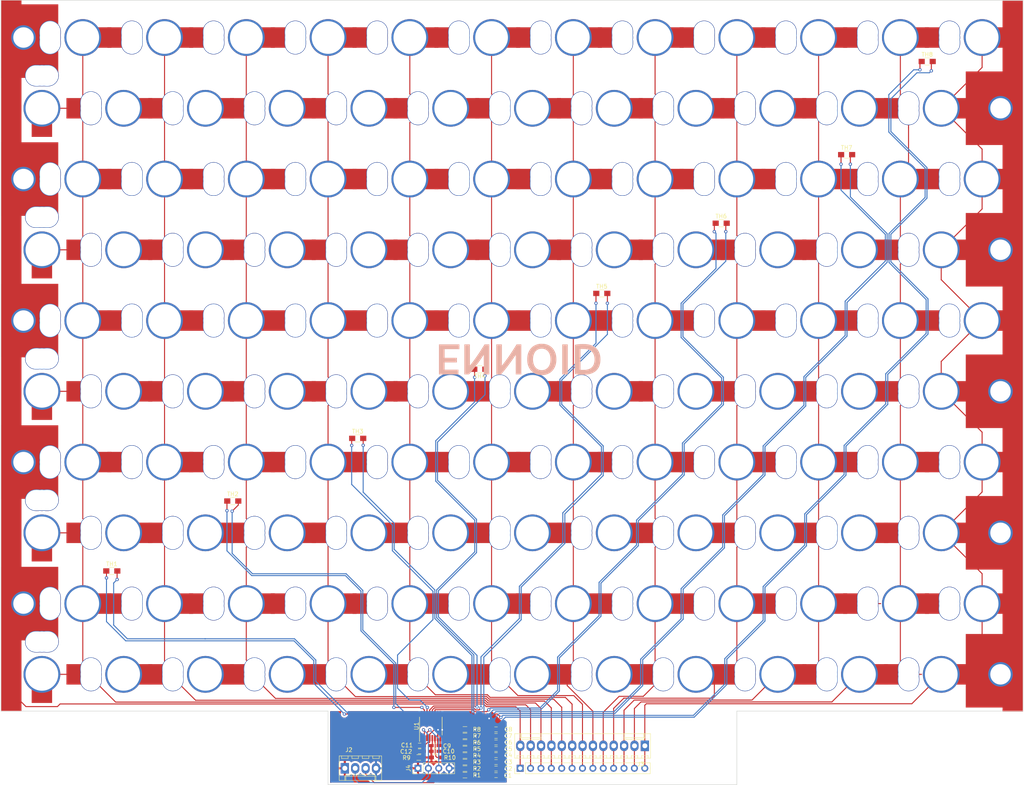
<source format=kicad_pcb>
(kicad_pcb (version 20190331) (host pcbnew "5.1.0-unknown-c054944~86~ubuntu19.04.1")
  (layers (0 "F.Cu" signal) (31 "B.Cu" signal) (34 "B.Paste" user) (35 "F.Paste" user) (36 "B.SilkS" user) (37 "F.SilkS" user) (38 "B.Mask" user) (39 "F.Mask" user) (44 "Edge.Cuts" user))
  (net 0 "")
  (net 1 "Net-(BT1-Pad1)")
  (net 2 "Net-(BT1-Pad2)")
  (net 3 "Net-(BT103-Pad2)")
  (net 4 "Net-(BT104-Pad2)")
  (net 5 "Net-(BT107-Pad2)")
  (net 6 "Net-(BT100-Pad1)")
  (net 7 "Net-(BT100-Pad2)")
  (net 8 "Net-(BT101-Pad2)")
  (net 9 "Net-(BT110-Pad2)")
  (net 10 "Net-(BT102-Pad2)")
  (net 11 "Net-(BT10-Pad1)")
  (net 12 "Net-(BT10-Pad2)")
  (net 13 "Net-(BT108-Pad2)")
  (net 14 "GND")
  (net 15 "+5V")
  (net 16 "Net-(TH1-Pad1)")
  (net 17 "Net-(TH2-Pad1)")
  (net 18 "Net-(TH3-Pad1)")
  (net 19 "Net-(TH4-Pad1)")
  (net 20 "Net-(TH5-Pad1)")
  (net 21 "Net-(C1-Pad1)")
  (net 22 "Net-(C2-Pad1)")
  (net 23 "Net-(C3-Pad1)")
  (net 24 "Net-(C4-Pad1)")
  (net 25 "Net-(C5-Pad1)")
  (net 26 "Net-(C6-Pad1)")
  (net 27 "Net-(C7-Pad1)")
  (net 28 "Net-(C8-Pad1)")
  (net 29 "Net-(C11-Pad1)")
  (net 30 "Net-(J2-Pad2)")
  (net 31 "Net-(J2-Pad3)")
  (net 32 "Net-(R10-Pad2)")
  (net 33 "Net-(TH6-Pad1)")
  (net 34 "Net-(TH7-Pad1)")
  (net 35 "Net-(TH8-Pad1)")
  (module "Connectors_Molex:Molex_KK-6410-13_13x2.54mm_Straight" (layer "F.Cu") (at 157.5 182.5 180)
    (fp_text reference "J3" (at 1 -4.5) (layer "F.SilkS"))
    (fp_text value "Conn_01x13")
    (pad "1" thru_hole rect (at 0 0 180) (size 2 2.6) (drill 1.2) (layers *.Cu *.Mask) (net 1 "Net-(BT1-Pad1)"))
    (pad "2" thru_hole oval (at 2.54 0 180) (size 2 2.6) (drill 1.2) (layers *.Cu *.Mask) (net 2 "Net-(BT1-Pad2)"))
    (pad "3" thru_hole oval (at 5.08 0 180) (size 2 2.6) (drill 1.2) (layers *.Cu *.Mask) (net 9 "Net-(BT110-Pad2)"))
    (pad "4" thru_hole oval (at 7.62 0 180) (size 2 2.6) (drill 1.2) (layers *.Cu *.Mask) (net 6 "Net-(BT100-Pad1)"))
    (pad "5" thru_hole oval (at 10.16 0 180) (size 2 2.6) (drill 1.2) (layers *.Cu *.Mask) (net 7 "Net-(BT100-Pad2)"))
    (pad "6" thru_hole oval (at 12.7 0 180) (size 2 2.6) (drill 1.2) (layers *.Cu *.Mask) (net 8 "Net-(BT101-Pad2)"))
    (pad "7" thru_hole oval (at 15.24 0 180) (size 2 2.6) (drill 1.2) (layers *.Cu *.Mask) (net 10 "Net-(BT102-Pad2)"))
    (pad "8" thru_hole oval (at 17.78 0 180) (size 2 2.6) (drill 1.2) (layers *.Cu *.Mask) (net 3 "Net-(BT103-Pad2)"))
    (pad "9" thru_hole oval (at 20.32 0 180) (size 2 2.6) (drill 1.2) (layers *.Cu *.Mask) (net 4 "Net-(BT104-Pad2)"))
    (pad "10" thru_hole oval (at 22.86 0 180) (size 2 2.6) (drill 1.2) (layers *.Cu *.Mask) (net 11 "Net-(BT10-Pad1)"))
    (pad "11" thru_hole oval (at 25.4 0 180) (size 2 2.6) (drill 1.2) (layers *.Cu *.Mask) (net 12 "Net-(BT10-Pad2)"))
    (pad "12" thru_hole oval (at 27.94 0 180) (size 2 2.6) (drill 1.2) (layers *.Cu *.Mask) (net 5 "Net-(BT107-Pad2)"))
    (pad "13" thru_hole oval (at 30.48 0 180) (size 2 2.6) (drill 1.2) (layers *.Cu *.Mask) (net 13 "Net-(BT108-Pad2)"))
  )
  (module "Pin_Headers:Pin_Header_Straight_1x04_Pitch2.54mm" (layer "F.Cu") (at 102 188 90)
    (fp_text reference "J4" (at 0 -2.33 90) (layer "F.SilkS"))
    (fp_text value "Conn_01x04")
    (pad "1" thru_hole rect (at 0 0 90) (size 1.7 1.7) (drill 1) (layers *.Cu *.Mask) (net 15 "+5V"))
    (pad "2" thru_hole oval (at 0 2.54 90) (size 1.7 1.7) (drill 1) (layers *.Cu *.Mask) (net 30 "Net-(J2-Pad2)"))
    (pad "3" thru_hole oval (at 0 5.08 90) (size 1.7 1.7) (drill 1) (layers *.Cu *.Mask) (net 31 "Net-(J2-Pad3)"))
    (pad "4" thru_hole oval (at 0 7.62 90) (size 1.7 1.7) (drill 1) (layers *.Cu *.Mask) (net 14 "GND"))
  )
  (module "ENNOID:18650" (layer "F.Cu") (at 210 61.087 270)
    (fp_text reference "BT38" hide)
    (fp_text value "Battery_Cell" hide)
    (pad "2" thru_hole circle (at 1 8 270) (size 5.25 5.25) (drill 5) (layers *.Mask "F.Cu") (net 9 "Net-(BT110-Pad2)"))
    (pad "2" thru_hole circle (at 1.5 8 270) (size 5.25 5.25) (drill 5) (layers *.Mask "F.Cu") (net 9 "Net-(BT110-Pad2)"))
    (pad "2" thru_hole circle (at -1.5 8 270) (size 5.25 5.25) (drill 5) (layers *.Mask "F.Cu") (net 9 "Net-(BT110-Pad2)"))
    (pad "2" thru_hole circle (at -1 8 270) (size 5.25 5.25) (drill 5) (layers *.Mask "F.Cu") (net 9 "Net-(BT110-Pad2)"))
    (pad "2" smd rect (at 0 11.5 270) (size 5 5) (layers "F.Cu" "F.Paste" "F.Mask") (net 9 "Net-(BT110-Pad2)"))
    (pad "1" smd rect (at 0 -4.5 270) (size 5 5) (layers "F.Cu" "F.Paste" "F.Mask") (net 2 "Net-(BT1-Pad2)"))
    (pad "2" thru_hole circle (at 0 8 270) (size 5.25 5.25) (drill 5) (layers *.Mask "F.Cu") (net 9 "Net-(BT110-Pad2)"))
    (pad "1" thru_hole circle (at 0 0 270) (size 9 9) (drill 8) (layers *.Mask "F.Cu") (net 2 "Net-(BT1-Pad2)"))
  )
  (module "ENNOID:ENNOID-LOGO" (layer "B.Cu") (at 126.9 87.2)
    (fp_text reference "LOGO1" hide)
    (fp_text value "Logo_Open_Hardware_Small" hide)
  )
  (module "ENNOID:18650" (layer "F.Cu") (at 230 165.01 270)
    (fp_text reference "BT109" hide)
    (fp_text value "Battery_Cell" hide)
    (pad "2" thru_hole circle (at 1 8 270) (size 5.25 5.25) (drill 5) (layers *.Mask "F.Cu") (net 2 "Net-(BT1-Pad2)"))
    (pad "2" thru_hole circle (at 1.5 8 270) (size 5.25 5.25) (drill 5) (layers *.Mask "F.Cu") (net 2 "Net-(BT1-Pad2)"))
    (pad "2" thru_hole circle (at -1.5 8 270) (size 5.25 5.25) (drill 5) (layers *.Mask "F.Cu") (net 2 "Net-(BT1-Pad2)"))
    (pad "2" thru_hole circle (at -1 8 270) (size 5.25 5.25) (drill 5) (layers *.Mask "F.Cu") (net 2 "Net-(BT1-Pad2)"))
    (pad "2" smd rect (at 0 11.5 270) (size 5 5) (layers "F.Cu" "F.Paste" "F.Mask") (net 2 "Net-(BT1-Pad2)"))
    (pad "1" smd rect (at 0 -4.5 270) (size 5 5) (layers "F.Cu" "F.Paste" "F.Mask") (net 1 "Net-(BT1-Pad1)"))
    (pad "2" thru_hole circle (at 0 8 270) (size 5.25 5.25) (drill 5) (layers *.Mask "F.Cu") (net 2 "Net-(BT1-Pad2)"))
    (pad "1" thru_hole circle (at 0 0 270) (size 9 9) (drill 8) (layers *.Mask "F.Cu") (net 1 "Net-(BT1-Pad1)"))
  )
  (module "ENNOID:18650" (layer "F.Cu") (at 30 95.728 270)
    (fp_text reference "BT71" hide)
    (fp_text value "Battery_Cell" hide)
    (pad "2" thru_hole circle (at 1 8 270) (size 5.25 5.25) (drill 5) (layers *.Mask "F.Cu") (net 5 "Net-(BT107-Pad2)"))
    (pad "2" thru_hole circle (at 1.5 8 270) (size 5.25 5.25) (drill 5) (layers *.Mask "F.Cu") (net 5 "Net-(BT107-Pad2)"))
    (pad "2" thru_hole circle (at -1.5 8 270) (size 5.25 5.25) (drill 5) (layers *.Mask "F.Cu") (net 5 "Net-(BT107-Pad2)"))
    (pad "2" thru_hole circle (at -1 8 270) (size 5.25 5.25) (drill 5) (layers *.Mask "F.Cu") (net 5 "Net-(BT107-Pad2)"))
    (pad "2" smd rect (at 0 11.5 270) (size 5 5) (layers "F.Cu" "F.Paste" "F.Mask") (net 5 "Net-(BT107-Pad2)"))
    (pad "1" smd rect (at 0 -4.5 270) (size 5 5) (layers "F.Cu" "F.Paste" "F.Mask") (net 12 "Net-(BT10-Pad2)"))
    (pad "2" thru_hole circle (at 0 8 270) (size 5.25 5.25) (drill 5) (layers *.Mask "F.Cu") (net 5 "Net-(BT107-Pad2)"))
    (pad "1" thru_hole circle (at 0 0 270) (size 9 9) (drill 8) (layers *.Mask "F.Cu") (net 12 "Net-(BT10-Pad2)"))
  )
  (module "ENNOID:18650" (layer "F.Cu") (at 60 9.125 270)
    (fp_text reference "BT10" hide)
    (fp_text value "Battery_Cell" hide)
    (pad "2" thru_hole circle (at 1 8 270) (size 5.25 5.25) (drill 5) (layers *.Mask "F.Cu") (net 12 "Net-(BT10-Pad2)"))
    (pad "2" thru_hole circle (at 1.5 8 270) (size 5.25 5.25) (drill 5) (layers *.Mask "F.Cu") (net 12 "Net-(BT10-Pad2)"))
    (pad "2" thru_hole circle (at -1.5 8 270) (size 5.25 5.25) (drill 5) (layers *.Mask "F.Cu") (net 12 "Net-(BT10-Pad2)"))
    (pad "2" thru_hole circle (at -1 8 270) (size 5.25 5.25) (drill 5) (layers *.Mask "F.Cu") (net 12 "Net-(BT10-Pad2)"))
    (pad "2" smd rect (at 0 11.5 270) (size 5 5) (layers "F.Cu" "F.Paste" "F.Mask") (net 12 "Net-(BT10-Pad2)"))
    (pad "1" smd rect (at 0 -4.5 270) (size 5 5) (layers "F.Cu" "F.Paste" "F.Mask") (net 11 "Net-(BT10-Pad1)"))
    (pad "2" thru_hole circle (at 0 8 270) (size 5.25 5.25) (drill 5) (layers *.Mask "F.Cu") (net 12 "Net-(BT10-Pad2)"))
    (pad "1" thru_hole circle (at 0 0 270) (size 9 9) (drill 8) (layers *.Mask "F.Cu") (net 11 "Net-(BT10-Pad1)"))
  )
  (module "ENNOID:18650" (layer "F.Cu") (at 50 26.446 270)
    (fp_text reference "BT22" hide)
    (fp_text value "Battery_Cell" hide)
    (pad "2" thru_hole circle (at 1 8 270) (size 5.25 5.25) (drill 5) (layers *.Mask "F.Cu") (net 12 "Net-(BT10-Pad2)"))
    (pad "2" thru_hole circle (at 1.5 8 270) (size 5.25 5.25) (drill 5) (layers *.Mask "F.Cu") (net 12 "Net-(BT10-Pad2)"))
    (pad "2" thru_hole circle (at -1.5 8 270) (size 5.25 5.25) (drill 5) (layers *.Mask "F.Cu") (net 12 "Net-(BT10-Pad2)"))
    (pad "2" thru_hole circle (at -1 8 270) (size 5.25 5.25) (drill 5) (layers *.Mask "F.Cu") (net 12 "Net-(BT10-Pad2)"))
    (pad "2" smd rect (at 0 11.5 270) (size 5 5) (layers "F.Cu" "F.Paste" "F.Mask") (net 12 "Net-(BT10-Pad2)"))
    (pad "1" smd rect (at 0 -4.5 270) (size 5 5) (layers "F.Cu" "F.Paste" "F.Mask") (net 11 "Net-(BT10-Pad1)"))
    (pad "2" thru_hole circle (at 0 8 270) (size 5.25 5.25) (drill 5) (layers *.Mask "F.Cu") (net 12 "Net-(BT10-Pad2)"))
    (pad "1" thru_hole circle (at 0 0 270) (size 9 9) (drill 8) (layers *.Mask "F.Cu") (net 11 "Net-(BT10-Pad1)"))
  )
  (module "ENNOID:18650" (layer "F.Cu") (at 30 26.446 270)
    (fp_text reference "BT23" hide)
    (fp_text value "Battery_Cell" hide)
    (pad "2" thru_hole circle (at 1 8 270) (size 5.25 5.25) (drill 5) (layers *.Mask "F.Cu") (net 5 "Net-(BT107-Pad2)"))
    (pad "2" thru_hole circle (at 1.5 8 270) (size 5.25 5.25) (drill 5) (layers *.Mask "F.Cu") (net 5 "Net-(BT107-Pad2)"))
    (pad "2" thru_hole circle (at -1.5 8 270) (size 5.25 5.25) (drill 5) (layers *.Mask "F.Cu") (net 5 "Net-(BT107-Pad2)"))
    (pad "2" thru_hole circle (at -1 8 270) (size 5.25 5.25) (drill 5) (layers *.Mask "F.Cu") (net 5 "Net-(BT107-Pad2)"))
    (pad "2" smd rect (at 0 11.5 270) (size 5 5) (layers "F.Cu" "F.Paste" "F.Mask") (net 5 "Net-(BT107-Pad2)"))
    (pad "1" smd rect (at 0 -4.5 270) (size 5 5) (layers "F.Cu" "F.Paste" "F.Mask") (net 12 "Net-(BT10-Pad2)"))
    (pad "2" thru_hole circle (at 0 8 270) (size 5.25 5.25) (drill 5) (layers *.Mask "F.Cu") (net 5 "Net-(BT107-Pad2)"))
    (pad "1" thru_hole circle (at 0 0 270) (size 9 9) (drill 8) (layers *.Mask "F.Cu") (net 12 "Net-(BT10-Pad2)"))
  )
  (module "ENNOID:18650" (layer "F.Cu") (at 10 26.446 180)
    (fp_text reference "BT24" hide)
    (fp_text value "Battery_Cell" hide)
    (pad "2" thru_hole circle (at 1 8 180) (size 5.25 5.25) (drill 5) (layers *.Mask "F.Cu") (net 13 "Net-(BT108-Pad2)"))
    (pad "2" thru_hole circle (at 1.5 8 180) (size 5.25 5.25) (drill 5) (layers *.Mask "F.Cu") (net 13 "Net-(BT108-Pad2)"))
    (pad "2" thru_hole circle (at -1.5 8 180) (size 5.25 5.25) (drill 5) (layers *.Mask "F.Cu") (net 13 "Net-(BT108-Pad2)"))
    (pad "2" thru_hole circle (at -1 8 180) (size 5.25 5.25) (drill 5) (layers *.Mask "F.Cu") (net 13 "Net-(BT108-Pad2)"))
    (pad "2" smd rect (at 0 11.5 180) (size 5 5) (layers "F.Cu" "F.Paste" "F.Mask") (net 13 "Net-(BT108-Pad2)"))
    (pad "1" smd rect (at 0 -4.5 180) (size 5 5) (layers "F.Cu" "F.Paste" "F.Mask") (net 5 "Net-(BT107-Pad2)"))
    (pad "2" thru_hole circle (at 0 8 180) (size 5.25 5.25) (drill 5) (layers *.Mask "F.Cu") (net 13 "Net-(BT108-Pad2)"))
    (pad "1" thru_hole circle (at 0 0 180) (size 9 9) (drill 8) (layers *.Mask "F.Cu") (net 5 "Net-(BT107-Pad2)"))
  )
  (module "ENNOID:18650" (layer "F.Cu") (at 20 43.766 270)
    (fp_text reference "BT36" hide)
    (fp_text value "Battery_Cell" hide)
    (pad "2" thru_hole circle (at 1 8 270) (size 5.25 5.25) (drill 5) (layers *.Mask "F.Cu") (net 13 "Net-(BT108-Pad2)"))
    (pad "2" thru_hole circle (at 1.5 8 270) (size 5.25 5.25) (drill 5) (layers *.Mask "F.Cu") (net 13 "Net-(BT108-Pad2)"))
    (pad "2" thru_hole circle (at -1.5 8 270) (size 5.25 5.25) (drill 5) (layers *.Mask "F.Cu") (net 13 "Net-(BT108-Pad2)"))
    (pad "2" thru_hole circle (at -1 8 270) (size 5.25 5.25) (drill 5) (layers *.Mask "F.Cu") (net 13 "Net-(BT108-Pad2)"))
    (pad "2" smd rect (at 0 11.5 270) (size 5 5) (layers "F.Cu" "F.Paste" "F.Mask") (net 13 "Net-(BT108-Pad2)"))
    (pad "1" smd rect (at 0 -4.5 270) (size 5 5) (layers "F.Cu" "F.Paste" "F.Mask") (net 5 "Net-(BT107-Pad2)"))
    (pad "2" thru_hole circle (at 0 8 270) (size 5.25 5.25) (drill 5) (layers *.Mask "F.Cu") (net 13 "Net-(BT108-Pad2)"))
    (pad "1" thru_hole circle (at 0 0 270) (size 9 9) (drill 8) (layers *.Mask "F.Cu") (net 5 "Net-(BT107-Pad2)"))
  )
  (module "ENNOID:18650" (layer "F.Cu") (at 50 61.087 270)
    (fp_text reference "BT46" hide)
    (fp_text value "Battery_Cell" hide)
    (pad "2" thru_hole circle (at 1 8 270) (size 5.25 5.25) (drill 5) (layers *.Mask "F.Cu") (net 12 "Net-(BT10-Pad2)"))
    (pad "2" thru_hole circle (at 1.5 8 270) (size 5.25 5.25) (drill 5) (layers *.Mask "F.Cu") (net 12 "Net-(BT10-Pad2)"))
    (pad "2" thru_hole circle (at -1.5 8 270) (size 5.25 5.25) (drill 5) (layers *.Mask "F.Cu") (net 12 "Net-(BT10-Pad2)"))
    (pad "2" thru_hole circle (at -1 8 270) (size 5.25 5.25) (drill 5) (layers *.Mask "F.Cu") (net 12 "Net-(BT10-Pad2)"))
    (pad "2" smd rect (at 0 11.5 270) (size 5 5) (layers "F.Cu" "F.Paste" "F.Mask") (net 12 "Net-(BT10-Pad2)"))
    (pad "1" smd rect (at 0 -4.5 270) (size 5 5) (layers "F.Cu" "F.Paste" "F.Mask") (net 11 "Net-(BT10-Pad1)"))
    (pad "2" thru_hole circle (at 0 8 270) (size 5.25 5.25) (drill 5) (layers *.Mask "F.Cu") (net 12 "Net-(BT10-Pad2)"))
    (pad "1" thru_hole circle (at 0 0 270) (size 9 9) (drill 8) (layers *.Mask "F.Cu") (net 11 "Net-(BT10-Pad1)"))
  )
  (module "ENNOID:18650" (layer "F.Cu") (at 30 61.087 270)
    (fp_text reference "BT47" hide)
    (fp_text value "Battery_Cell" hide)
    (pad "2" thru_hole circle (at 1 8 270) (size 5.25 5.25) (drill 5) (layers *.Mask "F.Cu") (net 5 "Net-(BT107-Pad2)"))
    (pad "2" thru_hole circle (at 1.5 8 270) (size 5.25 5.25) (drill 5) (layers *.Mask "F.Cu") (net 5 "Net-(BT107-Pad2)"))
    (pad "2" thru_hole circle (at -1.5 8 270) (size 5.25 5.25) (drill 5) (layers *.Mask "F.Cu") (net 5 "Net-(BT107-Pad2)"))
    (pad "2" thru_hole circle (at -1 8 270) (size 5.25 5.25) (drill 5) (layers *.Mask "F.Cu") (net 5 "Net-(BT107-Pad2)"))
    (pad "2" smd rect (at 0 11.5 270) (size 5 5) (layers "F.Cu" "F.Paste" "F.Mask") (net 5 "Net-(BT107-Pad2)"))
    (pad "1" smd rect (at 0 -4.5 270) (size 5 5) (layers "F.Cu" "F.Paste" "F.Mask") (net 12 "Net-(BT10-Pad2)"))
    (pad "2" thru_hole circle (at 0 8 270) (size 5.25 5.25) (drill 5) (layers *.Mask "F.Cu") (net 5 "Net-(BT107-Pad2)"))
    (pad "1" thru_hole circle (at 0 0 270) (size 9 9) (drill 8) (layers *.Mask "F.Cu") (net 12 "Net-(BT10-Pad2)"))
  )
  (module "ENNOID:18650" (layer "F.Cu") (at 10 61.087 180)
    (fp_text reference "BT48" hide)
    (fp_text value "Battery_Cell" hide)
    (pad "2" thru_hole circle (at 1 8 180) (size 5.25 5.25) (drill 5) (layers *.Mask "F.Cu") (net 13 "Net-(BT108-Pad2)"))
    (pad "2" thru_hole circle (at 1.5 8 180) (size 5.25 5.25) (drill 5) (layers *.Mask "F.Cu") (net 13 "Net-(BT108-Pad2)"))
    (pad "2" thru_hole circle (at -1.5 8 180) (size 5.25 5.25) (drill 5) (layers *.Mask "F.Cu") (net 13 "Net-(BT108-Pad2)"))
    (pad "2" thru_hole circle (at -1 8 180) (size 5.25 5.25) (drill 5) (layers *.Mask "F.Cu") (net 13 "Net-(BT108-Pad2)"))
    (pad "2" smd rect (at 0 11.5 180) (size 5 5) (layers "F.Cu" "F.Paste" "F.Mask") (net 13 "Net-(BT108-Pad2)"))
    (pad "1" smd rect (at 0 -4.5 180) (size 5 5) (layers "F.Cu" "F.Paste" "F.Mask") (net 5 "Net-(BT107-Pad2)"))
    (pad "2" thru_hole circle (at 0 8 180) (size 5.25 5.25) (drill 5) (layers *.Mask "F.Cu") (net 13 "Net-(BT108-Pad2)"))
    (pad "1" thru_hole circle (at 0 0 180) (size 9 9) (drill 8) (layers *.Mask "F.Cu") (net 5 "Net-(BT107-Pad2)"))
  )
  (module "ENNOID:18650" (layer "F.Cu") (at 60 78.407 270)
    (fp_text reference "BT58" hide)
    (fp_text value "Battery_Cell" hide)
    (pad "2" thru_hole circle (at 1 8 270) (size 5.25 5.25) (drill 5) (layers *.Mask "F.Cu") (net 12 "Net-(BT10-Pad2)"))
    (pad "2" thru_hole circle (at 1.5 8 270) (size 5.25 5.25) (drill 5) (layers *.Mask "F.Cu") (net 12 "Net-(BT10-Pad2)"))
    (pad "2" thru_hole circle (at -1.5 8 270) (size 5.25 5.25) (drill 5) (layers *.Mask "F.Cu") (net 12 "Net-(BT10-Pad2)"))
    (pad "2" thru_hole circle (at -1 8 270) (size 5.25 5.25) (drill 5) (layers *.Mask "F.Cu") (net 12 "Net-(BT10-Pad2)"))
    (pad "2" smd rect (at 0 11.5 270) (size 5 5) (layers "F.Cu" "F.Paste" "F.Mask") (net 12 "Net-(BT10-Pad2)"))
    (pad "1" smd rect (at 0 -4.5 270) (size 5 5) (layers "F.Cu" "F.Paste" "F.Mask") (net 11 "Net-(BT10-Pad1)"))
    (pad "2" thru_hole circle (at 0 8 270) (size 5.25 5.25) (drill 5) (layers *.Mask "F.Cu") (net 12 "Net-(BT10-Pad2)"))
    (pad "1" thru_hole circle (at 0 0 270) (size 9 9) (drill 8) (layers *.Mask "F.Cu") (net 11 "Net-(BT10-Pad1)"))
  )
  (module "ENNOID:18650" (layer "F.Cu") (at 40 78.407 270)
    (fp_text reference "BT59" hide)
    (fp_text value "Battery_Cell" hide)
    (pad "2" thru_hole circle (at 1 8 270) (size 5.25 5.25) (drill 5) (layers *.Mask "F.Cu") (net 5 "Net-(BT107-Pad2)"))
    (pad "2" thru_hole circle (at 1.5 8 270) (size 5.25 5.25) (drill 5) (layers *.Mask "F.Cu") (net 5 "Net-(BT107-Pad2)"))
    (pad "2" thru_hole circle (at -1.5 8 270) (size 5.25 5.25) (drill 5) (layers *.Mask "F.Cu") (net 5 "Net-(BT107-Pad2)"))
    (pad "2" thru_hole circle (at -1 8 270) (size 5.25 5.25) (drill 5) (layers *.Mask "F.Cu") (net 5 "Net-(BT107-Pad2)"))
    (pad "2" smd rect (at 0 11.5 270) (size 5 5) (layers "F.Cu" "F.Paste" "F.Mask") (net 5 "Net-(BT107-Pad2)"))
    (pad "1" smd rect (at 0 -4.5 270) (size 5 5) (layers "F.Cu" "F.Paste" "F.Mask") (net 12 "Net-(BT10-Pad2)"))
    (pad "2" thru_hole circle (at 0 8 270) (size 5.25 5.25) (drill 5) (layers *.Mask "F.Cu") (net 5 "Net-(BT107-Pad2)"))
    (pad "1" thru_hole circle (at 0 0 270) (size 9 9) (drill 8) (layers *.Mask "F.Cu") (net 12 "Net-(BT10-Pad2)"))
  )
  (module "ENNOID:18650" (layer "F.Cu") (at 20 78.407 270)
    (fp_text reference "BT60" hide)
    (fp_text value "Battery_Cell" hide)
    (pad "2" thru_hole circle (at 1 8 270) (size 5.25 5.25) (drill 5) (layers *.Mask "F.Cu") (net 13 "Net-(BT108-Pad2)"))
    (pad "2" thru_hole circle (at 1.5 8 270) (size 5.25 5.25) (drill 5) (layers *.Mask "F.Cu") (net 13 "Net-(BT108-Pad2)"))
    (pad "2" thru_hole circle (at -1.5 8 270) (size 5.25 5.25) (drill 5) (layers *.Mask "F.Cu") (net 13 "Net-(BT108-Pad2)"))
    (pad "2" thru_hole circle (at -1 8 270) (size 5.25 5.25) (drill 5) (layers *.Mask "F.Cu") (net 13 "Net-(BT108-Pad2)"))
    (pad "2" smd rect (at 0 11.5 270) (size 5 5) (layers "F.Cu" "F.Paste" "F.Mask") (net 13 "Net-(BT108-Pad2)"))
    (pad "1" smd rect (at 0 -4.5 270) (size 5 5) (layers "F.Cu" "F.Paste" "F.Mask") (net 5 "Net-(BT107-Pad2)"))
    (pad "2" thru_hole circle (at 0 8 270) (size 5.25 5.25) (drill 5) (layers *.Mask "F.Cu") (net 13 "Net-(BT108-Pad2)"))
    (pad "1" thru_hole circle (at 0 0 270) (size 9 9) (drill 8) (layers *.Mask "F.Cu") (net 5 "Net-(BT107-Pad2)"))
  )
  (module "ENNOID:18650" (layer "F.Cu") (at 50 95.728 270)
    (fp_text reference "BT70" hide)
    (fp_text value "Battery_Cell" hide)
    (pad "2" thru_hole circle (at 1 8 270) (size 5.25 5.25) (drill 5) (layers *.Mask "F.Cu") (net 12 "Net-(BT10-Pad2)"))
    (pad "2" thru_hole circle (at 1.5 8 270) (size 5.25 5.25) (drill 5) (layers *.Mask "F.Cu") (net 12 "Net-(BT10-Pad2)"))
    (pad "2" thru_hole circle (at -1.5 8 270) (size 5.25 5.25) (drill 5) (layers *.Mask "F.Cu") (net 12 "Net-(BT10-Pad2)"))
    (pad "2" thru_hole circle (at -1 8 270) (size 5.25 5.25) (drill 5) (layers *.Mask "F.Cu") (net 12 "Net-(BT10-Pad2)"))
    (pad "2" smd rect (at 0 11.5 270) (size 5 5) (layers "F.Cu" "F.Paste" "F.Mask") (net 12 "Net-(BT10-Pad2)"))
    (pad "1" smd rect (at 0 -4.5 270) (size 5 5) (layers "F.Cu" "F.Paste" "F.Mask") (net 11 "Net-(BT10-Pad1)"))
    (pad "2" thru_hole circle (at 0 8 270) (size 5.25 5.25) (drill 5) (layers *.Mask "F.Cu") (net 12 "Net-(BT10-Pad2)"))
    (pad "1" thru_hole circle (at 0 0 270) (size 9 9) (drill 8) (layers *.Mask "F.Cu") (net 11 "Net-(BT10-Pad1)"))
  )
  (module "ENNOID:18650" (layer "F.Cu") (at 60 113.048 270)
    (fp_text reference "BT82" hide)
    (fp_text value "Battery_Cell" hide)
    (pad "2" thru_hole circle (at 1 8 270) (size 5.25 5.25) (drill 5) (layers *.Mask "F.Cu") (net 12 "Net-(BT10-Pad2)"))
    (pad "2" thru_hole circle (at 1.5 8 270) (size 5.25 5.25) (drill 5) (layers *.Mask "F.Cu") (net 12 "Net-(BT10-Pad2)"))
    (pad "2" thru_hole circle (at -1.5 8 270) (size 5.25 5.25) (drill 5) (layers *.Mask "F.Cu") (net 12 "Net-(BT10-Pad2)"))
    (pad "2" thru_hole circle (at -1 8 270) (size 5.25 5.25) (drill 5) (layers *.Mask "F.Cu") (net 12 "Net-(BT10-Pad2)"))
    (pad "2" smd rect (at 0 11.5 270) (size 5 5) (layers "F.Cu" "F.Paste" "F.Mask") (net 12 "Net-(BT10-Pad2)"))
    (pad "1" smd rect (at 0 -4.5 270) (size 5 5) (layers "F.Cu" "F.Paste" "F.Mask") (net 11 "Net-(BT10-Pad1)"))
    (pad "2" thru_hole circle (at 0 8 270) (size 5.25 5.25) (drill 5) (layers *.Mask "F.Cu") (net 12 "Net-(BT10-Pad2)"))
    (pad "1" thru_hole circle (at 0 0 270) (size 9 9) (drill 8) (layers *.Mask "F.Cu") (net 11 "Net-(BT10-Pad1)"))
  )
  (module "ENNOID:18650" (layer "F.Cu") (at 40 113.048 270)
    (fp_text reference "BT83" hide)
    (fp_text value "Battery_Cell" hide)
    (pad "2" thru_hole circle (at 1 8 270) (size 5.25 5.25) (drill 5) (layers *.Mask "F.Cu") (net 5 "Net-(BT107-Pad2)"))
    (pad "2" thru_hole circle (at 1.5 8 270) (size 5.25 5.25) (drill 5) (layers *.Mask "F.Cu") (net 5 "Net-(BT107-Pad2)"))
    (pad "2" thru_hole circle (at -1.5 8 270) (size 5.25 5.25) (drill 5) (layers *.Mask "F.Cu") (net 5 "Net-(BT107-Pad2)"))
    (pad "2" thru_hole circle (at -1 8 270) (size 5.25 5.25) (drill 5) (layers *.Mask "F.Cu") (net 5 "Net-(BT107-Pad2)"))
    (pad "2" smd rect (at 0 11.5 270) (size 5 5) (layers "F.Cu" "F.Paste" "F.Mask") (net 5 "Net-(BT107-Pad2)"))
    (pad "1" smd rect (at 0 -4.5 270) (size 5 5) (layers "F.Cu" "F.Paste" "F.Mask") (net 12 "Net-(BT10-Pad2)"))
    (pad "2" thru_hole circle (at 0 8 270) (size 5.25 5.25) (drill 5) (layers *.Mask "F.Cu") (net 5 "Net-(BT107-Pad2)"))
    (pad "1" thru_hole circle (at 0 0 270) (size 9 9) (drill 8) (layers *.Mask "F.Cu") (net 12 "Net-(BT10-Pad2)"))
  )
  (module "ENNOID:18650" (layer "F.Cu") (at 20 113.048 270)
    (fp_text reference "BT84" hide)
    (fp_text value "Battery_Cell" hide)
    (pad "2" thru_hole circle (at 1 8 270) (size 5.25 5.25) (drill 5) (layers *.Mask "F.Cu") (net 13 "Net-(BT108-Pad2)"))
    (pad "2" thru_hole circle (at 1.5 8 270) (size 5.25 5.25) (drill 5) (layers *.Mask "F.Cu") (net 13 "Net-(BT108-Pad2)"))
    (pad "2" thru_hole circle (at -1.5 8 270) (size 5.25 5.25) (drill 5) (layers *.Mask "F.Cu") (net 13 "Net-(BT108-Pad2)"))
    (pad "2" thru_hole circle (at -1 8 270) (size 5.25 5.25) (drill 5) (layers *.Mask "F.Cu") (net 13 "Net-(BT108-Pad2)"))
    (pad "2" smd rect (at 0 11.5 270) (size 5 5) (layers "F.Cu" "F.Paste" "F.Mask") (net 13 "Net-(BT108-Pad2)"))
    (pad "1" smd rect (at 0 -4.5 270) (size 5 5) (layers "F.Cu" "F.Paste" "F.Mask") (net 5 "Net-(BT107-Pad2)"))
    (pad "2" thru_hole circle (at 0 8 270) (size 5.25 5.25) (drill 5) (layers *.Mask "F.Cu") (net 13 "Net-(BT108-Pad2)"))
    (pad "1" thru_hole circle (at 0 0 270) (size 9 9) (drill 8) (layers *.Mask "F.Cu") (net 5 "Net-(BT107-Pad2)"))
  )
  (module "ENNOID:18650" (layer "F.Cu") (at 50 130.369 270)
    (fp_text reference "BT94" hide)
    (fp_text value "Battery_Cell" hide)
    (pad "2" thru_hole circle (at 1 8 270) (size 5.25 5.25) (drill 5) (layers *.Mask "F.Cu") (net 12 "Net-(BT10-Pad2)"))
    (pad "2" thru_hole circle (at 1.5 8 270) (size 5.25 5.25) (drill 5) (layers *.Mask "F.Cu") (net 12 "Net-(BT10-Pad2)"))
    (pad "2" thru_hole circle (at -1.5 8 270) (size 5.25 5.25) (drill 5) (layers *.Mask "F.Cu") (net 12 "Net-(BT10-Pad2)"))
    (pad "2" thru_hole circle (at -1 8 270) (size 5.25 5.25) (drill 5) (layers *.Mask "F.Cu") (net 12 "Net-(BT10-Pad2)"))
    (pad "2" smd rect (at 0 11.5 270) (size 5 5) (layers "F.Cu" "F.Paste" "F.Mask") (net 12 "Net-(BT10-Pad2)"))
    (pad "1" smd rect (at 0 -4.5 270) (size 5 5) (layers "F.Cu" "F.Paste" "F.Mask") (net 11 "Net-(BT10-Pad1)"))
    (pad "2" thru_hole circle (at 0 8 270) (size 5.25 5.25) (drill 5) (layers *.Mask "F.Cu") (net 12 "Net-(BT10-Pad2)"))
    (pad "1" thru_hole circle (at 0 0 270) (size 9 9) (drill 8) (layers *.Mask "F.Cu") (net 11 "Net-(BT10-Pad1)"))
  )
  (module "ENNOID:18650" (layer "F.Cu") (at 30 130.369 270)
    (fp_text reference "BT95" hide)
    (fp_text value "Battery_Cell" hide)
    (pad "2" thru_hole circle (at 1 8 270) (size 5.25 5.25) (drill 5) (layers *.Mask "F.Cu") (net 5 "Net-(BT107-Pad2)"))
    (pad "2" thru_hole circle (at 1.5 8 270) (size 5.25 5.25) (drill 5) (layers *.Mask "F.Cu") (net 5 "Net-(BT107-Pad2)"))
    (pad "2" thru_hole circle (at -1.5 8 270) (size 5.25 5.25) (drill 5) (layers *.Mask "F.Cu") (net 5 "Net-(BT107-Pad2)"))
    (pad "2" thru_hole circle (at -1 8 270) (size 5.25 5.25) (drill 5) (layers *.Mask "F.Cu") (net 5 "Net-(BT107-Pad2)"))
    (pad "2" smd rect (at 0 11.5 270) (size 5 5) (layers "F.Cu" "F.Paste" "F.Mask") (net 5 "Net-(BT107-Pad2)"))
    (pad "1" smd rect (at 0 -4.5 270) (size 5 5) (layers "F.Cu" "F.Paste" "F.Mask") (net 12 "Net-(BT10-Pad2)"))
    (pad "2" thru_hole circle (at 0 8 270) (size 5.25 5.25) (drill 5) (layers *.Mask "F.Cu") (net 5 "Net-(BT107-Pad2)"))
    (pad "1" thru_hole circle (at 0 0 270) (size 9 9) (drill 8) (layers *.Mask "F.Cu") (net 12 "Net-(BT10-Pad2)"))
  )
  (module "ENNOID:18650" (layer "F.Cu") (at 10 130.369 180)
    (fp_text reference "BT96" hide)
    (fp_text value "Battery_Cell" hide)
    (pad "2" thru_hole circle (at 1 8 180) (size 5.25 5.25) (drill 5) (layers *.Mask "F.Cu") (net 13 "Net-(BT108-Pad2)"))
    (pad "2" thru_hole circle (at 1.5 8 180) (size 5.25 5.25) (drill 5) (layers *.Mask "F.Cu") (net 13 "Net-(BT108-Pad2)"))
    (pad "2" thru_hole circle (at -1.5 8 180) (size 5.25 5.25) (drill 5) (layers *.Mask "F.Cu") (net 13 "Net-(BT108-Pad2)"))
    (pad "2" thru_hole circle (at -1 8 180) (size 5.25 5.25) (drill 5) (layers *.Mask "F.Cu") (net 13 "Net-(BT108-Pad2)"))
    (pad "2" smd rect (at 0 11.5 180) (size 5 5) (layers "F.Cu" "F.Paste" "F.Mask") (net 13 "Net-(BT108-Pad2)"))
    (pad "1" smd rect (at 0 -4.5 180) (size 5 5) (layers "F.Cu" "F.Paste" "F.Mask") (net 5 "Net-(BT107-Pad2)"))
    (pad "2" thru_hole circle (at 0 8 180) (size 5.25 5.25) (drill 5) (layers *.Mask "F.Cu") (net 13 "Net-(BT108-Pad2)"))
    (pad "1" thru_hole circle (at 0 0 180) (size 9 9) (drill 8) (layers *.Mask "F.Cu") (net 5 "Net-(BT107-Pad2)"))
  )
  (module "ENNOID:18650" (layer "F.Cu") (at 60 147.689 270)
    (fp_text reference "BT106" hide)
    (fp_text value "Battery_Cell" hide)
    (pad "2" thru_hole circle (at 1 8 270) (size 5.25 5.25) (drill 5) (layers *.Mask "F.Cu") (net 12 "Net-(BT10-Pad2)"))
    (pad "2" thru_hole circle (at 1.5 8 270) (size 5.25 5.25) (drill 5) (layers *.Mask "F.Cu") (net 12 "Net-(BT10-Pad2)"))
    (pad "2" thru_hole circle (at -1.5 8 270) (size 5.25 5.25) (drill 5) (layers *.Mask "F.Cu") (net 12 "Net-(BT10-Pad2)"))
    (pad "2" thru_hole circle (at -1 8 270) (size 5.25 5.25) (drill 5) (layers *.Mask "F.Cu") (net 12 "Net-(BT10-Pad2)"))
    (pad "2" smd rect (at 0 11.5 270) (size 5 5) (layers "F.Cu" "F.Paste" "F.Mask") (net 12 "Net-(BT10-Pad2)"))
    (pad "1" smd rect (at 0 -4.5 270) (size 5 5) (layers "F.Cu" "F.Paste" "F.Mask") (net 11 "Net-(BT10-Pad1)"))
    (pad "2" thru_hole circle (at 0 8 270) (size 5.25 5.25) (drill 5) (layers *.Mask "F.Cu") (net 12 "Net-(BT10-Pad2)"))
    (pad "1" thru_hole circle (at 0 0 270) (size 9 9) (drill 8) (layers *.Mask "F.Cu") (net 11 "Net-(BT10-Pad1)"))
  )
  (module "ENNOID:18650" (layer "F.Cu") (at 40 147.689 270)
    (fp_text reference "BT107" hide)
    (fp_text value "Battery_Cell" hide)
    (pad "2" thru_hole circle (at 1 8 270) (size 5.25 5.25) (drill 5) (layers *.Mask "F.Cu") (net 5 "Net-(BT107-Pad2)"))
    (pad "2" thru_hole circle (at 1.5 8 270) (size 5.25 5.25) (drill 5) (layers *.Mask "F.Cu") (net 5 "Net-(BT107-Pad2)"))
    (pad "2" thru_hole circle (at -1.5 8 270) (size 5.25 5.25) (drill 5) (layers *.Mask "F.Cu") (net 5 "Net-(BT107-Pad2)"))
    (pad "2" thru_hole circle (at -1 8 270) (size 5.25 5.25) (drill 5) (layers *.Mask "F.Cu") (net 5 "Net-(BT107-Pad2)"))
    (pad "2" smd rect (at 0 11.5 270) (size 5 5) (layers "F.Cu" "F.Paste" "F.Mask") (net 5 "Net-(BT107-Pad2)"))
    (pad "1" smd rect (at 0 -4.5 270) (size 5 5) (layers "F.Cu" "F.Paste" "F.Mask") (net 12 "Net-(BT10-Pad2)"))
    (pad "2" thru_hole circle (at 0 8 270) (size 5.25 5.25) (drill 5) (layers *.Mask "F.Cu") (net 5 "Net-(BT107-Pad2)"))
    (pad "1" thru_hole circle (at 0 0 270) (size 9 9) (drill 8) (layers *.Mask "F.Cu") (net 12 "Net-(BT10-Pad2)"))
  )
  (module "ENNOID:18650" (layer "F.Cu") (at 20 147.689 270)
    (fp_text reference "BT108" hide)
    (fp_text value "Battery_Cell" hide)
    (pad "2" thru_hole circle (at 1 8 270) (size 5.25 5.25) (drill 5) (layers *.Mask "F.Cu") (net 13 "Net-(BT108-Pad2)"))
    (pad "2" thru_hole circle (at 1.5 8 270) (size 5.25 5.25) (drill 5) (layers *.Mask "F.Cu") (net 13 "Net-(BT108-Pad2)"))
    (pad "2" thru_hole circle (at -1.5 8 270) (size 5.25 5.25) (drill 5) (layers *.Mask "F.Cu") (net 13 "Net-(BT108-Pad2)"))
    (pad "2" thru_hole circle (at -1 8 270) (size 5.25 5.25) (drill 5) (layers *.Mask "F.Cu") (net 13 "Net-(BT108-Pad2)"))
    (pad "2" smd rect (at 0 11.5 270) (size 5 5) (layers "F.Cu" "F.Paste" "F.Mask") (net 13 "Net-(BT108-Pad2)"))
    (pad "1" smd rect (at 0 -4.5 270) (size 5 5) (layers "F.Cu" "F.Paste" "F.Mask") (net 5 "Net-(BT107-Pad2)"))
    (pad "2" thru_hole circle (at 0 8 270) (size 5.25 5.25) (drill 5) (layers *.Mask "F.Cu") (net 13 "Net-(BT108-Pad2)"))
    (pad "1" thru_hole circle (at 0 0 270) (size 9 9) (drill 8) (layers *.Mask "F.Cu") (net 5 "Net-(BT107-Pad2)"))
  )
  (module "ENNOID:18650" (layer "F.Cu") (at 10 95.728 180)
    (fp_text reference "BT72" hide)
    (fp_text value "Battery_Cell" hide)
    (pad "2" thru_hole circle (at 1 8 180) (size 5.25 5.25) (drill 5) (layers *.Mask "F.Cu") (net 13 "Net-(BT108-Pad2)"))
    (pad "2" thru_hole circle (at 1.5 8 180) (size 5.25 5.25) (drill 5) (layers *.Mask "F.Cu") (net 13 "Net-(BT108-Pad2)"))
    (pad "2" thru_hole circle (at -1.5 8 180) (size 5.25 5.25) (drill 5) (layers *.Mask "F.Cu") (net 13 "Net-(BT108-Pad2)"))
    (pad "2" thru_hole circle (at -1 8 180) (size 5.25 5.25) (drill 5) (layers *.Mask "F.Cu") (net 13 "Net-(BT108-Pad2)"))
    (pad "2" smd rect (at 0 11.5 180) (size 5 5) (layers "F.Cu" "F.Paste" "F.Mask") (net 13 "Net-(BT108-Pad2)"))
    (pad "1" smd rect (at 0 -4.5 180) (size 5 5) (layers "F.Cu" "F.Paste" "F.Mask") (net 5 "Net-(BT107-Pad2)"))
    (pad "2" thru_hole circle (at 0 8 180) (size 5.25 5.25) (drill 5) (layers *.Mask "F.Cu") (net 13 "Net-(BT108-Pad2)"))
    (pad "1" thru_hole circle (at 0 0 180) (size 9 9) (drill 8) (layers *.Mask "F.Cu") (net 5 "Net-(BT107-Pad2)"))
  )
  (module "ENNOID:18650" (layer "F.Cu") (at 60 43.766 270)
    (fp_text reference "BT34" (at 0.508 -13.9018 270) (layer "F.SilkS"))
    (fp_text value "Battery_Cell")
    (pad "2" thru_hole circle (at 1 8 270) (size 5.25 5.25) (drill 5) (layers *.Mask "F.Cu") (net 12 "Net-(BT10-Pad2)"))
    (pad "2" thru_hole circle (at 1.5 8 270) (size 5.25 5.25) (drill 5) (layers *.Mask "F.Cu") (net 12 "Net-(BT10-Pad2)"))
    (pad "2" thru_hole circle (at -1.5 8 270) (size 5.25 5.25) (drill 5) (layers *.Mask "F.Cu") (net 12 "Net-(BT10-Pad2)"))
    (pad "2" thru_hole circle (at -1 8 270) (size 5.25 5.25) (drill 5) (layers *.Mask "F.Cu") (net 12 "Net-(BT10-Pad2)"))
    (pad "2" smd rect (at 0 11.5 270) (size 5 5) (layers "F.Cu" "F.Paste" "F.Mask") (net 12 "Net-(BT10-Pad2)"))
    (pad "1" smd rect (at 0 -4.5 270) (size 5 5) (layers "F.Cu" "F.Paste" "F.Mask") (net 11 "Net-(BT10-Pad1)"))
    (pad "2" thru_hole circle (at 0 8 270) (size 5.25 5.25) (drill 5) (layers *.Mask "F.Cu") (net 12 "Net-(BT10-Pad2)"))
    (pad "1" thru_hole circle (at 0 0 270) (size 9 9) (drill 8) (layers *.Mask "F.Cu") (net 11 "Net-(BT10-Pad1)"))
  )
  (module "ENNOID:18650" (layer "F.Cu") (at 40 43.766 270)
    (fp_text reference "BT35" hide)
    (fp_text value "Battery_Cell" hide)
    (pad "2" thru_hole circle (at 1 8 270) (size 5.25 5.25) (drill 5) (layers *.Mask "F.Cu") (net 5 "Net-(BT107-Pad2)"))
    (pad "2" thru_hole circle (at 1.5 8 270) (size 5.25 5.25) (drill 5) (layers *.Mask "F.Cu") (net 5 "Net-(BT107-Pad2)"))
    (pad "2" thru_hole circle (at -1.5 8 270) (size 5.25 5.25) (drill 5) (layers *.Mask "F.Cu") (net 5 "Net-(BT107-Pad2)"))
    (pad "2" thru_hole circle (at -1 8 270) (size 5.25 5.25) (drill 5) (layers *.Mask "F.Cu") (net 5 "Net-(BT107-Pad2)"))
    (pad "2" smd rect (at 0 11.5 270) (size 5 5) (layers "F.Cu" "F.Paste" "F.Mask") (net 5 "Net-(BT107-Pad2)"))
    (pad "1" smd rect (at 0 -4.5 270) (size 5 5) (layers "F.Cu" "F.Paste" "F.Mask") (net 12 "Net-(BT10-Pad2)"))
    (pad "2" thru_hole circle (at 0 8 270) (size 5.25 5.25) (drill 5) (layers *.Mask "F.Cu") (net 5 "Net-(BT107-Pad2)"))
    (pad "1" thru_hole circle (at 0 0 270) (size 9 9) (drill 8) (layers *.Mask "F.Cu") (net 12 "Net-(BT10-Pad2)"))
  )
  (module "ENNOID:18650" (layer "F.Cu") (at 40 9.125 270)
    (fp_text reference "BT11" hide)
    (fp_text value "Battery_Cell" hide)
    (pad "2" thru_hole circle (at 1 8 270) (size 5.25 5.25) (drill 5) (layers *.Mask "F.Cu") (net 5 "Net-(BT107-Pad2)"))
    (pad "2" thru_hole circle (at 1.5 8 270) (size 5.25 5.25) (drill 5) (layers *.Mask "F.Cu") (net 5 "Net-(BT107-Pad2)"))
    (pad "2" thru_hole circle (at -1.5 8 270) (size 5.25 5.25) (drill 5) (layers *.Mask "F.Cu") (net 5 "Net-(BT107-Pad2)"))
    (pad "2" thru_hole circle (at -1 8 270) (size 5.25 5.25) (drill 5) (layers *.Mask "F.Cu") (net 5 "Net-(BT107-Pad2)"))
    (pad "2" smd rect (at 0 11.5 270) (size 5 5) (layers "F.Cu" "F.Paste" "F.Mask") (net 5 "Net-(BT107-Pad2)"))
    (pad "1" smd rect (at 0 -4.5 270) (size 5 5) (layers "F.Cu" "F.Paste" "F.Mask") (net 12 "Net-(BT10-Pad2)"))
    (pad "2" thru_hole circle (at 0 8 270) (size 5.25 5.25) (drill 5) (layers *.Mask "F.Cu") (net 5 "Net-(BT107-Pad2)"))
    (pad "1" thru_hole circle (at 0 0 270) (size 9 9) (drill 8) (layers *.Mask "F.Cu") (net 12 "Net-(BT10-Pad2)"))
  )
  (module "ENNOID:18650" (layer "F.Cu") (at 20 9.125 270)
    (fp_text reference "BT12" hide)
    (fp_text value "Battery_Cell" hide)
    (pad "2" thru_hole circle (at 1 8 270) (size 5.25 5.25) (drill 5) (layers *.Mask "F.Cu") (net 13 "Net-(BT108-Pad2)"))
    (pad "2" thru_hole circle (at 1.5 8 270) (size 5.25 5.25) (drill 5) (layers *.Mask "F.Cu") (net 13 "Net-(BT108-Pad2)"))
    (pad "2" thru_hole circle (at -1.5 8 270) (size 5.25 5.25) (drill 5) (layers *.Mask "F.Cu") (net 13 "Net-(BT108-Pad2)"))
    (pad "2" thru_hole circle (at -1 8 270) (size 5.25 5.25) (drill 5) (layers *.Mask "F.Cu") (net 13 "Net-(BT108-Pad2)"))
    (pad "2" smd rect (at 0 11.5 270) (size 5 5) (layers "F.Cu" "F.Paste" "F.Mask") (net 13 "Net-(BT108-Pad2)"))
    (pad "1" smd rect (at 0 -4.5 270) (size 5 5) (layers "F.Cu" "F.Paste" "F.Mask") (net 5 "Net-(BT107-Pad2)"))
    (pad "2" thru_hole circle (at 0 8 270) (size 5.25 5.25) (drill 5) (layers *.Mask "F.Cu") (net 13 "Net-(BT108-Pad2)"))
    (pad "1" thru_hole circle (at 0 0 270) (size 9 9) (drill 8) (layers *.Mask "F.Cu") (net 5 "Net-(BT107-Pad2)"))
  )
  (module "ENNOID:18650" (layer "F.Cu") (at 240 9.125 270)
    (fp_text reference "BT1" hide)
    (fp_text value "Battery_Cell" hide)
    (pad "2" thru_hole circle (at 1 8 270) (size 5.25 5.25) (drill 5) (layers *.Mask "F.Cu") (net 2 "Net-(BT1-Pad2)"))
    (pad "2" thru_hole circle (at 1.5 8 270) (size 5.25 5.25) (drill 5) (layers *.Mask "F.Cu") (net 2 "Net-(BT1-Pad2)"))
    (pad "2" thru_hole circle (at -1.5 8 270) (size 5.25 5.25) (drill 5) (layers *.Mask "F.Cu") (net 2 "Net-(BT1-Pad2)"))
    (pad "2" thru_hole circle (at -1 8 270) (size 5.25 5.25) (drill 5) (layers *.Mask "F.Cu") (net 2 "Net-(BT1-Pad2)"))
    (pad "2" smd rect (at 0 11.5 270) (size 5 5) (layers "F.Cu" "F.Paste" "F.Mask") (net 2 "Net-(BT1-Pad2)"))
    (pad "1" smd rect (at 0 -4.5 270) (size 5 5) (layers "F.Cu" "F.Paste" "F.Mask") (net 1 "Net-(BT1-Pad1)"))
    (pad "2" thru_hole circle (at 0 8 270) (size 5.25 5.25) (drill 5) (layers *.Mask "F.Cu") (net 2 "Net-(BT1-Pad2)"))
    (pad "1" thru_hole circle (at 0 0 270) (size 9 9) (drill 8) (layers *.Mask "F.Cu") (net 1 "Net-(BT1-Pad1)"))
  )
  (module "ENNOID:18650" (layer "F.Cu") (at 220 9.125 270)
    (fp_text reference "BT2" hide)
    (fp_text value "Battery_Cell" hide)
    (pad "2" thru_hole circle (at 1 8 270) (size 5.25 5.25) (drill 5) (layers *.Mask "F.Cu") (net 9 "Net-(BT110-Pad2)"))
    (pad "2" thru_hole circle (at 1.5 8 270) (size 5.25 5.25) (drill 5) (layers *.Mask "F.Cu") (net 9 "Net-(BT110-Pad2)"))
    (pad "2" thru_hole circle (at -1.5 8 270) (size 5.25 5.25) (drill 5) (layers *.Mask "F.Cu") (net 9 "Net-(BT110-Pad2)"))
    (pad "2" thru_hole circle (at -1 8 270) (size 5.25 5.25) (drill 5) (layers *.Mask "F.Cu") (net 9 "Net-(BT110-Pad2)"))
    (pad "2" smd rect (at 0 11.5 270) (size 5 5) (layers "F.Cu" "F.Paste" "F.Mask") (net 9 "Net-(BT110-Pad2)"))
    (pad "1" smd rect (at 0 -4.5 270) (size 5 5) (layers "F.Cu" "F.Paste" "F.Mask") (net 2 "Net-(BT1-Pad2)"))
    (pad "2" thru_hole circle (at 0 8 270) (size 5.25 5.25) (drill 5) (layers *.Mask "F.Cu") (net 9 "Net-(BT110-Pad2)"))
    (pad "1" thru_hole circle (at 0 0 270) (size 9 9) (drill 8) (layers *.Mask "F.Cu") (net 2 "Net-(BT1-Pad2)"))
  )
  (module "ENNOID:18650" (layer "F.Cu") (at 200 9.125 270)
    (fp_text reference "BT3" hide)
    (fp_text value "Battery_Cell" hide)
    (pad "2" thru_hole circle (at 1 8 270) (size 5.25 5.25) (drill 5) (layers *.Mask "F.Cu") (net 6 "Net-(BT100-Pad1)"))
    (pad "2" thru_hole circle (at 1.5 8 270) (size 5.25 5.25) (drill 5) (layers *.Mask "F.Cu") (net 6 "Net-(BT100-Pad1)"))
    (pad "2" thru_hole circle (at -1.5 8 270) (size 5.25 5.25) (drill 5) (layers *.Mask "F.Cu") (net 6 "Net-(BT100-Pad1)"))
    (pad "2" thru_hole circle (at -1 8 270) (size 5.25 5.25) (drill 5) (layers *.Mask "F.Cu") (net 6 "Net-(BT100-Pad1)"))
    (pad "2" smd rect (at 0 11.5 270) (size 5 5) (layers "F.Cu" "F.Paste" "F.Mask") (net 6 "Net-(BT100-Pad1)"))
    (pad "1" smd rect (at 0 -4.5 270) (size 5 5) (layers "F.Cu" "F.Paste" "F.Mask") (net 9 "Net-(BT110-Pad2)"))
    (pad "2" thru_hole circle (at 0 8 270) (size 5.25 5.25) (drill 5) (layers *.Mask "F.Cu") (net 6 "Net-(BT100-Pad1)"))
    (pad "1" thru_hole circle (at 0 0 270) (size 9 9) (drill 8) (layers *.Mask "F.Cu") (net 9 "Net-(BT110-Pad2)"))
  )
  (module "ENNOID:18650" (layer "F.Cu") (at 180 9.125 270)
    (fp_text reference "BT4" hide)
    (fp_text value "Battery_Cell" hide)
    (pad "2" thru_hole circle (at 1 8 270) (size 5.25 5.25) (drill 5) (layers *.Mask "F.Cu") (net 7 "Net-(BT100-Pad2)"))
    (pad "2" thru_hole circle (at 1.5 8 270) (size 5.25 5.25) (drill 5) (layers *.Mask "F.Cu") (net 7 "Net-(BT100-Pad2)"))
    (pad "2" thru_hole circle (at -1.5 8 270) (size 5.25 5.25) (drill 5) (layers *.Mask "F.Cu") (net 7 "Net-(BT100-Pad2)"))
    (pad "2" thru_hole circle (at -1 8 270) (size 5.25 5.25) (drill 5) (layers *.Mask "F.Cu") (net 7 "Net-(BT100-Pad2)"))
    (pad "2" smd rect (at 0 11.5 270) (size 5 5) (layers "F.Cu" "F.Paste" "F.Mask") (net 7 "Net-(BT100-Pad2)"))
    (pad "1" smd rect (at 0 -4.5 270) (size 5 5) (layers "F.Cu" "F.Paste" "F.Mask") (net 6 "Net-(BT100-Pad1)"))
    (pad "2" thru_hole circle (at 0 8 270) (size 5.25 5.25) (drill 5) (layers *.Mask "F.Cu") (net 7 "Net-(BT100-Pad2)"))
    (pad "1" thru_hole circle (at 0 0 270) (size 9 9) (drill 8) (layers *.Mask "F.Cu") (net 6 "Net-(BT100-Pad1)"))
  )
  (module "ENNOID:18650" (layer "F.Cu") (at 160 9.125 270)
    (fp_text reference "BT5" hide)
    (fp_text value "Battery_Cell" hide)
    (pad "2" thru_hole circle (at 1 8 270) (size 5.25 5.25) (drill 5) (layers *.Mask "F.Cu") (net 8 "Net-(BT101-Pad2)"))
    (pad "2" thru_hole circle (at 1.5 8 270) (size 5.25 5.25) (drill 5) (layers *.Mask "F.Cu") (net 8 "Net-(BT101-Pad2)"))
    (pad "2" thru_hole circle (at -1.5 8 270) (size 5.25 5.25) (drill 5) (layers *.Mask "F.Cu") (net 8 "Net-(BT101-Pad2)"))
    (pad "2" thru_hole circle (at -1 8 270) (size 5.25 5.25) (drill 5) (layers *.Mask "F.Cu") (net 8 "Net-(BT101-Pad2)"))
    (pad "2" smd rect (at 0 11.5 270) (size 5 5) (layers "F.Cu" "F.Paste" "F.Mask") (net 8 "Net-(BT101-Pad2)"))
    (pad "1" smd rect (at 0 -4.5 270) (size 5 5) (layers "F.Cu" "F.Paste" "F.Mask") (net 7 "Net-(BT100-Pad2)"))
    (pad "2" thru_hole circle (at 0 8 270) (size 5.25 5.25) (drill 5) (layers *.Mask "F.Cu") (net 8 "Net-(BT101-Pad2)"))
    (pad "1" thru_hole circle (at 0 0 270) (size 9 9) (drill 8) (layers *.Mask "F.Cu") (net 7 "Net-(BT100-Pad2)"))
  )
  (module "ENNOID:18650" (layer "F.Cu") (at 140 9.125 270)
    (fp_text reference "BT6" hide)
    (fp_text value "Battery_Cell" hide)
    (pad "2" thru_hole circle (at 1 8 270) (size 5.25 5.25) (drill 5) (layers *.Mask "F.Cu") (net 10 "Net-(BT102-Pad2)"))
    (pad "2" thru_hole circle (at 1.5 8 270) (size 5.25 5.25) (drill 5) (layers *.Mask "F.Cu") (net 10 "Net-(BT102-Pad2)"))
    (pad "2" thru_hole circle (at -1.5 8 270) (size 5.25 5.25) (drill 5) (layers *.Mask "F.Cu") (net 10 "Net-(BT102-Pad2)"))
    (pad "2" thru_hole circle (at -1 8 270) (size 5.25 5.25) (drill 5) (layers *.Mask "F.Cu") (net 10 "Net-(BT102-Pad2)"))
    (pad "2" smd rect (at 0 11.5 270) (size 5 5) (layers "F.Cu" "F.Paste" "F.Mask") (net 10 "Net-(BT102-Pad2)"))
    (pad "1" smd rect (at 0 -4.5 270) (size 5 5) (layers "F.Cu" "F.Paste" "F.Mask") (net 8 "Net-(BT101-Pad2)"))
    (pad "2" thru_hole circle (at 0 8 270) (size 5.25 5.25) (drill 5) (layers *.Mask "F.Cu") (net 10 "Net-(BT102-Pad2)"))
    (pad "1" thru_hole circle (at 0 0 270) (size 9 9) (drill 8) (layers *.Mask "F.Cu") (net 8 "Net-(BT101-Pad2)"))
  )
  (module "ENNOID:18650" (layer "F.Cu") (at 120 9.125 270)
    (fp_text reference "BT7" hide)
    (fp_text value "Battery_Cell" hide)
    (pad "2" thru_hole circle (at 1 8 270) (size 5.25 5.25) (drill 5) (layers *.Mask "F.Cu") (net 3 "Net-(BT103-Pad2)"))
    (pad "2" thru_hole circle (at 1.5 8 270) (size 5.25 5.25) (drill 5) (layers *.Mask "F.Cu") (net 3 "Net-(BT103-Pad2)"))
    (pad "2" thru_hole circle (at -1.5 8 270) (size 5.25 5.25) (drill 5) (layers *.Mask "F.Cu") (net 3 "Net-(BT103-Pad2)"))
    (pad "2" thru_hole circle (at -1 8 270) (size 5.25 5.25) (drill 5) (layers *.Mask "F.Cu") (net 3 "Net-(BT103-Pad2)"))
    (pad "2" smd rect (at 0 11.5 270) (size 5 5) (layers "F.Cu" "F.Paste" "F.Mask") (net 3 "Net-(BT103-Pad2)"))
    (pad "1" smd rect (at 0 -4.5 270) (size 5 5) (layers "F.Cu" "F.Paste" "F.Mask") (net 10 "Net-(BT102-Pad2)"))
    (pad "2" thru_hole circle (at 0 8 270) (size 5.25 5.25) (drill 5) (layers *.Mask "F.Cu") (net 3 "Net-(BT103-Pad2)"))
    (pad "1" thru_hole circle (at 0 0 270) (size 9 9) (drill 8) (layers *.Mask "F.Cu") (net 10 "Net-(BT102-Pad2)"))
  )
  (module "ENNOID:18650" (layer "F.Cu") (at 100 9.125 270)
    (fp_text reference "BT8" hide)
    (fp_text value "Battery_Cell" hide)
    (pad "2" thru_hole circle (at 1 8 270) (size 5.25 5.25) (drill 5) (layers *.Mask "F.Cu") (net 4 "Net-(BT104-Pad2)"))
    (pad "2" thru_hole circle (at 1.5 8 270) (size 5.25 5.25) (drill 5) (layers *.Mask "F.Cu") (net 4 "Net-(BT104-Pad2)"))
    (pad "2" thru_hole circle (at -1.5 8 270) (size 5.25 5.25) (drill 5) (layers *.Mask "F.Cu") (net 4 "Net-(BT104-Pad2)"))
    (pad "2" thru_hole circle (at -1 8 270) (size 5.25 5.25) (drill 5) (layers *.Mask "F.Cu") (net 4 "Net-(BT104-Pad2)"))
    (pad "2" smd rect (at 0 11.5 270) (size 5 5) (layers "F.Cu" "F.Paste" "F.Mask") (net 4 "Net-(BT104-Pad2)"))
    (pad "1" smd rect (at 0 -4.5 270) (size 5 5) (layers "F.Cu" "F.Paste" "F.Mask") (net 3 "Net-(BT103-Pad2)"))
    (pad "2" thru_hole circle (at 0 8 270) (size 5.25 5.25) (drill 5) (layers *.Mask "F.Cu") (net 4 "Net-(BT104-Pad2)"))
    (pad "1" thru_hole circle (at 0 0 270) (size 9 9) (drill 8) (layers *.Mask "F.Cu") (net 3 "Net-(BT103-Pad2)"))
  )
  (module "ENNOID:18650" (layer "F.Cu") (at 80 9.125 270)
    (fp_text reference "BT9" hide)
    (fp_text value "Battery_Cell" hide)
    (pad "2" thru_hole circle (at 1 8 270) (size 5.25 5.25) (drill 5) (layers *.Mask "F.Cu") (net 11 "Net-(BT10-Pad1)"))
    (pad "2" thru_hole circle (at 1.5 8 270) (size 5.25 5.25) (drill 5) (layers *.Mask "F.Cu") (net 11 "Net-(BT10-Pad1)"))
    (pad "2" thru_hole circle (at -1.5 8 270) (size 5.25 5.25) (drill 5) (layers *.Mask "F.Cu") (net 11 "Net-(BT10-Pad1)"))
    (pad "2" thru_hole circle (at -1 8 270) (size 5.25 5.25) (drill 5) (layers *.Mask "F.Cu") (net 11 "Net-(BT10-Pad1)"))
    (pad "2" smd rect (at 0 11.5 270) (size 5 5) (layers "F.Cu" "F.Paste" "F.Mask") (net 11 "Net-(BT10-Pad1)"))
    (pad "1" smd rect (at 0 -4.5 270) (size 5 5) (layers "F.Cu" "F.Paste" "F.Mask") (net 4 "Net-(BT104-Pad2)"))
    (pad "2" thru_hole circle (at 0 8 270) (size 5.25 5.25) (drill 5) (layers *.Mask "F.Cu") (net 11 "Net-(BT10-Pad1)"))
    (pad "1" thru_hole circle (at 0 0 270) (size 9 9) (drill 8) (layers *.Mask "F.Cu") (net 4 "Net-(BT104-Pad2)"))
  )
  (module "ENNOID:18650" (layer "F.Cu") (at 230 26.446 270)
    (fp_text reference "BT13" hide)
    (fp_text value "Battery_Cell" hide)
    (pad "2" thru_hole circle (at 1 8 270) (size 5.25 5.25) (drill 5) (layers *.Mask "F.Cu") (net 2 "Net-(BT1-Pad2)"))
    (pad "2" thru_hole circle (at 1.5 8 270) (size 5.25 5.25) (drill 5) (layers *.Mask "F.Cu") (net 2 "Net-(BT1-Pad2)"))
    (pad "2" thru_hole circle (at -1.5 8 270) (size 5.25 5.25) (drill 5) (layers *.Mask "F.Cu") (net 2 "Net-(BT1-Pad2)"))
    (pad "2" thru_hole circle (at -1 8 270) (size 5.25 5.25) (drill 5) (layers *.Mask "F.Cu") (net 2 "Net-(BT1-Pad2)"))
    (pad "2" smd rect (at 0 11.5 270) (size 5 5) (layers "F.Cu" "F.Paste" "F.Mask") (net 2 "Net-(BT1-Pad2)"))
    (pad "1" smd rect (at 0 -4.5 270) (size 5 5) (layers "F.Cu" "F.Paste" "F.Mask") (net 1 "Net-(BT1-Pad1)"))
    (pad "2" thru_hole circle (at 0 8 270) (size 5.25 5.25) (drill 5) (layers *.Mask "F.Cu") (net 2 "Net-(BT1-Pad2)"))
    (pad "1" thru_hole circle (at 0 0 270) (size 9 9) (drill 8) (layers *.Mask "F.Cu") (net 1 "Net-(BT1-Pad1)"))
  )
  (module "ENNOID:18650" (layer "F.Cu") (at 210 26.446 270)
    (fp_text reference "BT14" hide)
    (fp_text value "Battery_Cell" hide)
    (pad "2" thru_hole circle (at 1 8 270) (size 5.25 5.25) (drill 5) (layers *.Mask "F.Cu") (net 9 "Net-(BT110-Pad2)"))
    (pad "2" thru_hole circle (at 1.5 8 270) (size 5.25 5.25) (drill 5) (layers *.Mask "F.Cu") (net 9 "Net-(BT110-Pad2)"))
    (pad "2" thru_hole circle (at -1.5 8 270) (size 5.25 5.25) (drill 5) (layers *.Mask "F.Cu") (net 9 "Net-(BT110-Pad2)"))
    (pad "2" thru_hole circle (at -1 8 270) (size 5.25 5.25) (drill 5) (layers *.Mask "F.Cu") (net 9 "Net-(BT110-Pad2)"))
    (pad "2" smd rect (at 0 11.5 270) (size 5 5) (layers "F.Cu" "F.Paste" "F.Mask") (net 9 "Net-(BT110-Pad2)"))
    (pad "1" smd rect (at 0 -4.5 270) (size 5 5) (layers "F.Cu" "F.Paste" "F.Mask") (net 2 "Net-(BT1-Pad2)"))
    (pad "2" thru_hole circle (at 0 8 270) (size 5.25 5.25) (drill 5) (layers *.Mask "F.Cu") (net 9 "Net-(BT110-Pad2)"))
    (pad "1" thru_hole circle (at 0 0 270) (size 9 9) (drill 8) (layers *.Mask "F.Cu") (net 2 "Net-(BT1-Pad2)"))
  )
  (module "ENNOID:18650" (layer "F.Cu") (at 190 26.446 270)
    (fp_text reference "BT15" hide)
    (fp_text value "Battery_Cell" hide)
    (pad "2" thru_hole circle (at 1 8 270) (size 5.25 5.25) (drill 5) (layers *.Mask "F.Cu") (net 6 "Net-(BT100-Pad1)"))
    (pad "2" thru_hole circle (at 1.5 8 270) (size 5.25 5.25) (drill 5) (layers *.Mask "F.Cu") (net 6 "Net-(BT100-Pad1)"))
    (pad "2" thru_hole circle (at -1.5 8 270) (size 5.25 5.25) (drill 5) (layers *.Mask "F.Cu") (net 6 "Net-(BT100-Pad1)"))
    (pad "2" thru_hole circle (at -1 8 270) (size 5.25 5.25) (drill 5) (layers *.Mask "F.Cu") (net 6 "Net-(BT100-Pad1)"))
    (pad "2" smd rect (at 0 11.5 270) (size 5 5) (layers "F.Cu" "F.Paste" "F.Mask") (net 6 "Net-(BT100-Pad1)"))
    (pad "1" smd rect (at 0 -4.5 270) (size 5 5) (layers "F.Cu" "F.Paste" "F.Mask") (net 9 "Net-(BT110-Pad2)"))
    (pad "2" thru_hole circle (at 0 8 270) (size 5.25 5.25) (drill 5) (layers *.Mask "F.Cu") (net 6 "Net-(BT100-Pad1)"))
    (pad "1" thru_hole circle (at 0 0 270) (size 9 9) (drill 8) (layers *.Mask "F.Cu") (net 9 "Net-(BT110-Pad2)"))
  )
  (module "ENNOID:18650" (layer "F.Cu") (at 170 26.446 270)
    (fp_text reference "BT16" hide)
    (fp_text value "Battery_Cell" hide)
    (pad "2" thru_hole circle (at 1 8 270) (size 5.25 5.25) (drill 5) (layers *.Mask "F.Cu") (net 7 "Net-(BT100-Pad2)"))
    (pad "2" thru_hole circle (at 1.5 8 270) (size 5.25 5.25) (drill 5) (layers *.Mask "F.Cu") (net 7 "Net-(BT100-Pad2)"))
    (pad "2" thru_hole circle (at -1.5 8 270) (size 5.25 5.25) (drill 5) (layers *.Mask "F.Cu") (net 7 "Net-(BT100-Pad2)"))
    (pad "2" thru_hole circle (at -1 8 270) (size 5.25 5.25) (drill 5) (layers *.Mask "F.Cu") (net 7 "Net-(BT100-Pad2)"))
    (pad "2" smd rect (at 0 11.5 270) (size 5 5) (layers "F.Cu" "F.Paste" "F.Mask") (net 7 "Net-(BT100-Pad2)"))
    (pad "1" smd rect (at 0 -4.5 270) (size 5 5) (layers "F.Cu" "F.Paste" "F.Mask") (net 6 "Net-(BT100-Pad1)"))
    (pad "2" thru_hole circle (at 0 8 270) (size 5.25 5.25) (drill 5) (layers *.Mask "F.Cu") (net 7 "Net-(BT100-Pad2)"))
    (pad "1" thru_hole circle (at 0 0 270) (size 9 9) (drill 8) (layers *.Mask "F.Cu") (net 6 "Net-(BT100-Pad1)"))
  )
  (module "ENNOID:18650" (layer "F.Cu") (at 150 26.446 270)
    (fp_text reference "BT17" hide)
    (fp_text value "Battery_Cell" hide)
    (pad "2" thru_hole circle (at 1 8 270) (size 5.25 5.25) (drill 5) (layers *.Mask "F.Cu") (net 8 "Net-(BT101-Pad2)"))
    (pad "2" thru_hole circle (at 1.5 8 270) (size 5.25 5.25) (drill 5) (layers *.Mask "F.Cu") (net 8 "Net-(BT101-Pad2)"))
    (pad "2" thru_hole circle (at -1.5 8 270) (size 5.25 5.25) (drill 5) (layers *.Mask "F.Cu") (net 8 "Net-(BT101-Pad2)"))
    (pad "2" thru_hole circle (at -1 8 270) (size 5.25 5.25) (drill 5) (layers *.Mask "F.Cu") (net 8 "Net-(BT101-Pad2)"))
    (pad "2" smd rect (at 0 11.5 270) (size 5 5) (layers "F.Cu" "F.Paste" "F.Mask") (net 8 "Net-(BT101-Pad2)"))
    (pad "1" smd rect (at 0 -4.5 270) (size 5 5) (layers "F.Cu" "F.Paste" "F.Mask") (net 7 "Net-(BT100-Pad2)"))
    (pad "2" thru_hole circle (at 0 8 270) (size 5.25 5.25) (drill 5) (layers *.Mask "F.Cu") (net 8 "Net-(BT101-Pad2)"))
    (pad "1" thru_hole circle (at 0 0 270) (size 9 9) (drill 8) (layers *.Mask "F.Cu") (net 7 "Net-(BT100-Pad2)"))
  )
  (module "ENNOID:18650" (layer "F.Cu") (at 130 26.446 270)
    (fp_text reference "BT18" hide)
    (fp_text value "Battery_Cell" hide)
    (pad "2" thru_hole circle (at 1 8 270) (size 5.25 5.25) (drill 5) (layers *.Mask "F.Cu") (net 10 "Net-(BT102-Pad2)"))
    (pad "2" thru_hole circle (at 1.5 8 270) (size 5.25 5.25) (drill 5) (layers *.Mask "F.Cu") (net 10 "Net-(BT102-Pad2)"))
    (pad "2" thru_hole circle (at -1.5 8 270) (size 5.25 5.25) (drill 5) (layers *.Mask "F.Cu") (net 10 "Net-(BT102-Pad2)"))
    (pad "2" thru_hole circle (at -1 8 270) (size 5.25 5.25) (drill 5) (layers *.Mask "F.Cu") (net 10 "Net-(BT102-Pad2)"))
    (pad "2" smd rect (at 0 11.5 270) (size 5 5) (layers "F.Cu" "F.Paste" "F.Mask") (net 10 "Net-(BT102-Pad2)"))
    (pad "1" smd rect (at 0 -4.5 270) (size 5 5) (layers "F.Cu" "F.Paste" "F.Mask") (net 8 "Net-(BT101-Pad2)"))
    (pad "2" thru_hole circle (at 0 8 270) (size 5.25 5.25) (drill 5) (layers *.Mask "F.Cu") (net 10 "Net-(BT102-Pad2)"))
    (pad "1" thru_hole circle (at 0 0 270) (size 9 9) (drill 8) (layers *.Mask "F.Cu") (net 8 "Net-(BT101-Pad2)"))
  )
  (module "ENNOID:18650" (layer "F.Cu") (at 110 26.446 270)
    (fp_text reference "BT19" hide)
    (fp_text value "Battery_Cell" hide)
    (pad "2" thru_hole circle (at 1 8 270) (size 5.25 5.25) (drill 5) (layers *.Mask "F.Cu") (net 3 "Net-(BT103-Pad2)"))
    (pad "2" thru_hole circle (at 1.5 8 270) (size 5.25 5.25) (drill 5) (layers *.Mask "F.Cu") (net 3 "Net-(BT103-Pad2)"))
    (pad "2" thru_hole circle (at -1.5 8 270) (size 5.25 5.25) (drill 5) (layers *.Mask "F.Cu") (net 3 "Net-(BT103-Pad2)"))
    (pad "2" thru_hole circle (at -1 8 270) (size 5.25 5.25) (drill 5) (layers *.Mask "F.Cu") (net 3 "Net-(BT103-Pad2)"))
    (pad "2" smd rect (at 0 11.5 270) (size 5 5) (layers "F.Cu" "F.Paste" "F.Mask") (net 3 "Net-(BT103-Pad2)"))
    (pad "1" smd rect (at 0 -4.5 270) (size 5 5) (layers "F.Cu" "F.Paste" "F.Mask") (net 10 "Net-(BT102-Pad2)"))
    (pad "2" thru_hole circle (at 0 8 270) (size 5.25 5.25) (drill 5) (layers *.Mask "F.Cu") (net 3 "Net-(BT103-Pad2)"))
    (pad "1" thru_hole circle (at 0 0 270) (size 9 9) (drill 8) (layers *.Mask "F.Cu") (net 10 "Net-(BT102-Pad2)"))
  )
  (module "ENNOID:18650" (layer "F.Cu") (at 90 26.446 270)
    (fp_text reference "BT20" hide)
    (fp_text value "Battery_Cell" hide)
    (pad "2" thru_hole circle (at 1 8 270) (size 5.25 5.25) (drill 5) (layers *.Mask "F.Cu") (net 4 "Net-(BT104-Pad2)"))
    (pad "2" thru_hole circle (at 1.5 8 270) (size 5.25 5.25) (drill 5) (layers *.Mask "F.Cu") (net 4 "Net-(BT104-Pad2)"))
    (pad "2" thru_hole circle (at -1.5 8 270) (size 5.25 5.25) (drill 5) (layers *.Mask "F.Cu") (net 4 "Net-(BT104-Pad2)"))
    (pad "2" thru_hole circle (at -1 8 270) (size 5.25 5.25) (drill 5) (layers *.Mask "F.Cu") (net 4 "Net-(BT104-Pad2)"))
    (pad "2" smd rect (at 0 11.5 270) (size 5 5) (layers "F.Cu" "F.Paste" "F.Mask") (net 4 "Net-(BT104-Pad2)"))
    (pad "1" smd rect (at 0 -4.5 270) (size 5 5) (layers "F.Cu" "F.Paste" "F.Mask") (net 3 "Net-(BT103-Pad2)"))
    (pad "2" thru_hole circle (at 0 8 270) (size 5.25 5.25) (drill 5) (layers *.Mask "F.Cu") (net 4 "Net-(BT104-Pad2)"))
    (pad "1" thru_hole circle (at 0 0 270) (size 9 9) (drill 8) (layers *.Mask "F.Cu") (net 3 "Net-(BT103-Pad2)"))
  )
  (module "ENNOID:18650" (layer "F.Cu") (at 70 26.446 270)
    (fp_text reference "BT21" hide)
    (fp_text value "Battery_Cell" hide)
    (pad "2" thru_hole circle (at 1 8 270) (size 5.25 5.25) (drill 5) (layers *.Mask "F.Cu") (net 11 "Net-(BT10-Pad1)"))
    (pad "2" thru_hole circle (at 1.5 8 270) (size 5.25 5.25) (drill 5) (layers *.Mask "F.Cu") (net 11 "Net-(BT10-Pad1)"))
    (pad "2" thru_hole circle (at -1.5 8 270) (size 5.25 5.25) (drill 5) (layers *.Mask "F.Cu") (net 11 "Net-(BT10-Pad1)"))
    (pad "2" thru_hole circle (at -1 8 270) (size 5.25 5.25) (drill 5) (layers *.Mask "F.Cu") (net 11 "Net-(BT10-Pad1)"))
    (pad "2" smd rect (at 0 11.5 270) (size 5 5) (layers "F.Cu" "F.Paste" "F.Mask") (net 11 "Net-(BT10-Pad1)"))
    (pad "1" smd rect (at 0 -4.5 270) (size 5 5) (layers "F.Cu" "F.Paste" "F.Mask") (net 4 "Net-(BT104-Pad2)"))
    (pad "2" thru_hole circle (at 0 8 270) (size 5.25 5.25) (drill 5) (layers *.Mask "F.Cu") (net 11 "Net-(BT10-Pad1)"))
    (pad "1" thru_hole circle (at 0 0 270) (size 9 9) (drill 8) (layers *.Mask "F.Cu") (net 4 "Net-(BT104-Pad2)"))
  )
  (module "ENNOID:18650" (layer "F.Cu") (at 240 43.766 270)
    (fp_text reference "BT25" hide)
    (fp_text value "Battery_Cell" hide)
    (pad "2" thru_hole circle (at 1 8 270) (size 5.25 5.25) (drill 5) (layers *.Mask "F.Cu") (net 2 "Net-(BT1-Pad2)"))
    (pad "2" thru_hole circle (at 1.5 8 270) (size 5.25 5.25) (drill 5) (layers *.Mask "F.Cu") (net 2 "Net-(BT1-Pad2)"))
    (pad "2" thru_hole circle (at -1.5 8 270) (size 5.25 5.25) (drill 5) (layers *.Mask "F.Cu") (net 2 "Net-(BT1-Pad2)"))
    (pad "2" thru_hole circle (at -1 8 270) (size 5.25 5.25) (drill 5) (layers *.Mask "F.Cu") (net 2 "Net-(BT1-Pad2)"))
    (pad "2" smd rect (at 0 11.5 270) (size 5 5) (layers "F.Cu" "F.Paste" "F.Mask") (net 2 "Net-(BT1-Pad2)"))
    (pad "1" smd rect (at 0 -4.5 270) (size 5 5) (layers "F.Cu" "F.Paste" "F.Mask") (net 1 "Net-(BT1-Pad1)"))
    (pad "2" thru_hole circle (at 0 8 270) (size 5.25 5.25) (drill 5) (layers *.Mask "F.Cu") (net 2 "Net-(BT1-Pad2)"))
    (pad "1" thru_hole circle (at 0 0 270) (size 9 9) (drill 8) (layers *.Mask "F.Cu") (net 1 "Net-(BT1-Pad1)"))
  )
  (module "ENNOID:18650" (layer "F.Cu") (at 220 43.766 270)
    (fp_text reference "BT26" hide)
    (fp_text value "Battery_Cell" hide)
    (pad "2" thru_hole circle (at 1 8 270) (size 5.25 5.25) (drill 5) (layers *.Mask "F.Cu") (net 9 "Net-(BT110-Pad2)"))
    (pad "2" thru_hole circle (at 1.5 8 270) (size 5.25 5.25) (drill 5) (layers *.Mask "F.Cu") (net 9 "Net-(BT110-Pad2)"))
    (pad "2" thru_hole circle (at -1.5 8 270) (size 5.25 5.25) (drill 5) (layers *.Mask "F.Cu") (net 9 "Net-(BT110-Pad2)"))
    (pad "2" thru_hole circle (at -1 8 270) (size 5.25 5.25) (drill 5) (layers *.Mask "F.Cu") (net 9 "Net-(BT110-Pad2)"))
    (pad "2" smd rect (at 0 11.5 270) (size 5 5) (layers "F.Cu" "F.Paste" "F.Mask") (net 9 "Net-(BT110-Pad2)"))
    (pad "1" smd rect (at 0 -4.5 270) (size 5 5) (layers "F.Cu" "F.Paste" "F.Mask") (net 2 "Net-(BT1-Pad2)"))
    (pad "2" thru_hole circle (at 0 8 270) (size 5.25 5.25) (drill 5) (layers *.Mask "F.Cu") (net 9 "Net-(BT110-Pad2)"))
    (pad "1" thru_hole circle (at 0 0 270) (size 9 9) (drill 8) (layers *.Mask "F.Cu") (net 2 "Net-(BT1-Pad2)"))
  )
  (module "ENNOID:18650" (layer "F.Cu") (at 200 43.766 270)
    (fp_text reference "BT27" hide)
    (fp_text value "Battery_Cell" hide)
    (pad "2" thru_hole circle (at 1 8 270) (size 5.25 5.25) (drill 5) (layers *.Mask "F.Cu") (net 6 "Net-(BT100-Pad1)"))
    (pad "2" thru_hole circle (at 1.5 8 270) (size 5.25 5.25) (drill 5) (layers *.Mask "F.Cu") (net 6 "Net-(BT100-Pad1)"))
    (pad "2" thru_hole circle (at -1.5 8 270) (size 5.25 5.25) (drill 5) (layers *.Mask "F.Cu") (net 6 "Net-(BT100-Pad1)"))
    (pad "2" thru_hole circle (at -1 8 270) (size 5.25 5.25) (drill 5) (layers *.Mask "F.Cu") (net 6 "Net-(BT100-Pad1)"))
    (pad "2" smd rect (at 0 11.5 270) (size 5 5) (layers "F.Cu" "F.Paste" "F.Mask") (net 6 "Net-(BT100-Pad1)"))
    (pad "1" smd rect (at 0 -4.5 270) (size 5 5) (layers "F.Cu" "F.Paste" "F.Mask") (net 9 "Net-(BT110-Pad2)"))
    (pad "2" thru_hole circle (at 0 8 270) (size 5.25 5.25) (drill 5) (layers *.Mask "F.Cu") (net 6 "Net-(BT100-Pad1)"))
    (pad "1" thru_hole circle (at 0 0 270) (size 9 9) (drill 8) (layers *.Mask "F.Cu") (net 9 "Net-(BT110-Pad2)"))
  )
  (module "ENNOID:18650" (layer "F.Cu") (at 180 43.766 270)
    (fp_text reference "BT28" hide)
    (fp_text value "Battery_Cell" hide)
    (pad "2" thru_hole circle (at 1 8 270) (size 5.25 5.25) (drill 5) (layers *.Mask "F.Cu") (net 7 "Net-(BT100-Pad2)"))
    (pad "2" thru_hole circle (at 1.5 8 270) (size 5.25 5.25) (drill 5) (layers *.Mask "F.Cu") (net 7 "Net-(BT100-Pad2)"))
    (pad "2" thru_hole circle (at -1.5 8 270) (size 5.25 5.25) (drill 5) (layers *.Mask "F.Cu") (net 7 "Net-(BT100-Pad2)"))
    (pad "2" thru_hole circle (at -1 8 270) (size 5.25 5.25) (drill 5) (layers *.Mask "F.Cu") (net 7 "Net-(BT100-Pad2)"))
    (pad "2" smd rect (at 0 11.5 270) (size 5 5) (layers "F.Cu" "F.Paste" "F.Mask") (net 7 "Net-(BT100-Pad2)"))
    (pad "1" smd rect (at 0 -4.5 270) (size 5 5) (layers "F.Cu" "F.Paste" "F.Mask") (net 6 "Net-(BT100-Pad1)"))
    (pad "2" thru_hole circle (at 0 8 270) (size 5.25 5.25) (drill 5) (layers *.Mask "F.Cu") (net 7 "Net-(BT100-Pad2)"))
    (pad "1" thru_hole circle (at 0 0 270) (size 9 9) (drill 8) (layers *.Mask "F.Cu") (net 6 "Net-(BT100-Pad1)"))
  )
  (module "ENNOID:18650" (layer "F.Cu") (at 160 43.766 270)
    (fp_text reference "BT29" hide)
    (fp_text value "Battery_Cell" hide)
    (pad "2" thru_hole circle (at 1 8 270) (size 5.25 5.25) (drill 5) (layers *.Mask "F.Cu") (net 8 "Net-(BT101-Pad2)"))
    (pad "2" thru_hole circle (at 1.5 8 270) (size 5.25 5.25) (drill 5) (layers *.Mask "F.Cu") (net 8 "Net-(BT101-Pad2)"))
    (pad "2" thru_hole circle (at -1.5 8 270) (size 5.25 5.25) (drill 5) (layers *.Mask "F.Cu") (net 8 "Net-(BT101-Pad2)"))
    (pad "2" thru_hole circle (at -1 8 270) (size 5.25 5.25) (drill 5) (layers *.Mask "F.Cu") (net 8 "Net-(BT101-Pad2)"))
    (pad "2" smd rect (at 0 11.5 270) (size 5 5) (layers "F.Cu" "F.Paste" "F.Mask") (net 8 "Net-(BT101-Pad2)"))
    (pad "1" smd rect (at 0 -4.5 270) (size 5 5) (layers "F.Cu" "F.Paste" "F.Mask") (net 7 "Net-(BT100-Pad2)"))
    (pad "2" thru_hole circle (at 0 8 270) (size 5.25 5.25) (drill 5) (layers *.Mask "F.Cu") (net 8 "Net-(BT101-Pad2)"))
    (pad "1" thru_hole circle (at 0 0 270) (size 9 9) (drill 8) (layers *.Mask "F.Cu") (net 7 "Net-(BT100-Pad2)"))
  )
  (module "ENNOID:18650" (layer "F.Cu") (at 140 43.766 270)
    (fp_text reference "BT30" hide)
    (fp_text value "Battery_Cell" hide)
    (pad "2" thru_hole circle (at 1 8 270) (size 5.25 5.25) (drill 5) (layers *.Mask "F.Cu") (net 10 "Net-(BT102-Pad2)"))
    (pad "2" thru_hole circle (at 1.5 8 270) (size 5.25 5.25) (drill 5) (layers *.Mask "F.Cu") (net 10 "Net-(BT102-Pad2)"))
    (pad "2" thru_hole circle (at -1.5 8 270) (size 5.25 5.25) (drill 5) (layers *.Mask "F.Cu") (net 10 "Net-(BT102-Pad2)"))
    (pad "2" thru_hole circle (at -1 8 270) (size 5.25 5.25) (drill 5) (layers *.Mask "F.Cu") (net 10 "Net-(BT102-Pad2)"))
    (pad "2" smd rect (at 0 11.5 270) (size 5 5) (layers "F.Cu" "F.Paste" "F.Mask") (net 10 "Net-(BT102-Pad2)"))
    (pad "1" smd rect (at 0 -4.5 270) (size 5 5) (layers "F.Cu" "F.Paste" "F.Mask") (net 8 "Net-(BT101-Pad2)"))
    (pad "2" thru_hole circle (at 0 8 270) (size 5.25 5.25) (drill 5) (layers *.Mask "F.Cu") (net 10 "Net-(BT102-Pad2)"))
    (pad "1" thru_hole circle (at 0 0 270) (size 9 9) (drill 8) (layers *.Mask "F.Cu") (net 8 "Net-(BT101-Pad2)"))
  )
  (module "ENNOID:18650" (layer "F.Cu") (at 120 43.766 270)
    (fp_text reference "BT31" hide)
    (fp_text value "Battery_Cell" hide)
    (pad "2" thru_hole circle (at 1 8 270) (size 5.25 5.25) (drill 5) (layers *.Mask "F.Cu") (net 3 "Net-(BT103-Pad2)"))
    (pad "2" thru_hole circle (at 1.5 8 270) (size 5.25 5.25) (drill 5) (layers *.Mask "F.Cu") (net 3 "Net-(BT103-Pad2)"))
    (pad "2" thru_hole circle (at -1.5 8 270) (size 5.25 5.25) (drill 5) (layers *.Mask "F.Cu") (net 3 "Net-(BT103-Pad2)"))
    (pad "2" thru_hole circle (at -1 8 270) (size 5.25 5.25) (drill 5) (layers *.Mask "F.Cu") (net 3 "Net-(BT103-Pad2)"))
    (pad "2" smd rect (at 0 11.5 270) (size 5 5) (layers "F.Cu" "F.Paste" "F.Mask") (net 3 "Net-(BT103-Pad2)"))
    (pad "1" smd rect (at 0 -4.5 270) (size 5 5) (layers "F.Cu" "F.Paste" "F.Mask") (net 10 "Net-(BT102-Pad2)"))
    (pad "2" thru_hole circle (at 0 8 270) (size 5.25 5.25) (drill 5) (layers *.Mask "F.Cu") (net 3 "Net-(BT103-Pad2)"))
    (pad "1" thru_hole circle (at 0 0 270) (size 9 9) (drill 8) (layers *.Mask "F.Cu") (net 10 "Net-(BT102-Pad2)"))
  )
  (module "ENNOID:18650" (layer "F.Cu") (at 100 43.766 270)
    (fp_text reference "BT32" hide)
    (fp_text value "Battery_Cell" hide)
    (pad "2" thru_hole circle (at 1 8 270) (size 5.25 5.25) (drill 5) (layers *.Mask "F.Cu") (net 4 "Net-(BT104-Pad2)"))
    (pad "2" thru_hole circle (at 1.5 8 270) (size 5.25 5.25) (drill 5) (layers *.Mask "F.Cu") (net 4 "Net-(BT104-Pad2)"))
    (pad "2" thru_hole circle (at -1.5 8 270) (size 5.25 5.25) (drill 5) (layers *.Mask "F.Cu") (net 4 "Net-(BT104-Pad2)"))
    (pad "2" thru_hole circle (at -1 8 270) (size 5.25 5.25) (drill 5) (layers *.Mask "F.Cu") (net 4 "Net-(BT104-Pad2)"))
    (pad "2" smd rect (at 0 11.5 270) (size 5 5) (layers "F.Cu" "F.Paste" "F.Mask") (net 4 "Net-(BT104-Pad2)"))
    (pad "1" smd rect (at 0 -4.5 270) (size 5 5) (layers "F.Cu" "F.Paste" "F.Mask") (net 3 "Net-(BT103-Pad2)"))
    (pad "2" thru_hole circle (at 0 8 270) (size 5.25 5.25) (drill 5) (layers *.Mask "F.Cu") (net 4 "Net-(BT104-Pad2)"))
    (pad "1" thru_hole circle (at 0 0 270) (size 9 9) (drill 8) (layers *.Mask "F.Cu") (net 3 "Net-(BT103-Pad2)"))
  )
  (module "ENNOID:18650" (layer "F.Cu") (at 80 43.766 270)
    (fp_text reference "BT33" hide)
    (fp_text value "Battery_Cell" hide)
    (pad "2" thru_hole circle (at 1 8 270) (size 5.25 5.25) (drill 5) (layers *.Mask "F.Cu") (net 11 "Net-(BT10-Pad1)"))
    (pad "2" thru_hole circle (at 1.5 8 270) (size 5.25 5.25) (drill 5) (layers *.Mask "F.Cu") (net 11 "Net-(BT10-Pad1)"))
    (pad "2" thru_hole circle (at -1.5 8 270) (size 5.25 5.25) (drill 5) (layers *.Mask "F.Cu") (net 11 "Net-(BT10-Pad1)"))
    (pad "2" thru_hole circle (at -1 8 270) (size 5.25 5.25) (drill 5) (layers *.Mask "F.Cu") (net 11 "Net-(BT10-Pad1)"))
    (pad "2" smd rect (at 0 11.5 270) (size 5 5) (layers "F.Cu" "F.Paste" "F.Mask") (net 11 "Net-(BT10-Pad1)"))
    (pad "1" smd rect (at 0 -4.5 270) (size 5 5) (layers "F.Cu" "F.Paste" "F.Mask") (net 4 "Net-(BT104-Pad2)"))
    (pad "2" thru_hole circle (at 0 8 270) (size 5.25 5.25) (drill 5) (layers *.Mask "F.Cu") (net 11 "Net-(BT10-Pad1)"))
    (pad "1" thru_hole circle (at 0 0 270) (size 9 9) (drill 8) (layers *.Mask "F.Cu") (net 4 "Net-(BT104-Pad2)"))
  )
  (module "ENNOID:18650" (layer "F.Cu") (at 230 61.087 270)
    (fp_text reference "BT37" hide)
    (fp_text value "Battery_Cell" hide)
    (pad "2" thru_hole circle (at 1 8 270) (size 5.25 5.25) (drill 5) (layers *.Mask "F.Cu") (net 2 "Net-(BT1-Pad2)"))
    (pad "2" thru_hole circle (at 1.5 8 270) (size 5.25 5.25) (drill 5) (layers *.Mask "F.Cu") (net 2 "Net-(BT1-Pad2)"))
    (pad "2" thru_hole circle (at -1.5 8 270) (size 5.25 5.25) (drill 5) (layers *.Mask "F.Cu") (net 2 "Net-(BT1-Pad2)"))
    (pad "2" thru_hole circle (at -1 8 270) (size 5.25 5.25) (drill 5) (layers *.Mask "F.Cu") (net 2 "Net-(BT1-Pad2)"))
    (pad "2" smd rect (at 0 11.5 270) (size 5 5) (layers "F.Cu" "F.Paste" "F.Mask") (net 2 "Net-(BT1-Pad2)"))
    (pad "1" smd rect (at 0 -4.5 270) (size 5 5) (layers "F.Cu" "F.Paste" "F.Mask") (net 1 "Net-(BT1-Pad1)"))
    (pad "2" thru_hole circle (at 0 8 270) (size 5.25 5.25) (drill 5) (layers *.Mask "F.Cu") (net 2 "Net-(BT1-Pad2)"))
    (pad "1" thru_hole circle (at 0 0 270) (size 9 9) (drill 8) (layers *.Mask "F.Cu") (net 1 "Net-(BT1-Pad1)"))
  )
  (module "ENNOID:18650" (layer "F.Cu") (at 190 61.087 270)
    (fp_text reference "BT39" hide)
    (fp_text value "Battery_Cell" hide)
    (pad "2" thru_hole circle (at 1 8 270) (size 5.25 5.25) (drill 5) (layers *.Mask "F.Cu") (net 6 "Net-(BT100-Pad1)"))
    (pad "2" thru_hole circle (at 1.5 8 270) (size 5.25 5.25) (drill 5) (layers *.Mask "F.Cu") (net 6 "Net-(BT100-Pad1)"))
    (pad "2" thru_hole circle (at -1.5 8 270) (size 5.25 5.25) (drill 5) (layers *.Mask "F.Cu") (net 6 "Net-(BT100-Pad1)"))
    (pad "2" thru_hole circle (at -1 8 270) (size 5.25 5.25) (drill 5) (layers *.Mask "F.Cu") (net 6 "Net-(BT100-Pad1)"))
    (pad "2" smd rect (at 0 11.5 270) (size 5 5) (layers "F.Cu" "F.Paste" "F.Mask") (net 6 "Net-(BT100-Pad1)"))
    (pad "1" smd rect (at 0 -4.5 270) (size 5 5) (layers "F.Cu" "F.Paste" "F.Mask") (net 9 "Net-(BT110-Pad2)"))
    (pad "2" thru_hole circle (at 0 8 270) (size 5.25 5.25) (drill 5) (layers *.Mask "F.Cu") (net 6 "Net-(BT100-Pad1)"))
    (pad "1" thru_hole circle (at 0 0 270) (size 9 9) (drill 8) (layers *.Mask "F.Cu") (net 9 "Net-(BT110-Pad2)"))
  )
  (module "ENNOID:18650" (layer "F.Cu") (at 170 61.087 270)
    (fp_text reference "BT40" hide)
    (fp_text value "Battery_Cell" hide)
    (pad "2" thru_hole circle (at 1 8 270) (size 5.25 5.25) (drill 5) (layers *.Mask "F.Cu") (net 7 "Net-(BT100-Pad2)"))
    (pad "2" thru_hole circle (at 1.5 8 270) (size 5.25 5.25) (drill 5) (layers *.Mask "F.Cu") (net 7 "Net-(BT100-Pad2)"))
    (pad "2" thru_hole circle (at -1.5 8 270) (size 5.25 5.25) (drill 5) (layers *.Mask "F.Cu") (net 7 "Net-(BT100-Pad2)"))
    (pad "2" thru_hole circle (at -1 8 270) (size 5.25 5.25) (drill 5) (layers *.Mask "F.Cu") (net 7 "Net-(BT100-Pad2)"))
    (pad "2" smd rect (at 0 11.5 270) (size 5 5) (layers "F.Cu" "F.Paste" "F.Mask") (net 7 "Net-(BT100-Pad2)"))
    (pad "1" smd rect (at 0 -4.5 270) (size 5 5) (layers "F.Cu" "F.Paste" "F.Mask") (net 6 "Net-(BT100-Pad1)"))
    (pad "2" thru_hole circle (at 0 8 270) (size 5.25 5.25) (drill 5) (layers *.Mask "F.Cu") (net 7 "Net-(BT100-Pad2)"))
    (pad "1" thru_hole circle (at 0 0 270) (size 9 9) (drill 8) (layers *.Mask "F.Cu") (net 6 "Net-(BT100-Pad1)"))
  )
  (module "ENNOID:18650" (layer "F.Cu") (at 150 61.087 270)
    (fp_text reference "BT41" hide)
    (fp_text value "Battery_Cell" hide)
    (pad "2" thru_hole circle (at 1 8 270) (size 5.25 5.25) (drill 5) (layers *.Mask "F.Cu") (net 8 "Net-(BT101-Pad2)"))
    (pad "2" thru_hole circle (at 1.5 8 270) (size 5.25 5.25) (drill 5) (layers *.Mask "F.Cu") (net 8 "Net-(BT101-Pad2)"))
    (pad "2" thru_hole circle (at -1.5 8 270) (size 5.25 5.25) (drill 5) (layers *.Mask "F.Cu") (net 8 "Net-(BT101-Pad2)"))
    (pad "2" thru_hole circle (at -1 8 270) (size 5.25 5.25) (drill 5) (layers *.Mask "F.Cu") (net 8 "Net-(BT101-Pad2)"))
    (pad "2" smd rect (at 0 11.5 270) (size 5 5) (layers "F.Cu" "F.Paste" "F.Mask") (net 8 "Net-(BT101-Pad2)"))
    (pad "1" smd rect (at 0 -4.5 270) (size 5 5) (layers "F.Cu" "F.Paste" "F.Mask") (net 7 "Net-(BT100-Pad2)"))
    (pad "2" thru_hole circle (at 0 8 270) (size 5.25 5.25) (drill 5) (layers *.Mask "F.Cu") (net 8 "Net-(BT101-Pad2)"))
    (pad "1" thru_hole circle (at 0 0 270) (size 9 9) (drill 8) (layers *.Mask "F.Cu") (net 7 "Net-(BT100-Pad2)"))
  )
  (module "ENNOID:18650" (layer "F.Cu") (at 130 61.087 270)
    (fp_text reference "BT42" hide)
    (fp_text value "Battery_Cell" hide)
    (pad "2" thru_hole circle (at 1 8 270) (size 5.25 5.25) (drill 5) (layers *.Mask "F.Cu") (net 10 "Net-(BT102-Pad2)"))
    (pad "2" thru_hole circle (at 1.5 8 270) (size 5.25 5.25) (drill 5) (layers *.Mask "F.Cu") (net 10 "Net-(BT102-Pad2)"))
    (pad "2" thru_hole circle (at -1.5 8 270) (size 5.25 5.25) (drill 5) (layers *.Mask "F.Cu") (net 10 "Net-(BT102-Pad2)"))
    (pad "2" thru_hole circle (at -1 8 270) (size 5.25 5.25) (drill 5) (layers *.Mask "F.Cu") (net 10 "Net-(BT102-Pad2)"))
    (pad "2" smd rect (at 0 11.5 270) (size 5 5) (layers "F.Cu" "F.Paste" "F.Mask") (net 10 "Net-(BT102-Pad2)"))
    (pad "1" smd rect (at 0 -4.5 270) (size 5 5) (layers "F.Cu" "F.Paste" "F.Mask") (net 8 "Net-(BT101-Pad2)"))
    (pad "2" thru_hole circle (at 0 8 270) (size 5.25 5.25) (drill 5) (layers *.Mask "F.Cu") (net 10 "Net-(BT102-Pad2)"))
    (pad "1" thru_hole circle (at 0 0 270) (size 9 9) (drill 8) (layers *.Mask "F.Cu") (net 8 "Net-(BT101-Pad2)"))
  )
  (module "ENNOID:18650" (layer "F.Cu") (at 110 61.087 270)
    (fp_text reference "BT43" hide)
    (fp_text value "Battery_Cell" hide)
    (pad "2" thru_hole circle (at 1 8 270) (size 5.25 5.25) (drill 5) (layers *.Mask "F.Cu") (net 3 "Net-(BT103-Pad2)"))
    (pad "2" thru_hole circle (at 1.5 8 270) (size 5.25 5.25) (drill 5) (layers *.Mask "F.Cu") (net 3 "Net-(BT103-Pad2)"))
    (pad "2" thru_hole circle (at -1.5 8 270) (size 5.25 5.25) (drill 5) (layers *.Mask "F.Cu") (net 3 "Net-(BT103-Pad2)"))
    (pad "2" thru_hole circle (at -1 8 270) (size 5.25 5.25) (drill 5) (layers *.Mask "F.Cu") (net 3 "Net-(BT103-Pad2)"))
    (pad "2" smd rect (at 0 11.5 270) (size 5 5) (layers "F.Cu" "F.Paste" "F.Mask") (net 3 "Net-(BT103-Pad2)"))
    (pad "1" smd rect (at 0 -4.5 270) (size 5 5) (layers "F.Cu" "F.Paste" "F.Mask") (net 10 "Net-(BT102-Pad2)"))
    (pad "2" thru_hole circle (at 0 8 270) (size 5.25 5.25) (drill 5) (layers *.Mask "F.Cu") (net 3 "Net-(BT103-Pad2)"))
    (pad "1" thru_hole circle (at 0 0 270) (size 9 9) (drill 8) (layers *.Mask "F.Cu") (net 10 "Net-(BT102-Pad2)"))
  )
  (module "ENNOID:18650" (layer "F.Cu") (at 90 61.087 270)
    (fp_text reference "BT44" hide)
    (fp_text value "Battery_Cell" hide)
    (pad "2" thru_hole circle (at 1 8 270) (size 5.25 5.25) (drill 5) (layers *.Mask "F.Cu") (net 4 "Net-(BT104-Pad2)"))
    (pad "2" thru_hole circle (at 1.5 8 270) (size 5.25 5.25) (drill 5) (layers *.Mask "F.Cu") (net 4 "Net-(BT104-Pad2)"))
    (pad "2" thru_hole circle (at -1.5 8 270) (size 5.25 5.25) (drill 5) (layers *.Mask "F.Cu") (net 4 "Net-(BT104-Pad2)"))
    (pad "2" thru_hole circle (at -1 8 270) (size 5.25 5.25) (drill 5) (layers *.Mask "F.Cu") (net 4 "Net-(BT104-Pad2)"))
    (pad "2" smd rect (at 0 11.5 270) (size 5 5) (layers "F.Cu" "F.Paste" "F.Mask") (net 4 "Net-(BT104-Pad2)"))
    (pad "1" smd rect (at 0 -4.5 270) (size 5 5) (layers "F.Cu" "F.Paste" "F.Mask") (net 3 "Net-(BT103-Pad2)"))
    (pad "2" thru_hole circle (at 0 8 270) (size 5.25 5.25) (drill 5) (layers *.Mask "F.Cu") (net 4 "Net-(BT104-Pad2)"))
    (pad "1" thru_hole circle (at 0 0 270) (size 9 9) (drill 8) (layers *.Mask "F.Cu") (net 3 "Net-(BT103-Pad2)"))
  )
  (module "ENNOID:18650" (layer "F.Cu") (at 70 61.087 270)
    (fp_text reference "BT45" hide)
    (fp_text value "Battery_Cell" hide)
    (pad "2" thru_hole circle (at 1 8 270) (size 5.25 5.25) (drill 5) (layers *.Mask "F.Cu") (net 11 "Net-(BT10-Pad1)"))
    (pad "2" thru_hole circle (at 1.5 8 270) (size 5.25 5.25) (drill 5) (layers *.Mask "F.Cu") (net 11 "Net-(BT10-Pad1)"))
    (pad "2" thru_hole circle (at -1.5 8 270) (size 5.25 5.25) (drill 5) (layers *.Mask "F.Cu") (net 11 "Net-(BT10-Pad1)"))
    (pad "2" thru_hole circle (at -1 8 270) (size 5.25 5.25) (drill 5) (layers *.Mask "F.Cu") (net 11 "Net-(BT10-Pad1)"))
    (pad "2" smd rect (at 0 11.5 270) (size 5 5) (layers "F.Cu" "F.Paste" "F.Mask") (net 11 "Net-(BT10-Pad1)"))
    (pad "1" smd rect (at 0 -4.5 270) (size 5 5) (layers "F.Cu" "F.Paste" "F.Mask") (net 4 "Net-(BT104-Pad2)"))
    (pad "2" thru_hole circle (at 0 8 270) (size 5.25 5.25) (drill 5) (layers *.Mask "F.Cu") (net 11 "Net-(BT10-Pad1)"))
    (pad "1" thru_hole circle (at 0 0 270) (size 9 9) (drill 8) (layers *.Mask "F.Cu") (net 4 "Net-(BT104-Pad2)"))
  )
  (module "ENNOID:18650" (layer "F.Cu") (at 240 78.407 270)
    (fp_text reference "BT49" hide)
    (fp_text value "Battery_Cell" hide)
    (pad "2" thru_hole circle (at 1 8 270) (size 5.25 5.25) (drill 5) (layers *.Mask "F.Cu") (net 2 "Net-(BT1-Pad2)"))
    (pad "2" thru_hole circle (at 1.5 8 270) (size 5.25 5.25) (drill 5) (layers *.Mask "F.Cu") (net 2 "Net-(BT1-Pad2)"))
    (pad "2" thru_hole circle (at -1.5 8 270) (size 5.25 5.25) (drill 5) (layers *.Mask "F.Cu") (net 2 "Net-(BT1-Pad2)"))
    (pad "2" thru_hole circle (at -1 8 270) (size 5.25 5.25) (drill 5) (layers *.Mask "F.Cu") (net 2 "Net-(BT1-Pad2)"))
    (pad "2" smd rect (at 0 11.5 270) (size 5 5) (layers "F.Cu" "F.Paste" "F.Mask") (net 2 "Net-(BT1-Pad2)"))
    (pad "1" smd rect (at 0 -4.5 270) (size 5 5) (layers "F.Cu" "F.Paste" "F.Mask") (net 1 "Net-(BT1-Pad1)"))
    (pad "2" thru_hole circle (at 0 8 270) (size 5.25 5.25) (drill 5) (layers *.Mask "F.Cu") (net 2 "Net-(BT1-Pad2)"))
    (pad "1" thru_hole circle (at 0 0 270) (size 9 9) (drill 8) (layers *.Mask "F.Cu") (net 1 "Net-(BT1-Pad1)"))
  )
  (module "ENNOID:18650" (layer "F.Cu") (at 220 78.407 270)
    (fp_text reference "BT50" hide)
    (fp_text value "Battery_Cell" hide)
    (pad "2" thru_hole circle (at 1 8 270) (size 5.25 5.25) (drill 5) (layers *.Mask "F.Cu") (net 9 "Net-(BT110-Pad2)"))
    (pad "2" thru_hole circle (at 1.5 8 270) (size 5.25 5.25) (drill 5) (layers *.Mask "F.Cu") (net 9 "Net-(BT110-Pad2)"))
    (pad "2" thru_hole circle (at -1.5 8 270) (size 5.25 5.25) (drill 5) (layers *.Mask "F.Cu") (net 9 "Net-(BT110-Pad2)"))
    (pad "2" thru_hole circle (at -1 8 270) (size 5.25 5.25) (drill 5) (layers *.Mask "F.Cu") (net 9 "Net-(BT110-Pad2)"))
    (pad "2" smd rect (at 0 11.5 270) (size 5 5) (layers "F.Cu" "F.Paste" "F.Mask") (net 9 "Net-(BT110-Pad2)"))
    (pad "1" smd rect (at 0 -4.5 270) (size 5 5) (layers "F.Cu" "F.Paste" "F.Mask") (net 2 "Net-(BT1-Pad2)"))
    (pad "2" thru_hole circle (at 0 8 270) (size 5.25 5.25) (drill 5) (layers *.Mask "F.Cu") (net 9 "Net-(BT110-Pad2)"))
    (pad "1" thru_hole circle (at 0 0 270) (size 9 9) (drill 8) (layers *.Mask "F.Cu") (net 2 "Net-(BT1-Pad2)"))
  )
  (module "ENNOID:18650" (layer "F.Cu") (at 200 78.407 270)
    (fp_text reference "BT51" hide)
    (fp_text value "Battery_Cell" hide)
    (pad "2" thru_hole circle (at 1 8 270) (size 5.25 5.25) (drill 5) (layers *.Mask "F.Cu") (net 6 "Net-(BT100-Pad1)"))
    (pad "2" thru_hole circle (at 1.5 8 270) (size 5.25 5.25) (drill 5) (layers *.Mask "F.Cu") (net 6 "Net-(BT100-Pad1)"))
    (pad "2" thru_hole circle (at -1.5 8 270) (size 5.25 5.25) (drill 5) (layers *.Mask "F.Cu") (net 6 "Net-(BT100-Pad1)"))
    (pad "2" thru_hole circle (at -1 8 270) (size 5.25 5.25) (drill 5) (layers *.Mask "F.Cu") (net 6 "Net-(BT100-Pad1)"))
    (pad "2" smd rect (at 0 11.5 270) (size 5 5) (layers "F.Cu" "F.Paste" "F.Mask") (net 6 "Net-(BT100-Pad1)"))
    (pad "1" smd rect (at 0 -4.5 270) (size 5 5) (layers "F.Cu" "F.Paste" "F.Mask") (net 9 "Net-(BT110-Pad2)"))
    (pad "2" thru_hole circle (at 0 8 270) (size 5.25 5.25) (drill 5) (layers *.Mask "F.Cu") (net 6 "Net-(BT100-Pad1)"))
    (pad "1" thru_hole circle (at 0 0 270) (size 9 9) (drill 8) (layers *.Mask "F.Cu") (net 9 "Net-(BT110-Pad2)"))
  )
  (module "ENNOID:18650" (layer "F.Cu") (at 180 78.407 270)
    (fp_text reference "BT52" hide)
    (fp_text value "Battery_Cell" hide)
    (pad "2" thru_hole circle (at 1 8 270) (size 5.25 5.25) (drill 5) (layers *.Mask "F.Cu") (net 7 "Net-(BT100-Pad2)"))
    (pad "2" thru_hole circle (at 1.5 8 270) (size 5.25 5.25) (drill 5) (layers *.Mask "F.Cu") (net 7 "Net-(BT100-Pad2)"))
    (pad "2" thru_hole circle (at -1.5 8 270) (size 5.25 5.25) (drill 5) (layers *.Mask "F.Cu") (net 7 "Net-(BT100-Pad2)"))
    (pad "2" thru_hole circle (at -1 8 270) (size 5.25 5.25) (drill 5) (layers *.Mask "F.Cu") (net 7 "Net-(BT100-Pad2)"))
    (pad "2" smd rect (at 0 11.5 270) (size 5 5) (layers "F.Cu" "F.Paste" "F.Mask") (net 7 "Net-(BT100-Pad2)"))
    (pad "1" smd rect (at 0 -4.5 270) (size 5 5) (layers "F.Cu" "F.Paste" "F.Mask") (net 6 "Net-(BT100-Pad1)"))
    (pad "2" thru_hole circle (at 0 8 270) (size 5.25 5.25) (drill 5) (layers *.Mask "F.Cu") (net 7 "Net-(BT100-Pad2)"))
    (pad "1" thru_hole circle (at 0 0 270) (size 9 9) (drill 8) (layers *.Mask "F.Cu") (net 6 "Net-(BT100-Pad1)"))
  )
  (module "ENNOID:18650" (layer "F.Cu") (at 160 78.407 270)
    (fp_text reference "BT53" hide)
    (fp_text value "Battery_Cell" hide)
    (pad "2" thru_hole circle (at 1 8 270) (size 5.25 5.25) (drill 5) (layers *.Mask "F.Cu") (net 8 "Net-(BT101-Pad2)"))
    (pad "2" thru_hole circle (at 1.5 8 270) (size 5.25 5.25) (drill 5) (layers *.Mask "F.Cu") (net 8 "Net-(BT101-Pad2)"))
    (pad "2" thru_hole circle (at -1.5 8 270) (size 5.25 5.25) (drill 5) (layers *.Mask "F.Cu") (net 8 "Net-(BT101-Pad2)"))
    (pad "2" thru_hole circle (at -1 8 270) (size 5.25 5.25) (drill 5) (layers *.Mask "F.Cu") (net 8 "Net-(BT101-Pad2)"))
    (pad "2" smd rect (at 0 11.5 270) (size 5 5) (layers "F.Cu" "F.Paste" "F.Mask") (net 8 "Net-(BT101-Pad2)"))
    (pad "1" smd rect (at 0 -4.5 270) (size 5 5) (layers "F.Cu" "F.Paste" "F.Mask") (net 7 "Net-(BT100-Pad2)"))
    (pad "2" thru_hole circle (at 0 8 270) (size 5.25 5.25) (drill 5) (layers *.Mask "F.Cu") (net 8 "Net-(BT101-Pad2)"))
    (pad "1" thru_hole circle (at 0 0 270) (size 9 9) (drill 8) (layers *.Mask "F.Cu") (net 7 "Net-(BT100-Pad2)"))
  )
  (module "ENNOID:18650" (layer "F.Cu") (at 140 78.407 270)
    (fp_text reference "BT54" hide)
    (fp_text value "Battery_Cell" hide)
    (pad "2" thru_hole circle (at 1 8 270) (size 5.25 5.25) (drill 5) (layers *.Mask "F.Cu") (net 10 "Net-(BT102-Pad2)"))
    (pad "2" thru_hole circle (at 1.5 8 270) (size 5.25 5.25) (drill 5) (layers *.Mask "F.Cu") (net 10 "Net-(BT102-Pad2)"))
    (pad "2" thru_hole circle (at -1.5 8 270) (size 5.25 5.25) (drill 5) (layers *.Mask "F.Cu") (net 10 "Net-(BT102-Pad2)"))
    (pad "2" thru_hole circle (at -1 8 270) (size 5.25 5.25) (drill 5) (layers *.Mask "F.Cu") (net 10 "Net-(BT102-Pad2)"))
    (pad "2" smd rect (at 0 11.5 270) (size 5 5) (layers "F.Cu" "F.Paste" "F.Mask") (net 10 "Net-(BT102-Pad2)"))
    (pad "1" smd rect (at 0 -4.5 270) (size 5 5) (layers "F.Cu" "F.Paste" "F.Mask") (net 8 "Net-(BT101-Pad2)"))
    (pad "2" thru_hole circle (at 0 8 270) (size 5.25 5.25) (drill 5) (layers *.Mask "F.Cu") (net 10 "Net-(BT102-Pad2)"))
    (pad "1" thru_hole circle (at 0 0 270) (size 9 9) (drill 8) (layers *.Mask "F.Cu") (net 8 "Net-(BT101-Pad2)"))
  )
  (module "ENNOID:18650" (layer "F.Cu") (at 120 78.407 270)
    (fp_text reference "BT55" hide)
    (fp_text value "Battery_Cell" hide)
    (pad "2" thru_hole circle (at 1 8 270) (size 5.25 5.25) (drill 5) (layers *.Mask "F.Cu") (net 3 "Net-(BT103-Pad2)"))
    (pad "2" thru_hole circle (at 1.5 8 270) (size 5.25 5.25) (drill 5) (layers *.Mask "F.Cu") (net 3 "Net-(BT103-Pad2)"))
    (pad "2" thru_hole circle (at -1.5 8 270) (size 5.25 5.25) (drill 5) (layers *.Mask "F.Cu") (net 3 "Net-(BT103-Pad2)"))
    (pad "2" thru_hole circle (at -1 8 270) (size 5.25 5.25) (drill 5) (layers *.Mask "F.Cu") (net 3 "Net-(BT103-Pad2)"))
    (pad "2" smd rect (at 0 11.5 270) (size 5 5) (layers "F.Cu" "F.Paste" "F.Mask") (net 3 "Net-(BT103-Pad2)"))
    (pad "1" smd rect (at 0 -4.5 270) (size 5 5) (layers "F.Cu" "F.Paste" "F.Mask") (net 10 "Net-(BT102-Pad2)"))
    (pad "2" thru_hole circle (at 0 8 270) (size 5.25 5.25) (drill 5) (layers *.Mask "F.Cu") (net 3 "Net-(BT103-Pad2)"))
    (pad "1" thru_hole circle (at 0 0 270) (size 9 9) (drill 8) (layers *.Mask "F.Cu") (net 10 "Net-(BT102-Pad2)"))
  )
  (module "ENNOID:18650" (layer "F.Cu") (at 100 78.407 270)
    (fp_text reference "BT56" hide)
    (fp_text value "Battery_Cell" hide)
    (pad "2" thru_hole circle (at 1 8 270) (size 5.25 5.25) (drill 5) (layers *.Mask "F.Cu") (net 4 "Net-(BT104-Pad2)"))
    (pad "2" thru_hole circle (at 1.5 8 270) (size 5.25 5.25) (drill 5) (layers *.Mask "F.Cu") (net 4 "Net-(BT104-Pad2)"))
    (pad "2" thru_hole circle (at -1.5 8 270) (size 5.25 5.25) (drill 5) (layers *.Mask "F.Cu") (net 4 "Net-(BT104-Pad2)"))
    (pad "2" thru_hole circle (at -1 8 270) (size 5.25 5.25) (drill 5) (layers *.Mask "F.Cu") (net 4 "Net-(BT104-Pad2)"))
    (pad "2" smd rect (at 0 11.5 270) (size 5 5) (layers "F.Cu" "F.Paste" "F.Mask") (net 4 "Net-(BT104-Pad2)"))
    (pad "1" smd rect (at 0 -4.5 270) (size 5 5) (layers "F.Cu" "F.Paste" "F.Mask") (net 3 "Net-(BT103-Pad2)"))
    (pad "2" thru_hole circle (at 0 8 270) (size 5.25 5.25) (drill 5) (layers *.Mask "F.Cu") (net 4 "Net-(BT104-Pad2)"))
    (pad "1" thru_hole circle (at 0 0 270) (size 9 9) (drill 8) (layers *.Mask "F.Cu") (net 3 "Net-(BT103-Pad2)"))
  )
  (module "ENNOID:18650" (layer "F.Cu") (at 80 78.407 270)
    (fp_text reference "BT57" hide)
    (fp_text value "Battery_Cell" hide)
    (pad "2" thru_hole circle (at 1 8 270) (size 5.25 5.25) (drill 5) (layers *.Mask "F.Cu") (net 11 "Net-(BT10-Pad1)"))
    (pad "2" thru_hole circle (at 1.5 8 270) (size 5.25 5.25) (drill 5) (layers *.Mask "F.Cu") (net 11 "Net-(BT10-Pad1)"))
    (pad "2" thru_hole circle (at -1.5 8 270) (size 5.25 5.25) (drill 5) (layers *.Mask "F.Cu") (net 11 "Net-(BT10-Pad1)"))
    (pad "2" thru_hole circle (at -1 8 270) (size 5.25 5.25) (drill 5) (layers *.Mask "F.Cu") (net 11 "Net-(BT10-Pad1)"))
    (pad "2" smd rect (at 0 11.5 270) (size 5 5) (layers "F.Cu" "F.Paste" "F.Mask") (net 11 "Net-(BT10-Pad1)"))
    (pad "1" smd rect (at 0 -4.5 270) (size 5 5) (layers "F.Cu" "F.Paste" "F.Mask") (net 4 "Net-(BT104-Pad2)"))
    (pad "2" thru_hole circle (at 0 8 270) (size 5.25 5.25) (drill 5) (layers *.Mask "F.Cu") (net 11 "Net-(BT10-Pad1)"))
    (pad "1" thru_hole circle (at 0 0 270) (size 9 9) (drill 8) (layers *.Mask "F.Cu") (net 4 "Net-(BT104-Pad2)"))
  )
  (module "ENNOID:18650" (layer "F.Cu") (at 230 95.728 270)
    (fp_text reference "BT61" hide)
    (fp_text value "Battery_Cell" hide)
    (pad "2" thru_hole circle (at 1 8 270) (size 5.25 5.25) (drill 5) (layers *.Mask "F.Cu") (net 2 "Net-(BT1-Pad2)"))
    (pad "2" thru_hole circle (at 1.5 8 270) (size 5.25 5.25) (drill 5) (layers *.Mask "F.Cu") (net 2 "Net-(BT1-Pad2)"))
    (pad "2" thru_hole circle (at -1.5 8 270) (size 5.25 5.25) (drill 5) (layers *.Mask "F.Cu") (net 2 "Net-(BT1-Pad2)"))
    (pad "2" thru_hole circle (at -1 8 270) (size 5.25 5.25) (drill 5) (layers *.Mask "F.Cu") (net 2 "Net-(BT1-Pad2)"))
    (pad "2" smd rect (at 0 11.5 270) (size 5 5) (layers "F.Cu" "F.Paste" "F.Mask") (net 2 "Net-(BT1-Pad2)"))
    (pad "1" smd rect (at 0 -4.5 270) (size 5 5) (layers "F.Cu" "F.Paste" "F.Mask") (net 1 "Net-(BT1-Pad1)"))
    (pad "2" thru_hole circle (at 0 8 270) (size 5.25 5.25) (drill 5) (layers *.Mask "F.Cu") (net 2 "Net-(BT1-Pad2)"))
    (pad "1" thru_hole circle (at 0 0 270) (size 9 9) (drill 8) (layers *.Mask "F.Cu") (net 1 "Net-(BT1-Pad1)"))
  )
  (module "ENNOID:18650" (layer "F.Cu") (at 210 95.728 270)
    (fp_text reference "BT62" hide)
    (fp_text value "Battery_Cell" hide)
    (pad "2" thru_hole circle (at 1 8 270) (size 5.25 5.25) (drill 5) (layers *.Mask "F.Cu") (net 9 "Net-(BT110-Pad2)"))
    (pad "2" thru_hole circle (at 1.5 8 270) (size 5.25 5.25) (drill 5) (layers *.Mask "F.Cu") (net 9 "Net-(BT110-Pad2)"))
    (pad "2" thru_hole circle (at -1.5 8 270) (size 5.25 5.25) (drill 5) (layers *.Mask "F.Cu") (net 9 "Net-(BT110-Pad2)"))
    (pad "2" thru_hole circle (at -1 8 270) (size 5.25 5.25) (drill 5) (layers *.Mask "F.Cu") (net 9 "Net-(BT110-Pad2)"))
    (pad "2" smd rect (at 0 11.5 270) (size 5 5) (layers "F.Cu" "F.Paste" "F.Mask") (net 9 "Net-(BT110-Pad2)"))
    (pad "1" smd rect (at 0 -4.5 270) (size 5 5) (layers "F.Cu" "F.Paste" "F.Mask") (net 2 "Net-(BT1-Pad2)"))
    (pad "2" thru_hole circle (at 0 8 270) (size 5.25 5.25) (drill 5) (layers *.Mask "F.Cu") (net 9 "Net-(BT110-Pad2)"))
    (pad "1" thru_hole circle (at 0 0 270) (size 9 9) (drill 8) (layers *.Mask "F.Cu") (net 2 "Net-(BT1-Pad2)"))
  )
  (module "ENNOID:18650" (layer "F.Cu") (at 190 95.728 270)
    (fp_text reference "BT63" hide)
    (fp_text value "Battery_Cell" hide)
    (pad "2" thru_hole circle (at 1 8 270) (size 5.25 5.25) (drill 5) (layers *.Mask "F.Cu") (net 6 "Net-(BT100-Pad1)"))
    (pad "2" thru_hole circle (at 1.5 8 270) (size 5.25 5.25) (drill 5) (layers *.Mask "F.Cu") (net 6 "Net-(BT100-Pad1)"))
    (pad "2" thru_hole circle (at -1.5 8 270) (size 5.25 5.25) (drill 5) (layers *.Mask "F.Cu") (net 6 "Net-(BT100-Pad1)"))
    (pad "2" thru_hole circle (at -1 8 270) (size 5.25 5.25) (drill 5) (layers *.Mask "F.Cu") (net 6 "Net-(BT100-Pad1)"))
    (pad "2" smd rect (at 0 11.5 270) (size 5 5) (layers "F.Cu" "F.Paste" "F.Mask") (net 6 "Net-(BT100-Pad1)"))
    (pad "1" smd rect (at 0 -4.5 270) (size 5 5) (layers "F.Cu" "F.Paste" "F.Mask") (net 9 "Net-(BT110-Pad2)"))
    (pad "2" thru_hole circle (at 0 8 270) (size 5.25 5.25) (drill 5) (layers *.Mask "F.Cu") (net 6 "Net-(BT100-Pad1)"))
    (pad "1" thru_hole circle (at 0 0 270) (size 9 9) (drill 8) (layers *.Mask "F.Cu") (net 9 "Net-(BT110-Pad2)"))
  )
  (module "ENNOID:18650" (layer "F.Cu") (at 170 95.728 270)
    (fp_text reference "BT64" hide)
    (fp_text value "Battery_Cell" hide)
    (pad "2" thru_hole circle (at 1 8 270) (size 5.25 5.25) (drill 5) (layers *.Mask "F.Cu") (net 7 "Net-(BT100-Pad2)"))
    (pad "2" thru_hole circle (at 1.5 8 270) (size 5.25 5.25) (drill 5) (layers *.Mask "F.Cu") (net 7 "Net-(BT100-Pad2)"))
    (pad "2" thru_hole circle (at -1.5 8 270) (size 5.25 5.25) (drill 5) (layers *.Mask "F.Cu") (net 7 "Net-(BT100-Pad2)"))
    (pad "2" thru_hole circle (at -1 8 270) (size 5.25 5.25) (drill 5) (layers *.Mask "F.Cu") (net 7 "Net-(BT100-Pad2)"))
    (pad "2" smd rect (at 0 11.5 270) (size 5 5) (layers "F.Cu" "F.Paste" "F.Mask") (net 7 "Net-(BT100-Pad2)"))
    (pad "1" smd rect (at 0 -4.5 270) (size 5 5) (layers "F.Cu" "F.Paste" "F.Mask") (net 6 "Net-(BT100-Pad1)"))
    (pad "2" thru_hole circle (at 0 8 270) (size 5.25 5.25) (drill 5) (layers *.Mask "F.Cu") (net 7 "Net-(BT100-Pad2)"))
    (pad "1" thru_hole circle (at 0 0 270) (size 9 9) (drill 8) (layers *.Mask "F.Cu") (net 6 "Net-(BT100-Pad1)"))
  )
  (module "ENNOID:18650" (layer "F.Cu") (at 150 95.728 270)
    (fp_text reference "BT65" hide)
    (fp_text value "Battery_Cell" hide)
    (pad "2" thru_hole circle (at 1 8 270) (size 5.25 5.25) (drill 5) (layers *.Mask "F.Cu") (net 8 "Net-(BT101-Pad2)"))
    (pad "2" thru_hole circle (at 1.5 8 270) (size 5.25 5.25) (drill 5) (layers *.Mask "F.Cu") (net 8 "Net-(BT101-Pad2)"))
    (pad "2" thru_hole circle (at -1.5 8 270) (size 5.25 5.25) (drill 5) (layers *.Mask "F.Cu") (net 8 "Net-(BT101-Pad2)"))
    (pad "2" thru_hole circle (at -1 8 270) (size 5.25 5.25) (drill 5) (layers *.Mask "F.Cu") (net 8 "Net-(BT101-Pad2)"))
    (pad "2" smd rect (at 0 11.5 270) (size 5 5) (layers "F.Cu" "F.Paste" "F.Mask") (net 8 "Net-(BT101-Pad2)"))
    (pad "1" smd rect (at 0 -4.5 270) (size 5 5) (layers "F.Cu" "F.Paste" "F.Mask") (net 7 "Net-(BT100-Pad2)"))
    (pad "2" thru_hole circle (at 0 8 270) (size 5.25 5.25) (drill 5) (layers *.Mask "F.Cu") (net 8 "Net-(BT101-Pad2)"))
    (pad "1" thru_hole circle (at 0 0 270) (size 9 9) (drill 8) (layers *.Mask "F.Cu") (net 7 "Net-(BT100-Pad2)"))
  )
  (module "ENNOID:18650" (layer "F.Cu") (at 130 95.728 270)
    (fp_text reference "BT66" hide)
    (fp_text value "Battery_Cell" hide)
    (pad "2" thru_hole circle (at 1 8 270) (size 5.25 5.25) (drill 5) (layers *.Mask "F.Cu") (net 10 "Net-(BT102-Pad2)"))
    (pad "2" thru_hole circle (at 1.5 8 270) (size 5.25 5.25) (drill 5) (layers *.Mask "F.Cu") (net 10 "Net-(BT102-Pad2)"))
    (pad "2" thru_hole circle (at -1.5 8 270) (size 5.25 5.25) (drill 5) (layers *.Mask "F.Cu") (net 10 "Net-(BT102-Pad2)"))
    (pad "2" thru_hole circle (at -1 8 270) (size 5.25 5.25) (drill 5) (layers *.Mask "F.Cu") (net 10 "Net-(BT102-Pad2)"))
    (pad "2" smd rect (at 0 11.5 270) (size 5 5) (layers "F.Cu" "F.Paste" "F.Mask") (net 10 "Net-(BT102-Pad2)"))
    (pad "1" smd rect (at 0 -4.5 270) (size 5 5) (layers "F.Cu" "F.Paste" "F.Mask") (net 8 "Net-(BT101-Pad2)"))
    (pad "2" thru_hole circle (at 0 8 270) (size 5.25 5.25) (drill 5) (layers *.Mask "F.Cu") (net 10 "Net-(BT102-Pad2)"))
    (pad "1" thru_hole circle (at 0 0 270) (size 9 9) (drill 8) (layers *.Mask "F.Cu") (net 8 "Net-(BT101-Pad2)"))
  )
  (module "ENNOID:18650" (layer "F.Cu") (at 110 95.728 270)
    (fp_text reference "BT67" hide)
    (fp_text value "Battery_Cell" hide)
    (pad "2" thru_hole circle (at 1 8 270) (size 5.25 5.25) (drill 5) (layers *.Mask "F.Cu") (net 3 "Net-(BT103-Pad2)"))
    (pad "2" thru_hole circle (at 1.5 8 270) (size 5.25 5.25) (drill 5) (layers *.Mask "F.Cu") (net 3 "Net-(BT103-Pad2)"))
    (pad "2" thru_hole circle (at -1.5 8 270) (size 5.25 5.25) (drill 5) (layers *.Mask "F.Cu") (net 3 "Net-(BT103-Pad2)"))
    (pad "2" thru_hole circle (at -1 8 270) (size 5.25 5.25) (drill 5) (layers *.Mask "F.Cu") (net 3 "Net-(BT103-Pad2)"))
    (pad "2" smd rect (at 0 11.5 270) (size 5 5) (layers "F.Cu" "F.Paste" "F.Mask") (net 3 "Net-(BT103-Pad2)"))
    (pad "1" smd rect (at 0 -4.5 270) (size 5 5) (layers "F.Cu" "F.Paste" "F.Mask") (net 10 "Net-(BT102-Pad2)"))
    (pad "2" thru_hole circle (at 0 8 270) (size 5.25 5.25) (drill 5) (layers *.Mask "F.Cu") (net 3 "Net-(BT103-Pad2)"))
    (pad "1" thru_hole circle (at 0 0 270) (size 9 9) (drill 8) (layers *.Mask "F.Cu") (net 10 "Net-(BT102-Pad2)"))
  )
  (module "ENNOID:18650" (layer "F.Cu") (at 90 95.728 270)
    (fp_text reference "BT68" hide)
    (fp_text value "Battery_Cell" hide)
    (pad "2" thru_hole circle (at 1 8 270) (size 5.25 5.25) (drill 5) (layers *.Mask "F.Cu") (net 4 "Net-(BT104-Pad2)"))
    (pad "2" thru_hole circle (at 1.5 8 270) (size 5.25 5.25) (drill 5) (layers *.Mask "F.Cu") (net 4 "Net-(BT104-Pad2)"))
    (pad "2" thru_hole circle (at -1.5 8 270) (size 5.25 5.25) (drill 5) (layers *.Mask "F.Cu") (net 4 "Net-(BT104-Pad2)"))
    (pad "2" thru_hole circle (at -1 8 270) (size 5.25 5.25) (drill 5) (layers *.Mask "F.Cu") (net 4 "Net-(BT104-Pad2)"))
    (pad "2" smd rect (at 0 11.5 270) (size 5 5) (layers "F.Cu" "F.Paste" "F.Mask") (net 4 "Net-(BT104-Pad2)"))
    (pad "1" smd rect (at 0 -4.5 270) (size 5 5) (layers "F.Cu" "F.Paste" "F.Mask") (net 3 "Net-(BT103-Pad2)"))
    (pad "2" thru_hole circle (at 0 8 270) (size 5.25 5.25) (drill 5) (layers *.Mask "F.Cu") (net 4 "Net-(BT104-Pad2)"))
    (pad "1" thru_hole circle (at 0 0 270) (size 9 9) (drill 8) (layers *.Mask "F.Cu") (net 3 "Net-(BT103-Pad2)"))
  )
  (module "ENNOID:18650" (layer "F.Cu") (at 70 95.728 270)
    (fp_text reference "BT69" hide)
    (fp_text value "Battery_Cell" hide)
    (pad "2" thru_hole circle (at 1 8 270) (size 5.25 5.25) (drill 5) (layers *.Mask "F.Cu") (net 11 "Net-(BT10-Pad1)"))
    (pad "2" thru_hole circle (at 1.5 8 270) (size 5.25 5.25) (drill 5) (layers *.Mask "F.Cu") (net 11 "Net-(BT10-Pad1)"))
    (pad "2" thru_hole circle (at -1.5 8 270) (size 5.25 5.25) (drill 5) (layers *.Mask "F.Cu") (net 11 "Net-(BT10-Pad1)"))
    (pad "2" thru_hole circle (at -1 8 270) (size 5.25 5.25) (drill 5) (layers *.Mask "F.Cu") (net 11 "Net-(BT10-Pad1)"))
    (pad "2" smd rect (at 0 11.5 270) (size 5 5) (layers "F.Cu" "F.Paste" "F.Mask") (net 11 "Net-(BT10-Pad1)"))
    (pad "1" smd rect (at 0 -4.5 270) (size 5 5) (layers "F.Cu" "F.Paste" "F.Mask") (net 4 "Net-(BT104-Pad2)"))
    (pad "2" thru_hole circle (at 0 8 270) (size 5.25 5.25) (drill 5) (layers *.Mask "F.Cu") (net 11 "Net-(BT10-Pad1)"))
    (pad "1" thru_hole circle (at 0 0 270) (size 9 9) (drill 8) (layers *.Mask "F.Cu") (net 4 "Net-(BT104-Pad2)"))
  )
  (module "ENNOID:18650" (layer "F.Cu") (at 240 113.048 270)
    (fp_text reference "BT73" hide)
    (fp_text value "Battery_Cell" hide)
    (pad "2" thru_hole circle (at 1 8 270) (size 5.25 5.25) (drill 5) (layers *.Mask "F.Cu") (net 2 "Net-(BT1-Pad2)"))
    (pad "2" thru_hole circle (at 1.5 8 270) (size 5.25 5.25) (drill 5) (layers *.Mask "F.Cu") (net 2 "Net-(BT1-Pad2)"))
    (pad "2" thru_hole circle (at -1.5 8 270) (size 5.25 5.25) (drill 5) (layers *.Mask "F.Cu") (net 2 "Net-(BT1-Pad2)"))
    (pad "2" thru_hole circle (at -1 8 270) (size 5.25 5.25) (drill 5) (layers *.Mask "F.Cu") (net 2 "Net-(BT1-Pad2)"))
    (pad "2" smd rect (at 0 11.5 270) (size 5 5) (layers "F.Cu" "F.Paste" "F.Mask") (net 2 "Net-(BT1-Pad2)"))
    (pad "1" smd rect (at 0 -4.5 270) (size 5 5) (layers "F.Cu" "F.Paste" "F.Mask") (net 1 "Net-(BT1-Pad1)"))
    (pad "2" thru_hole circle (at 0 8 270) (size 5.25 5.25) (drill 5) (layers *.Mask "F.Cu") (net 2 "Net-(BT1-Pad2)"))
    (pad "1" thru_hole circle (at 0 0 270) (size 9 9) (drill 8) (layers *.Mask "F.Cu") (net 1 "Net-(BT1-Pad1)"))
  )
  (module "ENNOID:18650" (layer "F.Cu") (at 220 113.048 270)
    (fp_text reference "BT74" hide)
    (fp_text value "Battery_Cell" hide)
    (pad "2" thru_hole circle (at 1 8 270) (size 5.25 5.25) (drill 5) (layers *.Mask "F.Cu") (net 9 "Net-(BT110-Pad2)"))
    (pad "2" thru_hole circle (at 1.5 8 270) (size 5.25 5.25) (drill 5) (layers *.Mask "F.Cu") (net 9 "Net-(BT110-Pad2)"))
    (pad "2" thru_hole circle (at -1.5 8 270) (size 5.25 5.25) (drill 5) (layers *.Mask "F.Cu") (net 9 "Net-(BT110-Pad2)"))
    (pad "2" thru_hole circle (at -1 8 270) (size 5.25 5.25) (drill 5) (layers *.Mask "F.Cu") (net 9 "Net-(BT110-Pad2)"))
    (pad "2" smd rect (at 0 11.5 270) (size 5 5) (layers "F.Cu" "F.Paste" "F.Mask") (net 9 "Net-(BT110-Pad2)"))
    (pad "1" smd rect (at 0 -4.5 270) (size 5 5) (layers "F.Cu" "F.Paste" "F.Mask") (net 2 "Net-(BT1-Pad2)"))
    (pad "2" thru_hole circle (at 0 8 270) (size 5.25 5.25) (drill 5) (layers *.Mask "F.Cu") (net 9 "Net-(BT110-Pad2)"))
    (pad "1" thru_hole circle (at 0 0 270) (size 9 9) (drill 8) (layers *.Mask "F.Cu") (net 2 "Net-(BT1-Pad2)"))
  )
  (module "ENNOID:18650" (layer "F.Cu") (at 200 113.048 270)
    (fp_text reference "BT75" hide)
    (fp_text value "Battery_Cell" hide)
    (pad "2" thru_hole circle (at 1 8 270) (size 5.25 5.25) (drill 5) (layers *.Mask "F.Cu") (net 6 "Net-(BT100-Pad1)"))
    (pad "2" thru_hole circle (at 1.5 8 270) (size 5.25 5.25) (drill 5) (layers *.Mask "F.Cu") (net 6 "Net-(BT100-Pad1)"))
    (pad "2" thru_hole circle (at -1.5 8 270) (size 5.25 5.25) (drill 5) (layers *.Mask "F.Cu") (net 6 "Net-(BT100-Pad1)"))
    (pad "2" thru_hole circle (at -1 8 270) (size 5.25 5.25) (drill 5) (layers *.Mask "F.Cu") (net 6 "Net-(BT100-Pad1)"))
    (pad "2" smd rect (at 0 11.5 270) (size 5 5) (layers "F.Cu" "F.Paste" "F.Mask") (net 6 "Net-(BT100-Pad1)"))
    (pad "1" smd rect (at 0 -4.5 270) (size 5 5) (layers "F.Cu" "F.Paste" "F.Mask") (net 9 "Net-(BT110-Pad2)"))
    (pad "2" thru_hole circle (at 0 8 270) (size 5.25 5.25) (drill 5) (layers *.Mask "F.Cu") (net 6 "Net-(BT100-Pad1)"))
    (pad "1" thru_hole circle (at 0 0 270) (size 9 9) (drill 8) (layers *.Mask "F.Cu") (net 9 "Net-(BT110-Pad2)"))
  )
  (module "ENNOID:18650" (layer "F.Cu") (at 180 113.048 270)
    (fp_text reference "BT76" hide)
    (fp_text value "Battery_Cell" hide)
    (pad "2" thru_hole circle (at 1 8 270) (size 5.25 5.25) (drill 5) (layers *.Mask "F.Cu") (net 7 "Net-(BT100-Pad2)"))
    (pad "2" thru_hole circle (at 1.5 8 270) (size 5.25 5.25) (drill 5) (layers *.Mask "F.Cu") (net 7 "Net-(BT100-Pad2)"))
    (pad "2" thru_hole circle (at -1.5 8 270) (size 5.25 5.25) (drill 5) (layers *.Mask "F.Cu") (net 7 "Net-(BT100-Pad2)"))
    (pad "2" thru_hole circle (at -1 8 270) (size 5.25 5.25) (drill 5) (layers *.Mask "F.Cu") (net 7 "Net-(BT100-Pad2)"))
    (pad "2" smd rect (at 0 11.5 270) (size 5 5) (layers "F.Cu" "F.Paste" "F.Mask") (net 7 "Net-(BT100-Pad2)"))
    (pad "1" smd rect (at 0 -4.5 270) (size 5 5) (layers "F.Cu" "F.Paste" "F.Mask") (net 6 "Net-(BT100-Pad1)"))
    (pad "2" thru_hole circle (at 0 8 270) (size 5.25 5.25) (drill 5) (layers *.Mask "F.Cu") (net 7 "Net-(BT100-Pad2)"))
    (pad "1" thru_hole circle (at 0 0 270) (size 9 9) (drill 8) (layers *.Mask "F.Cu") (net 6 "Net-(BT100-Pad1)"))
  )
  (module "ENNOID:18650" (layer "F.Cu") (at 160 113.048 270)
    (fp_text reference "BT77" hide)
    (fp_text value "Battery_Cell" hide)
    (pad "2" thru_hole circle (at 1 8 270) (size 5.25 5.25) (drill 5) (layers *.Mask "F.Cu") (net 8 "Net-(BT101-Pad2)"))
    (pad "2" thru_hole circle (at 1.5 8 270) (size 5.25 5.25) (drill 5) (layers *.Mask "F.Cu") (net 8 "Net-(BT101-Pad2)"))
    (pad "2" thru_hole circle (at -1.5 8 270) (size 5.25 5.25) (drill 5) (layers *.Mask "F.Cu") (net 8 "Net-(BT101-Pad2)"))
    (pad "2" thru_hole circle (at -1 8 270) (size 5.25 5.25) (drill 5) (layers *.Mask "F.Cu") (net 8 "Net-(BT101-Pad2)"))
    (pad "2" smd rect (at 0 11.5 270) (size 5 5) (layers "F.Cu" "F.Paste" "F.Mask") (net 8 "Net-(BT101-Pad2)"))
    (pad "1" smd rect (at 0 -4.5 270) (size 5 5) (layers "F.Cu" "F.Paste" "F.Mask") (net 7 "Net-(BT100-Pad2)"))
    (pad "2" thru_hole circle (at 0 8 270) (size 5.25 5.25) (drill 5) (layers *.Mask "F.Cu") (net 8 "Net-(BT101-Pad2)"))
    (pad "1" thru_hole circle (at 0 0 270) (size 9 9) (drill 8) (layers *.Mask "F.Cu") (net 7 "Net-(BT100-Pad2)"))
  )
  (module "ENNOID:18650" (layer "F.Cu") (at 140 113.048 270)
    (fp_text reference "BT78" hide)
    (fp_text value "Battery_Cell" hide)
    (pad "2" thru_hole circle (at 1 8 270) (size 5.25 5.25) (drill 5) (layers *.Mask "F.Cu") (net 10 "Net-(BT102-Pad2)"))
    (pad "2" thru_hole circle (at 1.5 8 270) (size 5.25 5.25) (drill 5) (layers *.Mask "F.Cu") (net 10 "Net-(BT102-Pad2)"))
    (pad "2" thru_hole circle (at -1.5 8 270) (size 5.25 5.25) (drill 5) (layers *.Mask "F.Cu") (net 10 "Net-(BT102-Pad2)"))
    (pad "2" thru_hole circle (at -1 8 270) (size 5.25 5.25) (drill 5) (layers *.Mask "F.Cu") (net 10 "Net-(BT102-Pad2)"))
    (pad "2" smd rect (at 0 11.5 270) (size 5 5) (layers "F.Cu" "F.Paste" "F.Mask") (net 10 "Net-(BT102-Pad2)"))
    (pad "1" smd rect (at 0 -4.5 270) (size 5 5) (layers "F.Cu" "F.Paste" "F.Mask") (net 8 "Net-(BT101-Pad2)"))
    (pad "2" thru_hole circle (at 0 8 270) (size 5.25 5.25) (drill 5) (layers *.Mask "F.Cu") (net 10 "Net-(BT102-Pad2)"))
    (pad "1" thru_hole circle (at 0 0 270) (size 9 9) (drill 8) (layers *.Mask "F.Cu") (net 8 "Net-(BT101-Pad2)"))
  )
  (module "ENNOID:18650" (layer "F.Cu") (at 120 113.048 270)
    (fp_text reference "BT79" hide)
    (fp_text value "Battery_Cell" hide)
    (pad "2" thru_hole circle (at 1 8 270) (size 5.25 5.25) (drill 5) (layers *.Mask "F.Cu") (net 3 "Net-(BT103-Pad2)"))
    (pad "2" thru_hole circle (at 1.5 8 270) (size 5.25 5.25) (drill 5) (layers *.Mask "F.Cu") (net 3 "Net-(BT103-Pad2)"))
    (pad "2" thru_hole circle (at -1.5 8 270) (size 5.25 5.25) (drill 5) (layers *.Mask "F.Cu") (net 3 "Net-(BT103-Pad2)"))
    (pad "2" thru_hole circle (at -1 8 270) (size 5.25 5.25) (drill 5) (layers *.Mask "F.Cu") (net 3 "Net-(BT103-Pad2)"))
    (pad "2" smd rect (at 0 11.5 270) (size 5 5) (layers "F.Cu" "F.Paste" "F.Mask") (net 3 "Net-(BT103-Pad2)"))
    (pad "1" smd rect (at 0 -4.5 270) (size 5 5) (layers "F.Cu" "F.Paste" "F.Mask") (net 10 "Net-(BT102-Pad2)"))
    (pad "2" thru_hole circle (at 0 8 270) (size 5.25 5.25) (drill 5) (layers *.Mask "F.Cu") (net 3 "Net-(BT103-Pad2)"))
    (pad "1" thru_hole circle (at 0 0 270) (size 9 9) (drill 8) (layers *.Mask "F.Cu") (net 10 "Net-(BT102-Pad2)"))
  )
  (module "ENNOID:18650" (layer "F.Cu") (at 100 113.048 270)
    (fp_text reference "BT80" hide)
    (fp_text value "Battery_Cell" hide)
    (pad "2" thru_hole circle (at 1 8 270) (size 5.25 5.25) (drill 5) (layers *.Mask "F.Cu") (net 4 "Net-(BT104-Pad2)"))
    (pad "2" thru_hole circle (at 1.5 8 270) (size 5.25 5.25) (drill 5) (layers *.Mask "F.Cu") (net 4 "Net-(BT104-Pad2)"))
    (pad "2" thru_hole circle (at -1.5 8 270) (size 5.25 5.25) (drill 5) (layers *.Mask "F.Cu") (net 4 "Net-(BT104-Pad2)"))
    (pad "2" thru_hole circle (at -1 8 270) (size 5.25 5.25) (drill 5) (layers *.Mask "F.Cu") (net 4 "Net-(BT104-Pad2)"))
    (pad "2" smd rect (at 0 11.5 270) (size 5 5) (layers "F.Cu" "F.Paste" "F.Mask") (net 4 "Net-(BT104-Pad2)"))
    (pad "1" smd rect (at 0 -4.5 270) (size 5 5) (layers "F.Cu" "F.Paste" "F.Mask") (net 3 "Net-(BT103-Pad2)"))
    (pad "2" thru_hole circle (at 0 8 270) (size 5.25 5.25) (drill 5) (layers *.Mask "F.Cu") (net 4 "Net-(BT104-Pad2)"))
    (pad "1" thru_hole circle (at 0 0 270) (size 9 9) (drill 8) (layers *.Mask "F.Cu") (net 3 "Net-(BT103-Pad2)"))
  )
  (module "ENNOID:18650" (layer "F.Cu") (at 80 113.048 270)
    (fp_text reference "BT81" hide)
    (fp_text value "Battery_Cell" hide)
    (pad "2" thru_hole circle (at 1 8 270) (size 5.25 5.25) (drill 5) (layers *.Mask "F.Cu") (net 11 "Net-(BT10-Pad1)"))
    (pad "2" thru_hole circle (at 1.5 8 270) (size 5.25 5.25) (drill 5) (layers *.Mask "F.Cu") (net 11 "Net-(BT10-Pad1)"))
    (pad "2" thru_hole circle (at -1.5 8 270) (size 5.25 5.25) (drill 5) (layers *.Mask "F.Cu") (net 11 "Net-(BT10-Pad1)"))
    (pad "2" thru_hole circle (at -1 8 270) (size 5.25 5.25) (drill 5) (layers *.Mask "F.Cu") (net 11 "Net-(BT10-Pad1)"))
    (pad "2" smd rect (at 0 11.5 270) (size 5 5) (layers "F.Cu" "F.Paste" "F.Mask") (net 11 "Net-(BT10-Pad1)"))
    (pad "1" smd rect (at 0 -4.5 270) (size 5 5) (layers "F.Cu" "F.Paste" "F.Mask") (net 4 "Net-(BT104-Pad2)"))
    (pad "2" thru_hole circle (at 0 8 270) (size 5.25 5.25) (drill 5) (layers *.Mask "F.Cu") (net 11 "Net-(BT10-Pad1)"))
    (pad "1" thru_hole circle (at 0 0 270) (size 9 9) (drill 8) (layers *.Mask "F.Cu") (net 4 "Net-(BT104-Pad2)"))
  )
  (module "ENNOID:18650" (layer "F.Cu") (at 230 130.369 270)
    (fp_text reference "BT85" hide)
    (fp_text value "Battery_Cell" hide)
    (pad "2" thru_hole circle (at 1 8 270) (size 5.25 5.25) (drill 5) (layers *.Mask "F.Cu") (net 2 "Net-(BT1-Pad2)"))
    (pad "2" thru_hole circle (at 1.5 8 270) (size 5.25 5.25) (drill 5) (layers *.Mask "F.Cu") (net 2 "Net-(BT1-Pad2)"))
    (pad "2" thru_hole circle (at -1.5 8 270) (size 5.25 5.25) (drill 5) (layers *.Mask "F.Cu") (net 2 "Net-(BT1-Pad2)"))
    (pad "2" thru_hole circle (at -1 8 270) (size 5.25 5.25) (drill 5) (layers *.Mask "F.Cu") (net 2 "Net-(BT1-Pad2)"))
    (pad "2" smd rect (at 0 11.5 270) (size 5 5) (layers "F.Cu" "F.Paste" "F.Mask") (net 2 "Net-(BT1-Pad2)"))
    (pad "1" smd rect (at 0 -4.5 270) (size 5 5) (layers "F.Cu" "F.Paste" "F.Mask") (net 1 "Net-(BT1-Pad1)"))
    (pad "2" thru_hole circle (at 0 8 270) (size 5.25 5.25) (drill 5) (layers *.Mask "F.Cu") (net 2 "Net-(BT1-Pad2)"))
    (pad "1" thru_hole circle (at 0 0 270) (size 9 9) (drill 8) (layers *.Mask "F.Cu") (net 1 "Net-(BT1-Pad1)"))
  )
  (module "ENNOID:18650" (layer "F.Cu") (at 210 130.369 270)
    (fp_text reference "BT86" hide)
    (fp_text value "Battery_Cell" hide)
    (pad "2" thru_hole circle (at 1 8 270) (size 5.25 5.25) (drill 5) (layers *.Mask "F.Cu") (net 9 "Net-(BT110-Pad2)"))
    (pad "2" thru_hole circle (at 1.5 8 270) (size 5.25 5.25) (drill 5) (layers *.Mask "F.Cu") (net 9 "Net-(BT110-Pad2)"))
    (pad "2" thru_hole circle (at -1.5 8 270) (size 5.25 5.25) (drill 5) (layers *.Mask "F.Cu") (net 9 "Net-(BT110-Pad2)"))
    (pad "2" thru_hole circle (at -1 8 270) (size 5.25 5.25) (drill 5) (layers *.Mask "F.Cu") (net 9 "Net-(BT110-Pad2)"))
    (pad "2" smd rect (at 0 11.5 270) (size 5 5) (layers "F.Cu" "F.Paste" "F.Mask") (net 9 "Net-(BT110-Pad2)"))
    (pad "1" smd rect (at 0 -4.5 270) (size 5 5) (layers "F.Cu" "F.Paste" "F.Mask") (net 2 "Net-(BT1-Pad2)"))
    (pad "2" thru_hole circle (at 0 8 270) (size 5.25 5.25) (drill 5) (layers *.Mask "F.Cu") (net 9 "Net-(BT110-Pad2)"))
    (pad "1" thru_hole circle (at 0 0 270) (size 9 9) (drill 8) (layers *.Mask "F.Cu") (net 2 "Net-(BT1-Pad2)"))
  )
  (module "ENNOID:18650" (layer "F.Cu") (at 190 130.369 270)
    (fp_text reference "BT87" hide)
    (fp_text value "Battery_Cell" hide)
    (pad "2" thru_hole circle (at 1 8 270) (size 5.25 5.25) (drill 5) (layers *.Mask "F.Cu") (net 6 "Net-(BT100-Pad1)"))
    (pad "2" thru_hole circle (at 1.5 8 270) (size 5.25 5.25) (drill 5) (layers *.Mask "F.Cu") (net 6 "Net-(BT100-Pad1)"))
    (pad "2" thru_hole circle (at -1.5 8 270) (size 5.25 5.25) (drill 5) (layers *.Mask "F.Cu") (net 6 "Net-(BT100-Pad1)"))
    (pad "2" thru_hole circle (at -1 8 270) (size 5.25 5.25) (drill 5) (layers *.Mask "F.Cu") (net 6 "Net-(BT100-Pad1)"))
    (pad "2" smd rect (at 0 11.5 270) (size 5 5) (layers "F.Cu" "F.Paste" "F.Mask") (net 6 "Net-(BT100-Pad1)"))
    (pad "1" smd rect (at 0 -4.5 270) (size 5 5) (layers "F.Cu" "F.Paste" "F.Mask") (net 9 "Net-(BT110-Pad2)"))
    (pad "2" thru_hole circle (at 0 8 270) (size 5.25 5.25) (drill 5) (layers *.Mask "F.Cu") (net 6 "Net-(BT100-Pad1)"))
    (pad "1" thru_hole circle (at 0 0 270) (size 9 9) (drill 8) (layers *.Mask "F.Cu") (net 9 "Net-(BT110-Pad2)"))
  )
  (module "ENNOID:18650" (layer "F.Cu") (at 170 130.369 270)
    (fp_text reference "BT88" hide)
    (fp_text value "Battery_Cell" hide)
    (pad "2" thru_hole circle (at 1 8 270) (size 5.25 5.25) (drill 5) (layers *.Mask "F.Cu") (net 7 "Net-(BT100-Pad2)"))
    (pad "2" thru_hole circle (at 1.5 8 270) (size 5.25 5.25) (drill 5) (layers *.Mask "F.Cu") (net 7 "Net-(BT100-Pad2)"))
    (pad "2" thru_hole circle (at -1.5 8 270) (size 5.25 5.25) (drill 5) (layers *.Mask "F.Cu") (net 7 "Net-(BT100-Pad2)"))
    (pad "2" thru_hole circle (at -1 8 270) (size 5.25 5.25) (drill 5) (layers *.Mask "F.Cu") (net 7 "Net-(BT100-Pad2)"))
    (pad "2" smd rect (at 0 11.5 270) (size 5 5) (layers "F.Cu" "F.Paste" "F.Mask") (net 7 "Net-(BT100-Pad2)"))
    (pad "1" smd rect (at 0 -4.5 270) (size 5 5) (layers "F.Cu" "F.Paste" "F.Mask") (net 6 "Net-(BT100-Pad1)"))
    (pad "2" thru_hole circle (at 0 8 270) (size 5.25 5.25) (drill 5) (layers *.Mask "F.Cu") (net 7 "Net-(BT100-Pad2)"))
    (pad "1" thru_hole circle (at 0 0 270) (size 9 9) (drill 8) (layers *.Mask "F.Cu") (net 6 "Net-(BT100-Pad1)"))
  )
  (module "ENNOID:18650" (layer "F.Cu") (at 150 130.369 270)
    (fp_text reference "BT89" hide)
    (fp_text value "Battery_Cell" hide)
    (pad "2" thru_hole circle (at 1 8 270) (size 5.25 5.25) (drill 5) (layers *.Mask "F.Cu") (net 8 "Net-(BT101-Pad2)"))
    (pad "2" thru_hole circle (at 1.5 8 270) (size 5.25 5.25) (drill 5) (layers *.Mask "F.Cu") (net 8 "Net-(BT101-Pad2)"))
    (pad "2" thru_hole circle (at -1.5 8 270) (size 5.25 5.25) (drill 5) (layers *.Mask "F.Cu") (net 8 "Net-(BT101-Pad2)"))
    (pad "2" thru_hole circle (at -1 8 270) (size 5.25 5.25) (drill 5) (layers *.Mask "F.Cu") (net 8 "Net-(BT101-Pad2)"))
    (pad "2" smd rect (at 0 11.5 270) (size 5 5) (layers "F.Cu" "F.Paste" "F.Mask") (net 8 "Net-(BT101-Pad2)"))
    (pad "1" smd rect (at 0 -4.5 270) (size 5 5) (layers "F.Cu" "F.Paste" "F.Mask") (net 7 "Net-(BT100-Pad2)"))
    (pad "2" thru_hole circle (at 0 8 270) (size 5.25 5.25) (drill 5) (layers *.Mask "F.Cu") (net 8 "Net-(BT101-Pad2)"))
    (pad "1" thru_hole circle (at 0 0 270) (size 9 9) (drill 8) (layers *.Mask "F.Cu") (net 7 "Net-(BT100-Pad2)"))
  )
  (module "ENNOID:18650" (layer "F.Cu") (at 130 130.369 270)
    (fp_text reference "BT90" hide)
    (fp_text value "Battery_Cell" hide)
    (pad "2" thru_hole circle (at 1 8 270) (size 5.25 5.25) (drill 5) (layers *.Mask "F.Cu") (net 10 "Net-(BT102-Pad2)"))
    (pad "2" thru_hole circle (at 1.5 8 270) (size 5.25 5.25) (drill 5) (layers *.Mask "F.Cu") (net 10 "Net-(BT102-Pad2)"))
    (pad "2" thru_hole circle (at -1.5 8 270) (size 5.25 5.25) (drill 5) (layers *.Mask "F.Cu") (net 10 "Net-(BT102-Pad2)"))
    (pad "2" thru_hole circle (at -1 8 270) (size 5.25 5.25) (drill 5) (layers *.Mask "F.Cu") (net 10 "Net-(BT102-Pad2)"))
    (pad "2" smd rect (at 0 11.5 270) (size 5 5) (layers "F.Cu" "F.Paste" "F.Mask") (net 10 "Net-(BT102-Pad2)"))
    (pad "1" smd rect (at 0 -4.5 270) (size 5 5) (layers "F.Cu" "F.Paste" "F.Mask") (net 8 "Net-(BT101-Pad2)"))
    (pad "2" thru_hole circle (at 0 8 270) (size 5.25 5.25) (drill 5) (layers *.Mask "F.Cu") (net 10 "Net-(BT102-Pad2)"))
    (pad "1" thru_hole circle (at 0 0 270) (size 9 9) (drill 8) (layers *.Mask "F.Cu") (net 8 "Net-(BT101-Pad2)"))
  )
  (module "ENNOID:18650" (layer "F.Cu") (at 110 130.369 270)
    (fp_text reference "BT91" hide)
    (fp_text value "Battery_Cell" hide)
    (pad "2" thru_hole circle (at 1 8 270) (size 5.25 5.25) (drill 5) (layers *.Mask "F.Cu") (net 3 "Net-(BT103-Pad2)"))
    (pad "2" thru_hole circle (at 1.5 8 270) (size 5.25 5.25) (drill 5) (layers *.Mask "F.Cu") (net 3 "Net-(BT103-Pad2)"))
    (pad "2" thru_hole circle (at -1.5 8 270) (size 5.25 5.25) (drill 5) (layers *.Mask "F.Cu") (net 3 "Net-(BT103-Pad2)"))
    (pad "2" thru_hole circle (at -1 8 270) (size 5.25 5.25) (drill 5) (layers *.Mask "F.Cu") (net 3 "Net-(BT103-Pad2)"))
    (pad "2" smd rect (at 0 11.5 270) (size 5 5) (layers "F.Cu" "F.Paste" "F.Mask") (net 3 "Net-(BT103-Pad2)"))
    (pad "1" smd rect (at 0 -4.5 270) (size 5 5) (layers "F.Cu" "F.Paste" "F.Mask") (net 10 "Net-(BT102-Pad2)"))
    (pad "2" thru_hole circle (at 0 8 270) (size 5.25 5.25) (drill 5) (layers *.Mask "F.Cu") (net 3 "Net-(BT103-Pad2)"))
    (pad "1" thru_hole circle (at 0 0 270) (size 9 9) (drill 8) (layers *.Mask "F.Cu") (net 10 "Net-(BT102-Pad2)"))
  )
  (module "ENNOID:18650" (layer "F.Cu") (at 90 130.369 270)
    (fp_text reference "BT92" hide)
    (fp_text value "Battery_Cell" hide)
    (pad "2" thru_hole circle (at 1 8 270) (size 5.25 5.25) (drill 5) (layers *.Mask "F.Cu") (net 4 "Net-(BT104-Pad2)"))
    (pad "2" thru_hole circle (at 1.5 8 270) (size 5.25 5.25) (drill 5) (layers *.Mask "F.Cu") (net 4 "Net-(BT104-Pad2)"))
    (pad "2" thru_hole circle (at -1.5 8 270) (size 5.25 5.25) (drill 5) (layers *.Mask "F.Cu") (net 4 "Net-(BT104-Pad2)"))
    (pad "2" thru_hole circle (at -1 8 270) (size 5.25 5.25) (drill 5) (layers *.Mask "F.Cu") (net 4 "Net-(BT104-Pad2)"))
    (pad "2" smd rect (at 0 11.5 270) (size 5 5) (layers "F.Cu" "F.Paste" "F.Mask") (net 4 "Net-(BT104-Pad2)"))
    (pad "1" smd rect (at 0 -4.5 270) (size 5 5) (layers "F.Cu" "F.Paste" "F.Mask") (net 3 "Net-(BT103-Pad2)"))
    (pad "2" thru_hole circle (at 0 8 270) (size 5.25 5.25) (drill 5) (layers *.Mask "F.Cu") (net 4 "Net-(BT104-Pad2)"))
    (pad "1" thru_hole circle (at 0 0 270) (size 9 9) (drill 8) (layers *.Mask "F.Cu") (net 3 "Net-(BT103-Pad2)"))
  )
  (module "ENNOID:18650" (layer "F.Cu") (at 70 130.369 270)
    (fp_text reference "BT93" hide)
    (fp_text value "Battery_Cell" hide)
    (pad "2" thru_hole circle (at 1 8 270) (size 5.25 5.25) (drill 5) (layers *.Mask "F.Cu") (net 11 "Net-(BT10-Pad1)"))
    (pad "2" thru_hole circle (at 1.5 8 270) (size 5.25 5.25) (drill 5) (layers *.Mask "F.Cu") (net 11 "Net-(BT10-Pad1)"))
    (pad "2" thru_hole circle (at -1.5 8 270) (size 5.25 5.25) (drill 5) (layers *.Mask "F.Cu") (net 11 "Net-(BT10-Pad1)"))
    (pad "2" thru_hole circle (at -1 8 270) (size 5.25 5.25) (drill 5) (layers *.Mask "F.Cu") (net 11 "Net-(BT10-Pad1)"))
    (pad "2" smd rect (at 0 11.5 270) (size 5 5) (layers "F.Cu" "F.Paste" "F.Mask") (net 11 "Net-(BT10-Pad1)"))
    (pad "1" smd rect (at 0 -4.5 270) (size 5 5) (layers "F.Cu" "F.Paste" "F.Mask") (net 4 "Net-(BT104-Pad2)"))
    (pad "2" thru_hole circle (at 0 8 270) (size 5.25 5.25) (drill 5) (layers *.Mask "F.Cu") (net 11 "Net-(BT10-Pad1)"))
    (pad "1" thru_hole circle (at 0 0 270) (size 9 9) (drill 8) (layers *.Mask "F.Cu") (net 4 "Net-(BT104-Pad2)"))
  )
  (module "ENNOID:18650" (layer "F.Cu") (at 240 147.689 270)
    (fp_text reference "BT97" hide)
    (fp_text value "Battery_Cell" hide)
    (pad "2" thru_hole circle (at 1 8 270) (size 5.25 5.25) (drill 5) (layers *.Mask "F.Cu") (net 2 "Net-(BT1-Pad2)"))
    (pad "2" thru_hole circle (at 1.5 8 270) (size 5.25 5.25) (drill 5) (layers *.Mask "F.Cu") (net 2 "Net-(BT1-Pad2)"))
    (pad "2" thru_hole circle (at -1.5 8 270) (size 5.25 5.25) (drill 5) (layers *.Mask "F.Cu") (net 2 "Net-(BT1-Pad2)"))
    (pad "2" thru_hole circle (at -1 8 270) (size 5.25 5.25) (drill 5) (layers *.Mask "F.Cu") (net 2 "Net-(BT1-Pad2)"))
    (pad "2" smd rect (at 0 11.5 270) (size 5 5) (layers "F.Cu" "F.Paste" "F.Mask") (net 2 "Net-(BT1-Pad2)"))
    (pad "1" smd rect (at 0 -4.5 270) (size 5 5) (layers "F.Cu" "F.Paste" "F.Mask") (net 1 "Net-(BT1-Pad1)"))
    (pad "2" thru_hole circle (at 0 8 270) (size 5.25 5.25) (drill 5) (layers *.Mask "F.Cu") (net 2 "Net-(BT1-Pad2)"))
    (pad "1" thru_hole circle (at 0 0 270) (size 9 9) (drill 8) (layers *.Mask "F.Cu") (net 1 "Net-(BT1-Pad1)"))
  )
  (module "ENNOID:18650" (layer "F.Cu") (at 220 147.689 270)
    (fp_text reference "BT98" hide)
    (fp_text value "Battery_Cell" hide)
    (pad "2" thru_hole circle (at 1 8 270) (size 5.25 5.25) (drill 5) (layers *.Mask "F.Cu") (net 9 "Net-(BT110-Pad2)"))
    (pad "2" thru_hole circle (at 1.5 8 270) (size 5.25 5.25) (drill 5) (layers *.Mask "F.Cu") (net 9 "Net-(BT110-Pad2)"))
    (pad "2" thru_hole circle (at -1.5 8 270) (size 5.25 5.25) (drill 5) (layers *.Mask "F.Cu") (net 9 "Net-(BT110-Pad2)"))
    (pad "2" thru_hole circle (at -1 8 270) (size 5.25 5.25) (drill 5) (layers *.Mask "F.Cu") (net 9 "Net-(BT110-Pad2)"))
    (pad "2" smd rect (at 0 11.5 270) (size 5 5) (layers "F.Cu" "F.Paste" "F.Mask") (net 9 "Net-(BT110-Pad2)"))
    (pad "1" smd rect (at 0 -4.5 270) (size 5 5) (layers "F.Cu" "F.Paste" "F.Mask") (net 2 "Net-(BT1-Pad2)"))
    (pad "2" thru_hole circle (at 0 8 270) (size 5.25 5.25) (drill 5) (layers *.Mask "F.Cu") (net 9 "Net-(BT110-Pad2)"))
    (pad "1" thru_hole circle (at 0 0 270) (size 9 9) (drill 8) (layers *.Mask "F.Cu") (net 2 "Net-(BT1-Pad2)"))
  )
  (module "ENNOID:18650" (layer "F.Cu") (at 200 147.689 270)
    (fp_text reference "BT99" hide)
    (fp_text value "Battery_Cell" hide)
    (pad "2" thru_hole circle (at 1 8 270) (size 5.25 5.25) (drill 5) (layers *.Mask "F.Cu") (net 6 "Net-(BT100-Pad1)"))
    (pad "2" thru_hole circle (at 1.5 8 270) (size 5.25 5.25) (drill 5) (layers *.Mask "F.Cu") (net 6 "Net-(BT100-Pad1)"))
    (pad "2" thru_hole circle (at -1.5 8 270) (size 5.25 5.25) (drill 5) (layers *.Mask "F.Cu") (net 6 "Net-(BT100-Pad1)"))
    (pad "2" thru_hole circle (at -1 8 270) (size 5.25 5.25) (drill 5) (layers *.Mask "F.Cu") (net 6 "Net-(BT100-Pad1)"))
    (pad "2" smd rect (at 0 11.5 270) (size 5 5) (layers "F.Cu" "F.Paste" "F.Mask") (net 6 "Net-(BT100-Pad1)"))
    (pad "1" smd rect (at 0 -4.5 270) (size 5 5) (layers "F.Cu" "F.Paste" "F.Mask") (net 9 "Net-(BT110-Pad2)"))
    (pad "2" thru_hole circle (at 0 8 270) (size 5.25 5.25) (drill 5) (layers *.Mask "F.Cu") (net 6 "Net-(BT100-Pad1)"))
    (pad "1" thru_hole circle (at 0 0 270) (size 9 9) (drill 8) (layers *.Mask "F.Cu") (net 9 "Net-(BT110-Pad2)"))
  )
  (module "ENNOID:18650" (layer "F.Cu") (at 180 147.689 270)
    (fp_text reference "BT100" hide)
    (fp_text value "Battery_Cell" hide)
    (pad "2" thru_hole circle (at 1 8 270) (size 5.25 5.25) (drill 5) (layers *.Mask "F.Cu") (net 7 "Net-(BT100-Pad2)"))
    (pad "2" thru_hole circle (at 1.5 8 270) (size 5.25 5.25) (drill 5) (layers *.Mask "F.Cu") (net 7 "Net-(BT100-Pad2)"))
    (pad "2" thru_hole circle (at -1.5 8 270) (size 5.25 5.25) (drill 5) (layers *.Mask "F.Cu") (net 7 "Net-(BT100-Pad2)"))
    (pad "2" thru_hole circle (at -1 8 270) (size 5.25 5.25) (drill 5) (layers *.Mask "F.Cu") (net 7 "Net-(BT100-Pad2)"))
    (pad "2" smd rect (at 0 11.5 270) (size 5 5) (layers "F.Cu" "F.Paste" "F.Mask") (net 7 "Net-(BT100-Pad2)"))
    (pad "1" smd rect (at 0 -4.5 270) (size 5 5) (layers "F.Cu" "F.Paste" "F.Mask") (net 6 "Net-(BT100-Pad1)"))
    (pad "2" thru_hole circle (at 0 8 270) (size 5.25 5.25) (drill 5) (layers *.Mask "F.Cu") (net 7 "Net-(BT100-Pad2)"))
    (pad "1" thru_hole circle (at 0 0 270) (size 9 9) (drill 8) (layers *.Mask "F.Cu") (net 6 "Net-(BT100-Pad1)"))
  )
  (module "ENNOID:18650" (layer "F.Cu") (at 160 147.689 270)
    (fp_text reference "BT101" hide)
    (fp_text value "Battery_Cell" hide)
    (pad "2" thru_hole circle (at 1 8 270) (size 5.25 5.25) (drill 5) (layers *.Mask "F.Cu") (net 8 "Net-(BT101-Pad2)"))
    (pad "2" thru_hole circle (at 1.5 8 270) (size 5.25 5.25) (drill 5) (layers *.Mask "F.Cu") (net 8 "Net-(BT101-Pad2)"))
    (pad "2" thru_hole circle (at -1.5 8 270) (size 5.25 5.25) (drill 5) (layers *.Mask "F.Cu") (net 8 "Net-(BT101-Pad2)"))
    (pad "2" thru_hole circle (at -1 8 270) (size 5.25 5.25) (drill 5) (layers *.Mask "F.Cu") (net 8 "Net-(BT101-Pad2)"))
    (pad "2" smd rect (at 0 11.5 270) (size 5 5) (layers "F.Cu" "F.Paste" "F.Mask") (net 8 "Net-(BT101-Pad2)"))
    (pad "1" smd rect (at 0 -4.5 270) (size 5 5) (layers "F.Cu" "F.Paste" "F.Mask") (net 7 "Net-(BT100-Pad2)"))
    (pad "2" thru_hole circle (at 0 8 270) (size 5.25 5.25) (drill 5) (layers *.Mask "F.Cu") (net 8 "Net-(BT101-Pad2)"))
    (pad "1" thru_hole circle (at 0 0 270) (size 9 9) (drill 8) (layers *.Mask "F.Cu") (net 7 "Net-(BT100-Pad2)"))
  )
  (module "ENNOID:18650" (layer "F.Cu") (at 140 147.689 270)
    (fp_text reference "BT102" hide)
    (fp_text value "Battery_Cell" hide)
    (pad "2" thru_hole circle (at 1 8 270) (size 5.25 5.25) (drill 5) (layers *.Mask "F.Cu") (net 10 "Net-(BT102-Pad2)"))
    (pad "2" thru_hole circle (at 1.5 8 270) (size 5.25 5.25) (drill 5) (layers *.Mask "F.Cu") (net 10 "Net-(BT102-Pad2)"))
    (pad "2" thru_hole circle (at -1.5 8 270) (size 5.25 5.25) (drill 5) (layers *.Mask "F.Cu") (net 10 "Net-(BT102-Pad2)"))
    (pad "2" thru_hole circle (at -1 8 270) (size 5.25 5.25) (drill 5) (layers *.Mask "F.Cu") (net 10 "Net-(BT102-Pad2)"))
    (pad "2" smd rect (at 0 11.5 270) (size 5 5) (layers "F.Cu" "F.Paste" "F.Mask") (net 10 "Net-(BT102-Pad2)"))
    (pad "1" smd rect (at 0 -4.5 270) (size 5 5) (layers "F.Cu" "F.Paste" "F.Mask") (net 8 "Net-(BT101-Pad2)"))
    (pad "2" thru_hole circle (at 0 8 270) (size 5.25 5.25) (drill 5) (layers *.Mask "F.Cu") (net 10 "Net-(BT102-Pad2)"))
    (pad "1" thru_hole circle (at 0 0 270) (size 9 9) (drill 8) (layers *.Mask "F.Cu") (net 8 "Net-(BT101-Pad2)"))
  )
  (module "ENNOID:18650" (layer "F.Cu") (at 120 147.689 270)
    (fp_text reference "BT103" hide)
    (fp_text value "Battery_Cell" hide)
    (pad "2" thru_hole circle (at 1 8 270) (size 5.25 5.25) (drill 5) (layers *.Mask "F.Cu") (net 3 "Net-(BT103-Pad2)"))
    (pad "2" thru_hole circle (at 1.5 8 270) (size 5.25 5.25) (drill 5) (layers *.Mask "F.Cu") (net 3 "Net-(BT103-Pad2)"))
    (pad "2" thru_hole circle (at -1.5 8 270) (size 5.25 5.25) (drill 5) (layers *.Mask "F.Cu") (net 3 "Net-(BT103-Pad2)"))
    (pad "2" thru_hole circle (at -1 8 270) (size 5.25 5.25) (drill 5) (layers *.Mask "F.Cu") (net 3 "Net-(BT103-Pad2)"))
    (pad "2" smd rect (at 0 11.5 270) (size 5 5) (layers "F.Cu" "F.Paste" "F.Mask") (net 3 "Net-(BT103-Pad2)"))
    (pad "1" smd rect (at 0 -4.5 270) (size 5 5) (layers "F.Cu" "F.Paste" "F.Mask") (net 10 "Net-(BT102-Pad2)"))
    (pad "2" thru_hole circle (at 0 8 270) (size 5.25 5.25) (drill 5) (layers *.Mask "F.Cu") (net 3 "Net-(BT103-Pad2)"))
    (pad "1" thru_hole circle (at 0 0 270) (size 9 9) (drill 8) (layers *.Mask "F.Cu") (net 10 "Net-(BT102-Pad2)"))
  )
  (module "ENNOID:18650" (layer "F.Cu") (at 100 147.689 270)
    (fp_text reference "BT104" hide)
    (fp_text value "Battery_Cell" hide)
    (pad "2" thru_hole circle (at 1 8 270) (size 5.25 5.25) (drill 5) (layers *.Mask "F.Cu") (net 4 "Net-(BT104-Pad2)"))
    (pad "2" thru_hole circle (at 1.5 8 270) (size 5.25 5.25) (drill 5) (layers *.Mask "F.Cu") (net 4 "Net-(BT104-Pad2)"))
    (pad "2" thru_hole circle (at -1.5 8 270) (size 5.25 5.25) (drill 5) (layers *.Mask "F.Cu") (net 4 "Net-(BT104-Pad2)"))
    (pad "2" thru_hole circle (at -1 8 270) (size 5.25 5.25) (drill 5) (layers *.Mask "F.Cu") (net 4 "Net-(BT104-Pad2)"))
    (pad "2" smd rect (at 0 11.5 270) (size 5 5) (layers "F.Cu" "F.Paste" "F.Mask") (net 4 "Net-(BT104-Pad2)"))
    (pad "1" smd rect (at 0 -4.5 270) (size 5 5) (layers "F.Cu" "F.Paste" "F.Mask") (net 3 "Net-(BT103-Pad2)"))
    (pad "2" thru_hole circle (at 0 8 270) (size 5.25 5.25) (drill 5) (layers *.Mask "F.Cu") (net 4 "Net-(BT104-Pad2)"))
    (pad "1" thru_hole circle (at 0 0 270) (size 9 9) (drill 8) (layers *.Mask "F.Cu") (net 3 "Net-(BT103-Pad2)"))
  )
  (module "ENNOID:18650" (layer "F.Cu") (at 80 147.689 270)
    (fp_text reference "BT105" hide)
    (fp_text value "Battery_Cell" hide)
    (pad "2" thru_hole circle (at 1 8 270) (size 5.25 5.25) (drill 5) (layers *.Mask "F.Cu") (net 11 "Net-(BT10-Pad1)"))
    (pad "2" thru_hole circle (at 1.5 8 270) (size 5.25 5.25) (drill 5) (layers *.Mask "F.Cu") (net 11 "Net-(BT10-Pad1)"))
    (pad "2" thru_hole circle (at -1.5 8 270) (size 5.25 5.25) (drill 5) (layers *.Mask "F.Cu") (net 11 "Net-(BT10-Pad1)"))
    (pad "2" thru_hole circle (at -1 8 270) (size 5.25 5.25) (drill 5) (layers *.Mask "F.Cu") (net 11 "Net-(BT10-Pad1)"))
    (pad "2" smd rect (at 0 11.5 270) (size 5 5) (layers "F.Cu" "F.Paste" "F.Mask") (net 11 "Net-(BT10-Pad1)"))
    (pad "1" smd rect (at 0 -4.5 270) (size 5 5) (layers "F.Cu" "F.Paste" "F.Mask") (net 4 "Net-(BT104-Pad2)"))
    (pad "2" thru_hole circle (at 0 8 270) (size 5.25 5.25) (drill 5) (layers *.Mask "F.Cu") (net 11 "Net-(BT10-Pad1)"))
    (pad "1" thru_hole circle (at 0 0 270) (size 9 9) (drill 8) (layers *.Mask "F.Cu") (net 4 "Net-(BT104-Pad2)"))
  )
  (module "ENNOID:18650" (layer "F.Cu") (at 210 165.01 270)
    (fp_text reference "BT110" hide)
    (fp_text value "Battery_Cell" hide)
    (pad "2" thru_hole circle (at 1 8 270) (size 5.25 5.25) (drill 5) (layers *.Mask "F.Cu") (net 9 "Net-(BT110-Pad2)"))
    (pad "2" thru_hole circle (at 1.5 8 270) (size 5.25 5.25) (drill 5) (layers *.Mask "F.Cu") (net 9 "Net-(BT110-Pad2)"))
    (pad "2" thru_hole circle (at -1.5 8 270) (size 5.25 5.25) (drill 5) (layers *.Mask "F.Cu") (net 9 "Net-(BT110-Pad2)"))
    (pad "2" thru_hole circle (at -1 8 270) (size 5.25 5.25) (drill 5) (layers *.Mask "F.Cu") (net 9 "Net-(BT110-Pad2)"))
    (pad "2" smd rect (at 0 11.5 270) (size 5 5) (layers "F.Cu" "F.Paste" "F.Mask") (net 9 "Net-(BT110-Pad2)"))
    (pad "1" smd rect (at 0 -4.5 270) (size 5 5) (layers "F.Cu" "F.Paste" "F.Mask") (net 2 "Net-(BT1-Pad2)"))
    (pad "2" thru_hole circle (at 0 8 270) (size 5.25 5.25) (drill 5) (layers *.Mask "F.Cu") (net 9 "Net-(BT110-Pad2)"))
    (pad "1" thru_hole circle (at 0 0 270) (size 9 9) (drill 8) (layers *.Mask "F.Cu") (net 2 "Net-(BT1-Pad2)"))
  )
  (module "ENNOID:18650" (layer "F.Cu") (at 190 165.01 270)
    (fp_text reference "BT111" hide)
    (fp_text value "Battery_Cell" hide)
    (pad "2" thru_hole circle (at 1 8 270) (size 5.25 5.25) (drill 5) (layers *.Mask "F.Cu") (net 6 "Net-(BT100-Pad1)"))
    (pad "2" thru_hole circle (at 1.5 8 270) (size 5.25 5.25) (drill 5) (layers *.Mask "F.Cu") (net 6 "Net-(BT100-Pad1)"))
    (pad "2" thru_hole circle (at -1.5 8 270) (size 5.25 5.25) (drill 5) (layers *.Mask "F.Cu") (net 6 "Net-(BT100-Pad1)"))
    (pad "2" thru_hole circle (at -1 8 270) (size 5.25 5.25) (drill 5) (layers *.Mask "F.Cu") (net 6 "Net-(BT100-Pad1)"))
    (pad "2" smd rect (at 0 11.5 270) (size 5 5) (layers "F.Cu" "F.Paste" "F.Mask") (net 6 "Net-(BT100-Pad1)"))
    (pad "1" smd rect (at 0 -4.5 270) (size 5 5) (layers "F.Cu" "F.Paste" "F.Mask") (net 9 "Net-(BT110-Pad2)"))
    (pad "2" thru_hole circle (at 0 8 270) (size 5.25 5.25) (drill 5) (layers *.Mask "F.Cu") (net 6 "Net-(BT100-Pad1)"))
    (pad "1" thru_hole circle (at 0 0 270) (size 9 9) (drill 8) (layers *.Mask "F.Cu") (net 9 "Net-(BT110-Pad2)"))
  )
  (module "ENNOID:18650" (layer "F.Cu") (at 170 165.01 270)
    (fp_text reference "BT112" hide)
    (fp_text value "Battery_Cell" hide)
    (pad "2" thru_hole circle (at 1 8 270) (size 5.25 5.25) (drill 5) (layers *.Mask "F.Cu") (net 7 "Net-(BT100-Pad2)"))
    (pad "2" thru_hole circle (at 1.5 8 270) (size 5.25 5.25) (drill 5) (layers *.Mask "F.Cu") (net 7 "Net-(BT100-Pad2)"))
    (pad "2" thru_hole circle (at -1.5 8 270) (size 5.25 5.25) (drill 5) (layers *.Mask "F.Cu") (net 7 "Net-(BT100-Pad2)"))
    (pad "2" thru_hole circle (at -1 8 270) (size 5.25 5.25) (drill 5) (layers *.Mask "F.Cu") (net 7 "Net-(BT100-Pad2)"))
    (pad "2" smd rect (at 0 11.5 270) (size 5 5) (layers "F.Cu" "F.Paste" "F.Mask") (net 7 "Net-(BT100-Pad2)"))
    (pad "1" smd rect (at 0 -4.5 270) (size 5 5) (layers "F.Cu" "F.Paste" "F.Mask") (net 6 "Net-(BT100-Pad1)"))
    (pad "2" thru_hole circle (at 0 8 270) (size 5.25 5.25) (drill 5) (layers *.Mask "F.Cu") (net 7 "Net-(BT100-Pad2)"))
    (pad "1" thru_hole circle (at 0 0 270) (size 9 9) (drill 8) (layers *.Mask "F.Cu") (net 6 "Net-(BT100-Pad1)"))
  )
  (module "ENNOID:18650" (layer "F.Cu") (at 150 165.01 270)
    (fp_text reference "BT113" hide)
    (fp_text value "Battery_Cell" hide)
    (pad "2" thru_hole circle (at 1 8 270) (size 5.25 5.25) (drill 5) (layers *.Mask "F.Cu") (net 8 "Net-(BT101-Pad2)"))
    (pad "2" thru_hole circle (at 1.5 8 270) (size 5.25 5.25) (drill 5) (layers *.Mask "F.Cu") (net 8 "Net-(BT101-Pad2)"))
    (pad "2" thru_hole circle (at -1.5 8 270) (size 5.25 5.25) (drill 5) (layers *.Mask "F.Cu") (net 8 "Net-(BT101-Pad2)"))
    (pad "2" thru_hole circle (at -1 8 270) (size 5.25 5.25) (drill 5) (layers *.Mask "F.Cu") (net 8 "Net-(BT101-Pad2)"))
    (pad "2" smd rect (at 0 11.5 270) (size 5 5) (layers "F.Cu" "F.Paste" "F.Mask") (net 8 "Net-(BT101-Pad2)"))
    (pad "1" smd rect (at 0 -4.5 270) (size 5 5) (layers "F.Cu" "F.Paste" "F.Mask") (net 7 "Net-(BT100-Pad2)"))
    (pad "2" thru_hole circle (at 0 8 270) (size 5.25 5.25) (drill 5) (layers *.Mask "F.Cu") (net 8 "Net-(BT101-Pad2)"))
    (pad "1" thru_hole circle (at 0 0 270) (size 9 9) (drill 8) (layers *.Mask "F.Cu") (net 7 "Net-(BT100-Pad2)"))
  )
  (module "ENNOID:18650" (layer "F.Cu") (at 130 165.01 270)
    (fp_text reference "BT114" hide)
    (fp_text value "Battery_Cell" hide)
    (pad "2" thru_hole circle (at 1 8 270) (size 5.25 5.25) (drill 5) (layers *.Mask "F.Cu") (net 10 "Net-(BT102-Pad2)"))
    (pad "2" thru_hole circle (at 1.5 8 270) (size 5.25 5.25) (drill 5) (layers *.Mask "F.Cu") (net 10 "Net-(BT102-Pad2)"))
    (pad "2" thru_hole circle (at -1.5 8 270) (size 5.25 5.25) (drill 5) (layers *.Mask "F.Cu") (net 10 "Net-(BT102-Pad2)"))
    (pad "2" thru_hole circle (at -1 8 270) (size 5.25 5.25) (drill 5) (layers *.Mask "F.Cu") (net 10 "Net-(BT102-Pad2)"))
    (pad "2" smd rect (at 0 11.5 270) (size 5 5) (layers "F.Cu" "F.Paste" "F.Mask") (net 10 "Net-(BT102-Pad2)"))
    (pad "1" smd rect (at 0 -4.5 270) (size 5 5) (layers "F.Cu" "F.Paste" "F.Mask") (net 8 "Net-(BT101-Pad2)"))
    (pad "2" thru_hole circle (at 0 8 270) (size 5.25 5.25) (drill 5) (layers *.Mask "F.Cu") (net 10 "Net-(BT102-Pad2)"))
    (pad "1" thru_hole circle (at 0 0 270) (size 9 9) (drill 8) (layers *.Mask "F.Cu") (net 8 "Net-(BT101-Pad2)"))
  )
  (module "ENNOID:18650" (layer "F.Cu") (at 110 165.01 270)
    (fp_text reference "BT115" hide)
    (fp_text value "Battery_Cell" hide)
    (pad "2" thru_hole circle (at 1 8 270) (size 5.25 5.25) (drill 5) (layers *.Mask "F.Cu") (net 3 "Net-(BT103-Pad2)"))
    (pad "2" thru_hole circle (at 1.5 8 270) (size 5.25 5.25) (drill 5) (layers *.Mask "F.Cu") (net 3 "Net-(BT103-Pad2)"))
    (pad "2" thru_hole circle (at -1.5 8 270) (size 5.25 5.25) (drill 5) (layers *.Mask "F.Cu") (net 3 "Net-(BT103-Pad2)"))
    (pad "2" thru_hole circle (at -1 8 270) (size 5.25 5.25) (drill 5) (layers *.Mask "F.Cu") (net 3 "Net-(BT103-Pad2)"))
    (pad "2" smd rect (at 0 11.5 270) (size 5 5) (layers "F.Cu" "F.Paste" "F.Mask") (net 3 "Net-(BT103-Pad2)"))
    (pad "1" smd rect (at 0 -4.5 270) (size 5 5) (layers "F.Cu" "F.Paste" "F.Mask") (net 10 "Net-(BT102-Pad2)"))
    (pad "2" thru_hole circle (at 0 8 270) (size 5.25 5.25) (drill 5) (layers *.Mask "F.Cu") (net 3 "Net-(BT103-Pad2)"))
    (pad "1" thru_hole circle (at 0 0 270) (size 9 9) (drill 8) (layers *.Mask "F.Cu") (net 10 "Net-(BT102-Pad2)"))
  )
  (module "ENNOID:18650" (layer "F.Cu") (at 90 165.01 270)
    (fp_text reference "BT116" hide)
    (fp_text value "Battery_Cell" hide)
    (pad "2" thru_hole circle (at 1 8 270) (size 5.25 5.25) (drill 5) (layers *.Mask "F.Cu") (net 4 "Net-(BT104-Pad2)"))
    (pad "2" thru_hole circle (at 1.5 8 270) (size 5.25 5.25) (drill 5) (layers *.Mask "F.Cu") (net 4 "Net-(BT104-Pad2)"))
    (pad "2" thru_hole circle (at -1.5 8 270) (size 5.25 5.25) (drill 5) (layers *.Mask "F.Cu") (net 4 "Net-(BT104-Pad2)"))
    (pad "2" thru_hole circle (at -1 8 270) (size 5.25 5.25) (drill 5) (layers *.Mask "F.Cu") (net 4 "Net-(BT104-Pad2)"))
    (pad "2" smd rect (at 0 11.5 270) (size 5 5) (layers "F.Cu" "F.Paste" "F.Mask") (net 4 "Net-(BT104-Pad2)"))
    (pad "1" smd rect (at 0 -4.5 270) (size 5 5) (layers "F.Cu" "F.Paste" "F.Mask") (net 3 "Net-(BT103-Pad2)"))
    (pad "2" thru_hole circle (at 0 8 270) (size 5.25 5.25) (drill 5) (layers *.Mask "F.Cu") (net 4 "Net-(BT104-Pad2)"))
    (pad "1" thru_hole circle (at 0 0 270) (size 9 9) (drill 8) (layers *.Mask "F.Cu") (net 3 "Net-(BT103-Pad2)"))
  )
  (module "ENNOID:18650" (layer "F.Cu") (at 70 165.01 270)
    (fp_text reference "BT117" hide)
    (fp_text value "Battery_Cell" hide)
    (pad "2" thru_hole circle (at 1 8 270) (size 5.25 5.25) (drill 5) (layers *.Mask "F.Cu") (net 11 "Net-(BT10-Pad1)"))
    (pad "2" thru_hole circle (at 1.5 8 270) (size 5.25 5.25) (drill 5) (layers *.Mask "F.Cu") (net 11 "Net-(BT10-Pad1)"))
    (pad "2" thru_hole circle (at -1.5 8 270) (size 5.25 5.25) (drill 5) (layers *.Mask "F.Cu") (net 11 "Net-(BT10-Pad1)"))
    (pad "2" thru_hole circle (at -1 8 270) (size 5.25 5.25) (drill 5) (layers *.Mask "F.Cu") (net 11 "Net-(BT10-Pad1)"))
    (pad "2" smd rect (at 0 11.5 270) (size 5 5) (layers "F.Cu" "F.Paste" "F.Mask") (net 11 "Net-(BT10-Pad1)"))
    (pad "1" smd rect (at 0 -4.5 270) (size 5 5) (layers "F.Cu" "F.Paste" "F.Mask") (net 4 "Net-(BT104-Pad2)"))
    (pad "2" thru_hole circle (at 0 8 270) (size 5.25 5.25) (drill 5) (layers *.Mask "F.Cu") (net 11 "Net-(BT10-Pad1)"))
    (pad "1" thru_hole circle (at 0 0 270) (size 9 9) (drill 8) (layers *.Mask "F.Cu") (net 4 "Net-(BT104-Pad2)"))
  )
  (module "ENNOID:18650" (layer "F.Cu") (at 50 165.01 270)
    (fp_text reference "BT118" hide)
    (fp_text value "Battery_Cell" hide)
    (pad "2" thru_hole circle (at 1 8 270) (size 5.25 5.25) (drill 5) (layers *.Mask "F.Cu") (net 12 "Net-(BT10-Pad2)"))
    (pad "2" thru_hole circle (at 1.5 8 270) (size 5.25 5.25) (drill 5) (layers *.Mask "F.Cu") (net 12 "Net-(BT10-Pad2)"))
    (pad "2" thru_hole circle (at -1.5 8 270) (size 5.25 5.25) (drill 5) (layers *.Mask "F.Cu") (net 12 "Net-(BT10-Pad2)"))
    (pad "2" thru_hole circle (at -1 8 270) (size 5.25 5.25) (drill 5) (layers *.Mask "F.Cu") (net 12 "Net-(BT10-Pad2)"))
    (pad "2" smd rect (at 0 11.5 270) (size 5 5) (layers "F.Cu" "F.Paste" "F.Mask") (net 12 "Net-(BT10-Pad2)"))
    (pad "1" smd rect (at 0 -4.5 270) (size 5 5) (layers "F.Cu" "F.Paste" "F.Mask") (net 11 "Net-(BT10-Pad1)"))
    (pad "2" thru_hole circle (at 0 8 270) (size 5.25 5.25) (drill 5) (layers *.Mask "F.Cu") (net 12 "Net-(BT10-Pad2)"))
    (pad "1" thru_hole circle (at 0 0 270) (size 9 9) (drill 8) (layers *.Mask "F.Cu") (net 11 "Net-(BT10-Pad1)"))
  )
  (module "ENNOID:18650" (layer "F.Cu") (at 30 165.01 270)
    (fp_text reference "BT119" hide)
    (fp_text value "Battery_Cell" hide)
    (pad "2" thru_hole circle (at 1 8 270) (size 5.25 5.25) (drill 5) (layers *.Mask "F.Cu") (net 5 "Net-(BT107-Pad2)"))
    (pad "2" thru_hole circle (at 1.5 8 270) (size 5.25 5.25) (drill 5) (layers *.Mask "F.Cu") (net 5 "Net-(BT107-Pad2)"))
    (pad "2" thru_hole circle (at -1.5 8 270) (size 5.25 5.25) (drill 5) (layers *.Mask "F.Cu") (net 5 "Net-(BT107-Pad2)"))
    (pad "2" thru_hole circle (at -1 8 270) (size 5.25 5.25) (drill 5) (layers *.Mask "F.Cu") (net 5 "Net-(BT107-Pad2)"))
    (pad "2" smd rect (at 0 11.5 270) (size 5 5) (layers "F.Cu" "F.Paste" "F.Mask") (net 5 "Net-(BT107-Pad2)"))
    (pad "1" smd rect (at 0 -4.5 270) (size 5 5) (layers "F.Cu" "F.Paste" "F.Mask") (net 12 "Net-(BT10-Pad2)"))
    (pad "2" thru_hole circle (at 0 8 270) (size 5.25 5.25) (drill 5) (layers *.Mask "F.Cu") (net 5 "Net-(BT107-Pad2)"))
    (pad "1" thru_hole circle (at 0 0 270) (size 9 9) (drill 8) (layers *.Mask "F.Cu") (net 12 "Net-(BT10-Pad2)"))
  )
  (module "ENNOID:18650" (layer "F.Cu") (at 10 165.01 180)
    (fp_text reference "BT120" hide)
    (fp_text value "Battery_Cell" hide)
    (pad "2" thru_hole circle (at 1 8 180) (size 5.25 5.25) (drill 5) (layers *.Mask "F.Cu") (net 13 "Net-(BT108-Pad2)"))
    (pad "2" thru_hole circle (at 1.5 8 180) (size 5.25 5.25) (drill 5) (layers *.Mask "F.Cu") (net 13 "Net-(BT108-Pad2)"))
    (pad "2" thru_hole circle (at -1.5 8 180) (size 5.25 5.25) (drill 5) (layers *.Mask "F.Cu") (net 13 "Net-(BT108-Pad2)"))
    (pad "2" thru_hole circle (at -1 8 180) (size 5.25 5.25) (drill 5) (layers *.Mask "F.Cu") (net 13 "Net-(BT108-Pad2)"))
    (pad "2" smd rect (at 0 11.5 180) (size 5 5) (layers "F.Cu" "F.Paste" "F.Mask") (net 13 "Net-(BT108-Pad2)"))
    (pad "1" smd rect (at 0 -4.5 180) (size 5 5) (layers "F.Cu" "F.Paste" "F.Mask") (net 5 "Net-(BT107-Pad2)"))
    (pad "2" thru_hole circle (at 0 8 180) (size 5.25 5.25) (drill 5) (layers *.Mask "F.Cu") (net 13 "Net-(BT108-Pad2)"))
    (pad "1" thru_hole circle (at 0 0 180) (size 9 9) (drill 8) (layers *.Mask "F.Cu") (net 5 "Net-(BT107-Pad2)"))
  )
  (module "ENNOID:Pack" (layer "F.Cu") (at 250 87.125 270)
    (fp_text reference "J14" hide)
    (fp_text value "Conn_01x01" hide)
    (pad "1" thru_hole circle (at -26.048 5.5 270) (size 6 6) (drill 5) (layers *.Cu *.Mask) (net 1 "Net-(BT1-Pad1)"))
    (pad "1" thru_hole circle (at 8.593 5.5 270) (size 6 6) (drill 5) (layers *.Cu *.Mask) (net 1 "Net-(BT1-Pad1)"))
    (pad "1" thru_hole circle (at 43.234 5.5 270) (size 6 6) (drill 5) (layers *.Cu *.Mask) (net 1 "Net-(BT1-Pad1)"))
    (pad "1" thru_hole circle (at 77.875 5.5 270) (size 6 6) (drill 5) (layers *.Cu *.Mask) (net 1 "Net-(BT1-Pad1)"))
    (pad "1" thru_hole circle (at -60.689 5.5 270) (size 6 6) (drill 5) (layers *.Cu *.Mask) (net 1 "Net-(BT1-Pad1)"))
    (pad "1" smd rect (at 77 7 270) (size 18 14) (layers "F.Cu" "F.Paste" "F.Mask") (net 1 "Net-(BT1-Pad1)"))
    (pad "1" smd rect (at 43.234 7 270) (size 18 14) (layers "F.Cu" "F.Paste" "F.Mask") (net 1 "Net-(BT1-Pad1)"))
    (pad "1" smd rect (at 8.593 7 270) (size 18 14) (layers "F.Cu" "F.Paste" "F.Mask") (net 1 "Net-(BT1-Pad1)"))
    (pad "1" smd rect (at -60.689 7 270) (size 18 14) (layers "F.Cu" "F.Paste" "F.Mask") (net 1 "Net-(BT1-Pad1)"))
    (pad "1" smd rect (at -26.048 7 270) (size 18 14) (layers "F.Cu" "F.Paste" "F.Mask") (net 1 "Net-(BT1-Pad1)"))
    (pad "1" smd rect (at 0 2.5 270) (size 174 5) (layers "F.Cu" "F.Paste" "F.Mask") (net 1 "Net-(BT1-Pad1)"))
  )
  (module "ENNOID:Pack" (layer "F.Cu") (at 0 87 90)
    (fp_text reference "J15" hide)
    (fp_text value "Conn_01x01" hide)
    (pad "1" thru_hole circle (at -26.048 5.5 90) (size 6 6) (drill 5) (layers *.Cu *.Mask) (net 13 "Net-(BT108-Pad2)"))
    (pad "1" thru_hole circle (at 8.593 5.5 90) (size 6 6) (drill 5) (layers *.Cu *.Mask) (net 13 "Net-(BT108-Pad2)"))
    (pad "1" thru_hole circle (at 43.234 5.5 90) (size 6 6) (drill 5) (layers *.Cu *.Mask) (net 13 "Net-(BT108-Pad2)"))
    (pad "1" thru_hole circle (at 77.875 5.5 90) (size 6 6) (drill 5) (layers *.Cu *.Mask) (net 13 "Net-(BT108-Pad2)"))
    (pad "1" thru_hole circle (at -60.689 5.5 90) (size 6 6) (drill 5) (layers *.Cu *.Mask) (net 13 "Net-(BT108-Pad2)"))
    (pad "1" smd rect (at 77 7 90) (size 18 14) (layers "F.Cu" "F.Paste" "F.Mask") (net 13 "Net-(BT108-Pad2)"))
    (pad "1" smd rect (at 43.234 7 90) (size 18 14) (layers "F.Cu" "F.Paste" "F.Mask") (net 13 "Net-(BT108-Pad2)"))
    (pad "1" smd rect (at 8.593 7 90) (size 18 14) (layers "F.Cu" "F.Paste" "F.Mask") (net 13 "Net-(BT108-Pad2)"))
    (pad "1" smd rect (at -60.689 7 90) (size 18 14) (layers "F.Cu" "F.Paste" "F.Mask") (net 13 "Net-(BT108-Pad2)"))
    (pad "1" smd rect (at -26.048 7 90) (size 18 14) (layers "F.Cu" "F.Paste" "F.Mask") (net 13 "Net-(BT108-Pad2)"))
    (pad "1" smd rect (at 0 2.5 90) (size 174 5) (layers "F.Cu" "F.Paste" "F.Mask") (net 13 "Net-(BT108-Pad2)"))
  )
  (module "Capacitors_SMD:C_0603_HandSoldering" (layer "F.Cu") (at 102.3978 183.848)
    (fp_text reference "C12" (at -3.3 0.05 -180) (layer "F.SilkS"))
    (fp_text value "1u")
    (pad "1" smd rect (at -0.95 0) (size 1.2 0.75) (layers "F.Cu" "F.Paste" "F.Mask") (net 29 "Net-(C11-Pad1)"))
    (pad "2" smd rect (at 0.95 0) (size 1.2 0.75) (layers "F.Cu" "F.Paste" "F.Mask") (net 14 "GND"))
  )
  (module "Capacitors_SMD:C_0603_HandSoldering" (layer "F.Cu") (at 102.3978 182.448)
    (fp_text reference "C11" (at -3.1 -0.1 -180) (layer "F.SilkS"))
    (fp_text value "100n")
    (pad "1" smd rect (at -0.95 0) (size 1.2 0.75) (layers "F.Cu" "F.Paste" "F.Mask") (net 29 "Net-(C11-Pad1)"))
    (pad "2" smd rect (at 0.95 0) (size 1.2 0.75) (layers "F.Cu" "F.Paste" "F.Mask") (net 14 "GND"))
  )
  (module "Housings_SSOP:TSSOP-16_4.4x5mm_Pitch0.65mm" (layer "F.Cu") (at 105.1808 177.6716 90)
    (fp_text reference "U1" (at 0 -3.55 90) (layer "F.SilkS"))
    (fp_text value "ADC128D818")
    (pad "1" smd rect (at -2.95 -2.275 90) (size 1.5 0.45) (layers "F.Cu" "F.Paste" "F.Mask") (net 29 "Net-(C11-Pad1)"))
    (pad "2" smd rect (at -2.95 -1.625 90) (size 1.5 0.45) (layers "F.Cu" "F.Paste" "F.Mask") (net 30 "Net-(J2-Pad2)"))
    (pad "3" smd rect (at -2.95 -0.975 90) (size 1.5 0.45) (layers "F.Cu" "F.Paste" "F.Mask") (net 31 "Net-(J2-Pad3)"))
    (pad "4" smd rect (at -2.95 -0.325 90) (size 1.5 0.45) (layers "F.Cu" "F.Paste" "F.Mask") (net 14 "GND"))
    (pad "5" smd rect (at -2.95 0.325 90) (size 1.5 0.45) (layers "F.Cu" "F.Paste" "F.Mask") (net 15 "+5V"))
    (pad "6" smd rect (at -2.95 0.975 90) (size 1.5 0.45) (layers "F.Cu" "F.Paste" "F.Mask") (net 32 "Net-(R10-Pad2)"))
    (pad "7" smd rect (at -2.95 1.625 90) (size 1.5 0.45) (layers "F.Cu" "F.Paste" "F.Mask") (net 14 "GND"))
    (pad "8" smd rect (at -2.95 2.275 90) (size 1.5 0.45) (layers "F.Cu" "F.Paste" "F.Mask") (net 14 "GND"))
    (pad "9" smd rect (at 2.95 2.275 90) (size 1.5 0.45) (layers "F.Cu" "F.Paste" "F.Mask") (net 35 "Net-(TH8-Pad1)"))
    (pad "10" smd rect (at 2.95 1.625 90) (size 1.5 0.45) (layers "F.Cu" "F.Paste" "F.Mask") (net 34 "Net-(TH7-Pad1)"))
    (pad "11" smd rect (at 2.95 0.975 90) (size 1.5 0.45) (layers "F.Cu" "F.Paste" "F.Mask") (net 33 "Net-(TH6-Pad1)"))
    (pad "12" smd rect (at 2.95 0.325 90) (size 1.5 0.45) (layers "F.Cu" "F.Paste" "F.Mask") (net 20 "Net-(TH5-Pad1)"))
    (pad "13" smd rect (at 2.95 -0.325 90) (size 1.5 0.45) (layers "F.Cu" "F.Paste" "F.Mask") (net 19 "Net-(TH4-Pad1)"))
    (pad "14" smd rect (at 2.95 -0.975 90) (size 1.5 0.45) (layers "F.Cu" "F.Paste" "F.Mask") (net 18 "Net-(TH3-Pad1)"))
    (pad "15" smd rect (at 2.95 -1.625 90) (size 1.5 0.45) (layers "F.Cu" "F.Paste" "F.Mask") (net 17 "Net-(TH2-Pad1)"))
    (pad "16" smd rect (at 2.95 -2.275 90) (size 1.5 0.45) (layers "F.Cu" "F.Paste" "F.Mask") (net 16 "Net-(TH1-Pad1)"))
  )
  (module "Resistors_SMD:R_0805_HandSoldering" (layer "F.Cu") (at 226.568 14.986)
    (fp_text reference "TH8" (at 0 -1.7) (layer "F.SilkS"))
    (fp_text value "Thermistor")
    (pad "1" smd rect (at -1.35 0) (size 1.5 1.3) (layers "F.Cu" "F.Paste" "F.Mask") (net 35 "Net-(TH8-Pad1)"))
    (pad "2" smd rect (at 1.35 0) (size 1.5 1.3) (layers "F.Cu" "F.Paste" "F.Mask") (net 21 "Net-(C1-Pad1)"))
  )
  (module "Resistors_SMD:R_0805_HandSoldering" (layer "F.Cu") (at 206.8576 37.7952)
    (fp_text reference "TH7" (at 0 -1.7) (layer "F.SilkS"))
    (fp_text value "Thermistor")
    (pad "1" smd rect (at -1.35 0) (size 1.5 1.3) (layers "F.Cu" "F.Paste" "F.Mask") (net 34 "Net-(TH7-Pad1)"))
    (pad "2" smd rect (at 1.35 0) (size 1.5 1.3) (layers "F.Cu" "F.Paste" "F.Mask") (net 22 "Net-(C2-Pad1)"))
  )
  (module "Resistors_SMD:R_0805_HandSoldering" (layer "F.Cu") (at 176.1706 54.5846)
    (fp_text reference "TH6" (at 0 -1.7) (layer "F.SilkS"))
    (fp_text value "Thermistor")
    (pad "1" smd rect (at -1.35 0) (size 1.5 1.3) (layers "F.Cu" "F.Paste" "F.Mask") (net 33 "Net-(TH6-Pad1)"))
    (pad "2" smd rect (at 1.35 0) (size 1.5 1.3) (layers "F.Cu" "F.Paste" "F.Mask") (net 23 "Net-(C3-Pad1)"))
  )
  (module "Resistors_SMD:R_0603_HandSoldering" (layer "F.Cu") (at 106.3978 185.348)
    (fp_text reference "R10" (at 3.4022 0.052 -180) (layer "F.SilkS"))
    (fp_text value "100k")
    (pad "1" smd rect (at -1.1 0) (size 1.2 0.9) (layers "F.Cu" "F.Paste" "F.Mask") (net 15 "+5V"))
    (pad "2" smd rect (at 1.1 0) (size 1.2 0.9) (layers "F.Cu" "F.Paste" "F.Mask") (net 32 "Net-(R10-Pad2)"))
  )
  (module "Resistors_SMD:R_0603_HandSoldering" (layer "F.Cu") (at 102.1978 185.348 180)
    (fp_text reference "R9" (at 3 -0.1 180) (layer "F.SilkS"))
    (fp_text value "240")
    (pad "1" smd rect (at -1.1 0 180) (size 1.2 0.9) (layers "F.Cu" "F.Paste" "F.Mask") (net 15 "+5V"))
    (pad "2" smd rect (at 1.1 0 180) (size 1.2 0.9) (layers "F.Cu" "F.Paste" "F.Mask") (net 29 "Net-(C11-Pad1)"))
  )
  (module "Resistors_SMD:R_0603_HandSoldering" (layer "F.Cu") (at 113.4918 178.4796)
    (fp_text reference "R8" (at 2.9082 0.0204) (layer "F.SilkS"))
    (fp_text value "100k")
    (pad "1" smd rect (at -1.1 0) (size 1.2 0.9) (layers "F.Cu" "F.Paste" "F.Mask") (net 15 "+5V"))
    (pad "2" smd rect (at 1.1 0) (size 1.2 0.9) (layers "F.Cu" "F.Paste" "F.Mask") (net 28 "Net-(C8-Pad1)"))
  )
  (module "Resistors_SMD:R_0603_HandSoldering" (layer "F.Cu") (at 113.4918 180.0796)
    (fp_text reference "R7" (at 2.9082 0) (layer "F.SilkS"))
    (fp_text value "100k")
    (pad "1" smd rect (at -1.1 0) (size 1.2 0.9) (layers "F.Cu" "F.Paste" "F.Mask") (net 15 "+5V"))
    (pad "2" smd rect (at 1.1 0) (size 1.2 0.9) (layers "F.Cu" "F.Paste" "F.Mask") (net 27 "Net-(C7-Pad1)"))
  )
  (module "Resistors_SMD:R_0603_HandSoldering" (layer "F.Cu") (at 113.4918 181.6796)
    (fp_text reference "R6" (at 2.9082 0.0204) (layer "F.SilkS"))
    (fp_text value "100k")
    (pad "1" smd rect (at -1.1 0) (size 1.2 0.9) (layers "F.Cu" "F.Paste" "F.Mask") (net 15 "+5V"))
    (pad "2" smd rect (at 1.1 0) (size 1.2 0.9) (layers "F.Cu" "F.Paste" "F.Mask") (net 26 "Net-(C6-Pad1)"))
  )
  (module "Resistors_SMD:R_0603_HandSoldering" (layer "F.Cu") (at 113.4918 183.2796)
    (fp_text reference "R5" (at 2.9082 0) (layer "F.SilkS"))
    (fp_text value "100k")
    (pad "1" smd rect (at -1.1 0) (size 1.2 0.9) (layers "F.Cu" "F.Paste" "F.Mask") (net 15 "+5V"))
    (pad "2" smd rect (at 1.1 0) (size 1.2 0.9) (layers "F.Cu" "F.Paste" "F.Mask") (net 25 "Net-(C5-Pad1)"))
  )
  (module "Resistors_SMD:R_0603_HandSoldering" (layer "F.Cu") (at 113.4918 184.8796)
    (fp_text reference "R4" (at 2.9082 0) (layer "F.SilkS"))
    (fp_text value "100k")
    (pad "1" smd rect (at -1.1 0) (size 1.2 0.9) (layers "F.Cu" "F.Paste" "F.Mask") (net 15 "+5V"))
    (pad "2" smd rect (at 1.1 0) (size 1.2 0.9) (layers "F.Cu" "F.Paste" "F.Mask") (net 24 "Net-(C4-Pad1)"))
  )
  (module "Resistors_SMD:R_0603_HandSoldering" (layer "F.Cu") (at 113.4918 186.4796)
    (fp_text reference "R3" (at 2.9082 0.0204) (layer "F.SilkS"))
    (fp_text value "100k")
    (pad "1" smd rect (at -1.1 0) (size 1.2 0.9) (layers "F.Cu" "F.Paste" "F.Mask") (net 15 "+5V"))
    (pad "2" smd rect (at 1.1 0) (size 1.2 0.9) (layers "F.Cu" "F.Paste" "F.Mask") (net 23 "Net-(C3-Pad1)"))
  )
  (module "Resistors_SMD:R_0603_HandSoldering" (layer "F.Cu") (at 113.4918 188.0796)
    (fp_text reference "R2" (at 2.9082 0) (layer "F.SilkS"))
    (fp_text value "100k")
    (pad "1" smd rect (at -1.1 0) (size 1.2 0.9) (layers "F.Cu" "F.Paste" "F.Mask") (net 15 "+5V"))
    (pad "2" smd rect (at 1.1 0) (size 1.2 0.9) (layers "F.Cu" "F.Paste" "F.Mask") (net 22 "Net-(C2-Pad1)"))
  )
  (module "Resistors_SMD:R_0603_HandSoldering" (layer "F.Cu") (at 113.4918 189.6796)
    (fp_text reference "R1" (at 2.9082 0) (layer "F.SilkS"))
    (fp_text value "100k")
    (pad "1" smd rect (at -1.1 0) (size 1.2 0.9) (layers "F.Cu" "F.Paste" "F.Mask") (net 15 "+5V"))
    (pad "2" smd rect (at 1.1 0) (size 1.2 0.9) (layers "F.Cu" "F.Paste" "F.Mask") (net 21 "Net-(C1-Pad1)"))
  )
  (module "Connectors_Molex:Molex_KK-6410-04_04x2.54mm_Straight" (layer "F.Cu") (at 84.1 188)
    (fp_text reference "J2" (at 1 -4.5) (layer "F.SilkS"))
    (fp_text value "Conn_01x04")
    (pad "1" thru_hole rect (at 0 0) (size 2 2.6) (drill 1.2) (layers *.Cu *.Mask) (net 15 "+5V"))
    (pad "2" thru_hole oval (at 2.54 0) (size 2 2.6) (drill 1.2) (layers *.Cu *.Mask) (net 30 "Net-(J2-Pad2)"))
    (pad "3" thru_hole oval (at 5.08 0) (size 2 2.6) (drill 1.2) (layers *.Cu *.Mask) (net 31 "Net-(J2-Pad3)"))
    (pad "4" thru_hole oval (at 7.62 0) (size 2 2.6) (drill 1.2) (layers *.Cu *.Mask) (net 14 "GND"))
  )
  (module "Capacitors_SMD:C_0603_HandSoldering" (layer "F.Cu") (at 106.1978 183.848)
    (fp_text reference "C10" (at 3.3 0 -180) (layer "F.SilkS"))
    (fp_text value "1u")
    (pad "1" smd rect (at -0.95 0) (size 1.2 0.75) (layers "F.Cu" "F.Paste" "F.Mask") (net 15 "+5V"))
    (pad "2" smd rect (at 0.95 0) (size 1.2 0.75) (layers "F.Cu" "F.Paste" "F.Mask") (net 14 "GND"))
  )
  (module "Capacitors_SMD:C_0603_HandSoldering" (layer "F.Cu") (at 106.1978 182.448)
    (fp_text reference "C9" (at 2.9 0.1 -180) (layer "F.SilkS"))
    (fp_text value "100n")
    (pad "1" smd rect (at -0.95 0) (size 1.2 0.75) (layers "F.Cu" "F.Paste" "F.Mask") (net 15 "+5V"))
    (pad "2" smd rect (at 0.95 0) (size 1.2 0.75) (layers "F.Cu" "F.Paste" "F.Mask") (net 14 "GND"))
  )
  (module "Capacitors_SMD:C_0603_HandSoldering" (layer "F.Cu") (at 121.0908 178.4796)
    (fp_text reference "C8" (at 3 0) (layer "F.SilkS"))
    (fp_text value "1u")
    (pad "1" smd rect (at -0.95 0) (size 1.2 0.75) (layers "F.Cu" "F.Paste" "F.Mask") (net 28 "Net-(C8-Pad1)"))
    (pad "2" smd rect (at 0.95 0) (size 1.2 0.75) (layers "F.Cu" "F.Paste" "F.Mask") (net 14 "GND"))
  )
  (module "Capacitors_SMD:C_0603_HandSoldering" (layer "F.Cu") (at 121.0908 180.0796)
    (fp_text reference "C7" (at 3 0) (layer "F.SilkS"))
    (fp_text value "1u")
    (pad "1" smd rect (at -0.95 0) (size 1.2 0.75) (layers "F.Cu" "F.Paste" "F.Mask") (net 27 "Net-(C7-Pad1)"))
    (pad "2" smd rect (at 0.95 0) (size 1.2 0.75) (layers "F.Cu" "F.Paste" "F.Mask") (net 14 "GND"))
  )
  (module "Capacitors_SMD:C_0603_HandSoldering" (layer "F.Cu") (at 121.0908 181.6796)
    (fp_text reference "C6" (at 3 0) (layer "F.SilkS"))
    (fp_text value "1u")
    (pad "1" smd rect (at -0.95 0) (size 1.2 0.75) (layers "F.Cu" "F.Paste" "F.Mask") (net 26 "Net-(C6-Pad1)"))
    (pad "2" smd rect (at 0.95 0) (size 1.2 0.75) (layers "F.Cu" "F.Paste" "F.Mask") (net 14 "GND"))
  )
  (module "Capacitors_SMD:C_0603_HandSoldering" (layer "F.Cu") (at 121.0908 183.2796)
    (fp_text reference "C5" (at 3 0) (layer "F.SilkS"))
    (fp_text value "1u")
    (pad "1" smd rect (at -0.95 0) (size 1.2 0.75) (layers "F.Cu" "F.Paste" "F.Mask") (net 25 "Net-(C5-Pad1)"))
    (pad "2" smd rect (at 0.95 0) (size 1.2 0.75) (layers "F.Cu" "F.Paste" "F.Mask") (net 14 "GND"))
  )
  (module "Capacitors_SMD:C_0603_HandSoldering" (layer "F.Cu") (at 121.0908 184.7796)
    (fp_text reference "C4" (at 3 0) (layer "F.SilkS"))
    (fp_text value "1u")
    (pad "1" smd rect (at -0.95 0) (size 1.2 0.75) (layers "F.Cu" "F.Paste" "F.Mask") (net 24 "Net-(C4-Pad1)"))
    (pad "2" smd rect (at 0.95 0) (size 1.2 0.75) (layers "F.Cu" "F.Paste" "F.Mask") (net 14 "GND"))
  )
  (module "Capacitors_SMD:C_0603_HandSoldering" (layer "F.Cu") (at 121.0908 186.4796)
    (fp_text reference "C3" (at 3 0) (layer "F.SilkS"))
    (fp_text value "1u")
    (pad "1" smd rect (at -0.95 0) (size 1.2 0.75) (layers "F.Cu" "F.Paste" "F.Mask") (net 23 "Net-(C3-Pad1)"))
    (pad "2" smd rect (at 0.95 0) (size 1.2 0.75) (layers "F.Cu" "F.Paste" "F.Mask") (net 14 "GND"))
  )
  (module "Capacitors_SMD:C_0603_HandSoldering" (layer "F.Cu") (at 121.0908 188.0796)
    (fp_text reference "C2" (at 3 0) (layer "F.SilkS"))
    (fp_text value "1u")
    (pad "1" smd rect (at -0.95 0) (size 1.2 0.75) (layers "F.Cu" "F.Paste" "F.Mask") (net 22 "Net-(C2-Pad1)"))
    (pad "2" smd rect (at 0.95 0) (size 1.2 0.75) (layers "F.Cu" "F.Paste" "F.Mask") (net 14 "GND"))
  )
  (module "Capacitors_SMD:C_0603_HandSoldering" (layer "F.Cu") (at 121.0908 189.6796)
    (fp_text reference "C1" (at 2.9 0.1) (layer "F.SilkS"))
    (fp_text value "1u")
    (pad "1" smd rect (at -0.95 0) (size 1.2 0.75) (layers "F.Cu" "F.Paste" "F.Mask") (net 21 "Net-(C1-Pad1)"))
    (pad "2" smd rect (at 0.95 0) (size 1.2 0.75) (layers "F.Cu" "F.Paste" "F.Mask") (net 14 "GND"))
  )
  (module "Pin_Headers:Pin_Header_Straight_1x13_Pitch2.54mm" (layer "F.Cu") (at 127 188 90)
    (fp_text reference "J1" hide)
    (fp_text value "Conn_01x13")
    (pad "1" thru_hole rect (at 0 0 90) (size 1.7 1.7) (drill 1) (layers *.Cu *.Mask) (net 13 "Net-(BT108-Pad2)"))
    (pad "2" thru_hole oval (at 0 2.54 90) (size 1.7 1.7) (drill 1) (layers *.Cu *.Mask) (net 5 "Net-(BT107-Pad2)"))
    (pad "3" thru_hole oval (at 0 5.08 90) (size 1.7 1.7) (drill 1) (layers *.Cu *.Mask) (net 12 "Net-(BT10-Pad2)"))
    (pad "4" thru_hole oval (at 0 7.62 90) (size 1.7 1.7) (drill 1) (layers *.Cu *.Mask) (net 11 "Net-(BT10-Pad1)"))
    (pad "5" thru_hole oval (at 0 10.16 90) (size 1.7 1.7) (drill 1) (layers *.Cu *.Mask) (net 4 "Net-(BT104-Pad2)"))
    (pad "6" thru_hole oval (at 0 12.7 90) (size 1.7 1.7) (drill 1) (layers *.Cu *.Mask) (net 3 "Net-(BT103-Pad2)"))
    (pad "7" thru_hole oval (at 0 15.24 90) (size 1.7 1.7) (drill 1) (layers *.Cu *.Mask) (net 10 "Net-(BT102-Pad2)"))
    (pad "8" thru_hole oval (at 0 17.78 90) (size 1.7 1.7) (drill 1) (layers *.Cu *.Mask) (net 8 "Net-(BT101-Pad2)"))
    (pad "9" thru_hole oval (at 0 20.32 90) (size 1.7 1.7) (drill 1) (layers *.Cu *.Mask) (net 7 "Net-(BT100-Pad2)"))
    (pad "10" thru_hole oval (at 0 22.86 90) (size 1.7 1.7) (drill 1) (layers *.Cu *.Mask) (net 6 "Net-(BT100-Pad1)"))
    (pad "11" thru_hole oval (at 0 25.4 90) (size 1.7 1.7) (drill 1) (layers *.Cu *.Mask) (net 9 "Net-(BT110-Pad2)"))
    (pad "12" thru_hole oval (at 0 27.94 90) (size 1.7 1.7) (drill 1) (layers *.Cu *.Mask) (net 2 "Net-(BT1-Pad2)"))
    (pad "13" thru_hole oval (at 0 30.48 90) (size 1.7 1.7) (drill 1) (layers *.Cu *.Mask) (net 1 "Net-(BT1-Pad1)"))
  )
  (module "Resistors_SMD:R_0805_HandSoldering" (layer "F.Cu") (at 146.9644 71.755)
    (fp_text reference "TH5" (at 0 -1.7) (layer "F.SilkS"))
    (fp_text value "Thermistor")
    (pad "1" smd rect (at -1.35 0) (size 1.5 1.3) (layers "F.Cu" "F.Paste" "F.Mask") (net 20 "Net-(TH5-Pad1)"))
    (pad "2" smd rect (at 1.35 0) (size 1.5 1.3) (layers "F.Cu" "F.Paste" "F.Mask") (net 24 "Net-(C4-Pad1)"))
  )
  (module "Resistors_SMD:R_0805_HandSoldering" (layer "F.Cu") (at 117.1232 90.3224 180)
    (fp_text reference "TH4" (at 0 -1.7 180) (layer "F.SilkS"))
    (fp_text value "Thermistor")
    (pad "1" smd rect (at -1.35 0 180) (size 1.5 1.3) (layers "F.Cu" "F.Paste" "F.Mask") (net 19 "Net-(TH4-Pad1)"))
    (pad "2" smd rect (at 1.35 0 180) (size 1.5 1.3) (layers "F.Cu" "F.Paste" "F.Mask") (net 25 "Net-(C5-Pad1)"))
  )
  (module "Resistors_SMD:R_0805_HandSoldering" (layer "F.Cu") (at 87.2528 107.2388)
    (fp_text reference "TH3" (at 0 -1.7) (layer "F.SilkS"))
    (fp_text value "Thermistor")
    (pad "1" smd rect (at -1.35 0) (size 1.5 1.3) (layers "F.Cu" "F.Paste" "F.Mask") (net 18 "Net-(TH3-Pad1)"))
    (pad "2" smd rect (at 1.35 0) (size 1.5 1.3) (layers "F.Cu" "F.Paste" "F.Mask") (net 26 "Net-(C6-Pad1)"))
  )
  (module "Resistors_SMD:R_0805_HandSoldering" (layer "F.Cu") (at 56.6928 122.5804)
    (fp_text reference "TH2" (at 0 -1.7) (layer "F.SilkS"))
    (fp_text value "Thermistor")
    (pad "1" smd rect (at -1.35 0) (size 1.5 1.3) (layers "F.Cu" "F.Paste" "F.Mask") (net 17 "Net-(TH2-Pad1)"))
    (pad "2" smd rect (at 1.35 0) (size 1.5 1.3) (layers "F.Cu" "F.Paste" "F.Mask") (net 27 "Net-(C7-Pad1)"))
  )
  (module "Resistors_SMD:R_0805_HandSoldering" (layer "F.Cu") (at 27.1 139.7)
    (fp_text reference "TH1" (at 0 -1.7) (layer "F.SilkS"))
    (fp_text value "Thermistor")
    (pad "1" smd rect (at -1.35 0) (size 1.5 1.3) (layers "F.Cu" "F.Paste" "F.Mask") (net 16 "Net-(TH1-Pad1)"))
    (pad "2" smd rect (at 1.35 0) (size 1.5 1.3) (layers "F.Cu" "F.Paste" "F.Mask") (net 28 "Net-(C8-Pad1)"))
  )
  (gr_line (start 80 192) (end 180 192) (layer "Edge.Cuts") (width 0.12))
  (gr_line (start 180 174) (end 180 192) (layer "Edge.Cuts") (width 0.12))
  (gr_line (start 80 192) (end 80 174) (layer "Edge.Cuts") (width 0.12))
  (gr_line (start 180 174) (end 250 174) (layer "Edge.Cuts") (width 0.12))
  (gr_line (start 250 0) (end 250 174) (layer "Edge.Cuts") (width 0.12))
  (gr_line (start 0 0) (end 0 174) (layer "Edge.Cuts") (width 0.12))
  (gr_line (start 250 0) (end 0 0) (layer "Edge.Cuts") (width 0.12))
  (gr_line (start 0 174) (end 80 174) (layer "Edge.Cuts") (width 0.12))
  (segment (start 240 16.446) (end 230 26.446) (width 0.25) (layer "F.Cu") (net 1))
  (segment (start 240 9.125) (end 240 16.446) (width 0.25) (layer "F.Cu") (net 1))
  (segment (start 240 36.446) (end 240 43.766) (width 0.25) (layer "F.Cu") (net 1))
  (segment (start 230 26.446) (end 240 36.446) (width 0.25) (layer "F.Cu") (net 1))
  (segment (start 240 51.087) (end 230 61.087) (width 0.25) (layer "F.Cu") (net 1))
  (segment (start 240 43.766) (end 240 51.087) (width 0.25) (layer "F.Cu") (net 1))
  (segment (start 230 68.407) (end 240 78.407) (width 0.25) (layer "F.Cu") (net 1))
  (segment (start 230 61.087) (end 230 68.407) (width 0.25) (layer "F.Cu") (net 1))
  (segment (start 230 88.407) (end 240 78.407) (width 0.25) (layer "F.Cu") (net 1))
  (segment (start 230 95.728) (end 230 88.407) (width 0.25) (layer "F.Cu") (net 1))
  (segment (start 240 105.728) (end 230 95.728) (width 0.25) (layer "F.Cu") (net 1))
  (segment (start 240 113.048) (end 240 105.728) (width 0.25) (layer "F.Cu") (net 1))
  (segment (start 240 120.369) (end 230 130.369) (width 0.25) (layer "F.Cu") (net 1))
  (segment (start 240 113.048) (end 240 120.369) (width 0.25) (layer "F.Cu") (net 1))
  (segment (start 240 140.369) (end 230 130.369) (width 0.25) (layer "F.Cu") (net 1))
  (segment (start 240 147.689) (end 240 140.369) (width 0.25) (layer "F.Cu") (net 1))
  (segment (start 237.25 165.01) (end 234.5 165.01) (width 0.25) (layer "F.Cu") (net 1))
  (segment (start 240 147.689) (end 240 162.26) (width 0.25) (layer "F.Cu") (net 1))
  (segment (start 240 162.26) (end 237.25 165.01) (width 0.25) (layer "F.Cu") (net 1))
  (segment (start 241.672 95.728) (end 243 94.4) (width 0.25) (layer "F.Cu") (net 1))
  (segment (start 234.5 95.728) (end 241.672 95.728) (width 0.25) (layer "F.Cu") (net 1))
  (segment (start 242.99 130.369) (end 243 130.359) (width 0.25) (layer "F.Cu") (net 1))
  (segment (start 234.5 130.369) (end 242.99 130.369) (width 0.25) (layer "F.Cu") (net 1))
  (segment (start 242.99 26.446) (end 243 26.436) (width 0.25) (layer "F.Cu") (net 1))
  (segment (start 234.5 26.446) (end 242.99 26.446) (width 0.25) (layer "F.Cu") (net 1))
  (segment (start 234.51 61.077) (end 234.5 61.087) (width 0.25) (layer "F.Cu") (net 1))
  (segment (start 244.5 61.077) (end 234.51 61.077) (width 0.25) (layer "F.Cu") (net 1))
  (segment (start 157.85564 172.2) (end 157.48 172.57564) (width 0.25) (layer "F.Cu") (net 1))
  (segment (start 157.48 172.57564) (end 157.48 186.797919) (width 0.25) (layer "F.Cu") (net 1))
  (segment (start 222.81 172.2) (end 157.85564 172.2) (width 0.25) (layer "F.Cu") (net 1))
  (segment (start 157.48 186.797919) (end 157.48 188) (width 0.25) (layer "F.Cu") (net 1))
  (segment (start 230 165.01) (end 222.81 172.2) (width 0.25) (layer "F.Cu") (net 1))
  (segment (start 220 163.51) (end 218.5 165.01) (width 0.25) (layer "F.Cu") (net 2))
  (segment (start 220 147.689) (end 220 163.51) (width 0.25) (layer "F.Cu") (net 2))
  (segment (start 220 131.369) (end 222 129.369) (width 0.25) (layer "F.Cu") (net 2))
  (segment (start 220 147.689) (end 220 131.369) (width 0.25) (layer "F.Cu") (net 2))
  (segment (start 220 128.369) (end 222 130.369) (width 0.25) (layer "F.Cu") (net 2))
  (segment (start 220 113.048) (end 220 128.369) (width 0.25) (layer "F.Cu") (net 2))
  (segment (start 220 99.228) (end 222 97.228) (width 0.25) (layer "F.Cu") (net 2))
  (segment (start 220 113.048) (end 220 99.228) (width 0.25) (layer "F.Cu") (net 2))
  (segment (start 220 93.728) (end 222 95.728) (width 0.25) (layer "F.Cu") (net 2))
  (segment (start 220 78.407) (end 220 93.728) (width 0.25) (layer "F.Cu") (net 2))
  (segment (start 220 64.587) (end 222 62.587) (width 0.25) (layer "F.Cu") (net 2))
  (segment (start 220 78.407) (end 220 64.587) (width 0.25) (layer "F.Cu") (net 2))
  (segment (start 220 60.587) (end 222 62.587) (width 0.25) (layer "F.Cu") (net 2))
  (segment (start 220 43.766) (end 220 60.587) (width 0.25) (layer "F.Cu") (net 2))
  (segment (start 220 23.446) (end 222 25.446) (width 0.25) (layer "F.Cu") (net 2))
  (segment (start 220 9.125) (end 220 23.446) (width 0.25) (layer "F.Cu") (net 2))
  (segment (start 222 31.15831) (end 222 27.446) (width 0.25) (layer "F.Cu") (net 2))
  (segment (start 220 43.766) (end 222 41.766) (width 0.25) (layer "F.Cu") (net 2))
  (segment (start 222 41.766) (end 222 31.15831) (width 0.25) (layer "F.Cu") (net 2))
  (segment (start 231 9.125) (end 232 10.125) (width 0.25) (layer "F.Cu") (net 2))
  (segment (start 224.5 9.125) (end 231 9.125) (width 0.25) (layer "F.Cu") (net 2))
  (segment (start 214.5 26.446) (end 222 26.446) (width 0.25) (layer "F.Cu") (net 2))
  (segment (start 231 43.766) (end 232 44.766) (width 0.25) (layer "F.Cu") (net 2))
  (segment (start 220 43.766) (end 231 43.766) (width 0.25) (layer "F.Cu") (net 2))
  (segment (start 214.5 61.087) (end 218.5 61.087) (width 0.25) (layer "F.Cu") (net 2))
  (segment (start 231 78.407) (end 232 79.407) (width 0.25) (layer "F.Cu") (net 2))
  (segment (start 224.5 78.407) (end 231 78.407) (width 0.25) (layer "F.Cu") (net 2))
  (segment (start 221 95.728) (end 222 94.728) (width 0.25) (layer "F.Cu") (net 2))
  (segment (start 210 95.728) (end 221 95.728) (width 0.25) (layer "F.Cu") (net 2))
  (segment (start 230.5 113.048) (end 232 114.548) (width 0.25) (layer "F.Cu") (net 2))
  (segment (start 220 113.048) (end 230.5 113.048) (width 0.25) (layer "F.Cu") (net 2))
  (segment (start 214.5 165.01) (end 225.174999 165.01) (width 0.25) (layer "F.Cu") (net 2))
  (segment (start 224.5 147.689) (end 228.5 147.689) (width 0.25) (layer "F.Cu") (net 2))
  (segment (start 214.5 130.369) (end 218.5 130.369) (width 0.25) (layer "F.Cu") (net 2))
  (segment (start 232 148.439) (end 232 149.189) (width 0.25) (layer "F.Cu") (net 2))
  (segment (start 228.5 147.689) (end 231.25 147.689) (width 0.25) (layer "F.Cu") (net 2))
  (segment (start 231.25 147.689) (end 232 148.439) (width 0.25) (layer "F.Cu") (net 2))
  (segment (start 154.94 186.797919) (end 154.94 188) (width 0.25) (layer "F.Cu") (net 2))
  (segment (start 156.550011 171.749989) (end 154.94 173.36) (width 0.25) (layer "F.Cu") (net 2))
  (segment (start 154.94 173.36) (end 154.94 186.797919) (width 0.25) (layer "F.Cu") (net 2))
  (segment (start 210 165.01) (end 203.260011 171.749989) (width 0.25) (layer "F.Cu") (net 2))
  (segment (start 203.260011 171.749989) (end 156.550011 171.749989) (width 0.25) (layer "F.Cu") (net 2))
  (segment (start 100 22.946) (end 102 24.946) (width 0.25) (layer "F.Cu") (net 3))
  (segment (start 100 9.125) (end 100 22.946) (width 0.25) (layer "F.Cu") (net 3))
  (segment (start 100 29.946) (end 102 27.946) (width 0.25) (layer "F.Cu") (net 3))
  (segment (start 100 43.766) (end 100 29.946) (width 0.25) (layer "F.Cu") (net 3))
  (segment (start 100 57.587) (end 102 59.587) (width 0.25) (layer "F.Cu") (net 3))
  (segment (start 100 43.766) (end 100 57.587) (width 0.25) (layer "F.Cu") (net 3))
  (segment (start 100 64.087) (end 102 62.087) (width 0.25) (layer "F.Cu") (net 3))
  (segment (start 100 78.407) (end 100 64.087) (width 0.25) (layer "F.Cu") (net 3))
  (segment (start 100 92.728) (end 102 94.728) (width 0.25) (layer "F.Cu") (net 3))
  (segment (start 100 78.407) (end 100 92.728) (width 0.25) (layer "F.Cu") (net 3))
  (segment (start 100 98.728) (end 102 96.728) (width 0.25) (layer "F.Cu") (net 3))
  (segment (start 100 113.048) (end 100 98.728) (width 0.25) (layer "F.Cu") (net 3))
  (segment (start 100 128.369) (end 102 130.369) (width 0.25) (layer "F.Cu") (net 3))
  (segment (start 100 113.048) (end 100 128.369) (width 0.25) (layer "F.Cu") (net 3))
  (segment (start 100 133.869) (end 102 131.869) (width 0.25) (layer "F.Cu") (net 3))
  (segment (start 100 147.689) (end 100 133.869) (width 0.25) (layer "F.Cu") (net 3))
  (segment (start 100 161.51) (end 102 163.51) (width 0.25) (layer "F.Cu") (net 3))
  (segment (start 100 147.689) (end 100 161.51) (width 0.25) (layer "F.Cu") (net 3))
  (segment (start 94.5 26.446) (end 98.5 26.446) (width 0.25) (layer "F.Cu") (net 3))
  (segment (start 102 27.196) (end 102 27.946) (width 0.25) (layer "F.Cu") (net 3))
  (segment (start 98.5 26.446) (end 101.25 26.446) (width 0.25) (layer "F.Cu") (net 3))
  (segment (start 101.25 26.446) (end 102 27.196) (width 0.25) (layer "F.Cu") (net 3))
  (segment (start 104.5 43.766) (end 108.5 43.766) (width 0.25) (layer "F.Cu") (net 3))
  (segment (start 112 44.516) (end 112 45.266) (width 0.25) (layer "F.Cu") (net 3))
  (segment (start 108.5 43.766) (end 111.25 43.766) (width 0.25) (layer "F.Cu") (net 3))
  (segment (start 111.25 43.766) (end 112 44.516) (width 0.25) (layer "F.Cu") (net 3))
  (segment (start 104.5 9.125) (end 108.5 9.125) (width 0.25) (layer "F.Cu") (net 3))
  (segment (start 97.25 61.087) (end 94.5 61.087) (width 0.25) (layer "F.Cu") (net 3))
  (segment (start 101.25 61.087) (end 97.25 61.087) (width 0.25) (layer "F.Cu") (net 3))
  (segment (start 102 62.087) (end 102 61.837) (width 0.25) (layer "F.Cu") (net 3))
  (segment (start 102 61.837) (end 101.25 61.087) (width 0.25) (layer "F.Cu") (net 3))
  (segment (start 90 95.728) (end 102 95.728) (width 0.25) (layer "F.Cu") (net 3))
  (segment (start 110.5 78.407) (end 112 79.907) (width 0.25) (layer "F.Cu") (net 3))
  (segment (start 104.5 78.407) (end 110.5 78.407) (width 0.25) (layer "F.Cu") (net 3))
  (segment (start 94.5 165.01) (end 98.5 165.01) (width 0.25) (layer "F.Cu") (net 3))
  (segment (start 104.5 147.689) (end 108.5 147.689) (width 0.25) (layer "F.Cu") (net 3))
  (segment (start 108.5 147.689) (end 111.25 147.689) (width 0.25) (layer "F.Cu") (net 3))
  (segment (start 112 146.939) (end 112 146.689) (width 0.25) (layer "F.Cu") (net 3))
  (segment (start 111.25 147.689) (end 112 146.939) (width 0.25) (layer "F.Cu") (net 3))
  (segment (start 101 130.369) (end 102 129.369) (width 0.25) (layer "F.Cu") (net 3))
  (segment (start 94.5 130.369) (end 101 130.369) (width 0.25) (layer "F.Cu") (net 3))
  (segment (start 110.5 113.048) (end 112 111.548) (width 0.25) (layer "F.Cu") (net 3))
  (segment (start 104.5 113.048) (end 110.5 113.048) (width 0.25) (layer "F.Cu") (net 3))
  (segment (start 102 165.76) (end 102 166.51) (width 0.25) (layer "F.Cu") (net 3))
  (segment (start 101.25 165.01) (end 102 165.76) (width 0.25) (layer "F.Cu") (net 3))
  (segment (start 101.25 165.01) (end 98.5 165.01) (width 0.25) (layer "F.Cu") (net 3))
  (segment (start 106.24 170) (end 101.25 165.01) (width 0.25) (layer "F.Cu") (net 3))
  (segment (start 118.983589 170) (end 106.24 170) (width 0.25) (layer "F.Cu") (net 3))
  (segment (start 138.05001 170.65001) (end 119.633599 170.65001) (width 0.25) (layer "F.Cu") (net 3))
  (segment (start 139.7 172.3) (end 138.05001 170.65001) (width 0.25) (layer "F.Cu") (net 3))
  (segment (start 119.633599 170.65001) (end 118.983589 170) (width 0.25) (layer "F.Cu") (net 3))
  (segment (start 139.7 182.4) (end 139.7 172.3) (width 0.25) (layer "F.Cu") (net 3))
  (segment (start 139.7 188) (end 139.7 182.4) (width 0.25) (layer "F.Cu") (net 3))
  (segment (start 112 8.375) (end 112 7.625) (width 0.25) (layer "F.Cu") (net 3))
  (segment (start 108.5 9.125) (end 111.25 9.125) (width 0.25) (layer "F.Cu") (net 3))
  (segment (start 111.25 9.125) (end 112 8.375) (width 0.25) (layer "F.Cu") (net 3))
  (segment (start 80 162.01) (end 82 164.01) (width 0.25) (layer "F.Cu") (net 4))
  (segment (start 80 147.689) (end 80 162.01) (width 0.25) (layer "F.Cu") (net 4))
  (segment (start 80 133.369) (end 82 131.369) (width 0.25) (layer "F.Cu") (net 4))
  (segment (start 80 147.689) (end 80 133.369) (width 0.25) (layer "F.Cu") (net 4))
  (segment (start 80 128.369) (end 82 130.369) (width 0.25) (layer "F.Cu") (net 4))
  (segment (start 80 113.048) (end 80 128.369) (width 0.25) (layer "F.Cu") (net 4))
  (segment (start 80 99.228) (end 82 97.228) (width 0.25) (layer "F.Cu") (net 4))
  (segment (start 80 113.048) (end 80 99.228) (width 0.25) (layer "F.Cu") (net 4))
  (segment (start 80 92.228) (end 82 94.228) (width 0.25) (layer "F.Cu") (net 4))
  (segment (start 80 78.407) (end 80 92.228) (width 0.25) (layer "F.Cu") (net 4))
  (segment (start 80 62.087) (end 82 60.087) (width 0.25) (layer "F.Cu") (net 4))
  (segment (start 80 78.407) (end 80 62.087) (width 0.25) (layer "F.Cu") (net 4))
  (segment (start 80 60.087) (end 82 62.087) (width 0.25) (layer "F.Cu") (net 4))
  (segment (start 80 43.766) (end 80 60.087) (width 0.25) (layer "F.Cu") (net 4))
  (segment (start 80 29.446) (end 82 27.446) (width 0.25) (layer "F.Cu") (net 4))
  (segment (start 80 43.766) (end 80 29.446) (width 0.25) (layer "F.Cu") (net 4))
  (segment (start 80 22.946) (end 82 24.946) (width 0.25) (layer "F.Cu") (net 4))
  (segment (start 80 9.125) (end 80 22.946) (width 0.25) (layer "F.Cu") (net 4))
  (segment (start 74.5 26.446) (end 78.5 26.446) (width 0.25) (layer "F.Cu") (net 4))
  (segment (start 82 25.696) (end 82 24.946) (width 0.25) (layer "F.Cu") (net 4))
  (segment (start 78.5 26.446) (end 81.25 26.446) (width 0.25) (layer "F.Cu") (net 4))
  (segment (start 81.25 26.446) (end 82 25.696) (width 0.25) (layer "F.Cu") (net 4))
  (segment (start 84.5 9.125) (end 88.5 9.125) (width 0.25) (layer "F.Cu") (net 4))
  (segment (start 84.5 43.766) (end 88.5 43.766) (width 0.25) (layer "F.Cu") (net 4))
  (segment (start 92 44.516) (end 92 44.766) (width 0.25) (layer "F.Cu") (net 4))
  (segment (start 88.5 43.766) (end 91.25 43.766) (width 0.25) (layer "F.Cu") (net 4))
  (segment (start 91.25 43.766) (end 92 44.516) (width 0.25) (layer "F.Cu") (net 4))
  (segment (start 74.5 61.087) (end 82 61.087) (width 0.25) (layer "F.Cu") (net 4))
  (segment (start 92 78.407) (end 80 78.407) (width 0.25) (layer "F.Cu") (net 4))
  (segment (start 78.5 95.728) (end 74.5 95.728) (width 0.25) (layer "F.Cu") (net 4))
  (segment (start 81.25 95.728) (end 78.5 95.728) (width 0.25) (layer "F.Cu") (net 4))
  (segment (start 82 94.728) (end 82 94.978) (width 0.25) (layer "F.Cu") (net 4))
  (segment (start 82 94.978) (end 81.25 95.728) (width 0.25) (layer "F.Cu") (net 4))
  (segment (start 91 113.048) (end 92 112.048) (width 0.25) (layer "F.Cu") (net 4))
  (segment (start 80 113.048) (end 91 113.048) (width 0.25) (layer "F.Cu") (net 4))
  (segment (start 74.5 130.369) (end 78.5 130.369) (width 0.25) (layer "F.Cu") (net 4))
  (segment (start 74.5 165.01) (end 78.5 165.01) (width 0.25) (layer "F.Cu") (net 4))
  (segment (start 80 147.689) (end 92 147.689) (width 0.25) (layer "F.Cu") (net 4))
  (segment (start 86.690011 170.450011) (end 81.25 165.01) (width 0.25) (layer "F.Cu") (net 4))
  (segment (start 119.447199 171.100021) (end 118.797189 170.450011) (width 0.25) (layer "F.Cu") (net 4))
  (segment (start 137.16 173.06) (end 135.200021 171.100021) (width 0.25) (layer "F.Cu") (net 4))
  (segment (start 118.797189 170.450011) (end 86.690011 170.450011) (width 0.25) (layer "F.Cu") (net 4))
  (segment (start 135.200021 171.100021) (end 119.447199 171.100021) (width 0.25) (layer "F.Cu") (net 4))
  (segment (start 81.25 165.01) (end 78.5 165.01) (width 0.25) (layer "F.Cu") (net 4))
  (segment (start 137.16 188) (end 137.16 182.4) (width 0.25) (layer "F.Cu") (net 4))
  (segment (start 137.16 182.4) (end 137.16 173.06) (width 0.25) (layer "F.Cu") (net 4))
  (segment (start 88.5 9.125) (end 91.25 9.125) (width 0.25) (layer "F.Cu") (net 4))
  (segment (start 92 9.875) (end 92 10.625) (width 0.25) (layer "F.Cu") (net 4))
  (segment (start 91.25 9.125) (end 92 9.875) (width 0.25) (layer "F.Cu") (net 4))
  (segment (start 20 24.446) (end 22 26.446) (width 0.25) (layer "F.Cu") (net 5))
  (segment (start 20 9.125) (end 20 24.446) (width 0.25) (layer "F.Cu") (net 5))
  (segment (start 20 26.946) (end 22 24.946) (width 0.25) (layer "F.Cu") (net 5))
  (segment (start 20 43.766) (end 20 26.946) (width 0.25) (layer "F.Cu") (net 5))
  (segment (start 20 58.087) (end 22 60.087) (width 0.25) (layer "F.Cu") (net 5))
  (segment (start 20 43.766) (end 20 58.087) (width 0.25) (layer "F.Cu") (net 5))
  (segment (start 20 61.587) (end 22 59.587) (width 0.25) (layer "F.Cu") (net 5))
  (segment (start 20 78.407) (end 20 61.587) (width 0.25) (layer "F.Cu") (net 5))
  (segment (start 20 95.228) (end 22 97.228) (width 0.25) (layer "F.Cu") (net 5))
  (segment (start 20 78.407) (end 20 95.228) (width 0.25) (layer "F.Cu") (net 5))
  (segment (start 20 98.728) (end 22 96.728) (width 0.25) (layer "F.Cu") (net 5))
  (segment (start 20 113.048) (end 20 98.728) (width 0.25) (layer "F.Cu") (net 5))
  (segment (start 20 126.869) (end 22 128.869) (width 0.25) (layer "F.Cu") (net 5))
  (segment (start 20 113.048) (end 20 126.869) (width 0.25) (layer "F.Cu") (net 5))
  (segment (start 20 133.369) (end 22 131.369) (width 0.25) (layer "F.Cu") (net 5))
  (segment (start 20 147.689) (end 20 133.369) (width 0.25) (layer "F.Cu") (net 5))
  (segment (start 20 164.01) (end 22 166.01) (width 0.25) (layer "F.Cu") (net 5))
  (segment (start 20 147.689) (end 20 164.01) (width 0.25) (layer "F.Cu") (net 5))
  (segment (start 24.5 9.125) (end 28.5 9.125) (width 0.25) (layer "F.Cu") (net 5))
  (segment (start 14.5 26.446) (end 18.5 26.446) (width 0.25) (layer "F.Cu") (net 5))
  (segment (start 31 43.766) (end 32 44.766) (width 0.25) (layer "F.Cu") (net 5))
  (segment (start 24.5 43.766) (end 31 43.766) (width 0.25) (layer "F.Cu") (net 5))
  (segment (start 21 61.087) (end 22 62.087) (width 0.25) (layer "F.Cu") (net 5))
  (segment (start 14.5 61.087) (end 21 61.087) (width 0.25) (layer "F.Cu") (net 5))
  (segment (start 30.5 78.407) (end 32 79.907) (width 0.25) (layer "F.Cu") (net 5))
  (segment (start 20 78.407) (end 30.5 78.407) (width 0.25) (layer "F.Cu") (net 5))
  (segment (start 14.5 95.728) (end 18.5 95.728) (width 0.25) (layer "F.Cu") (net 5))
  (segment (start 31 113.048) (end 32 112.048) (width 0.25) (layer "F.Cu") (net 5))
  (segment (start 20 113.048) (end 31 113.048) (width 0.25) (layer "F.Cu") (net 5))
  (segment (start 14.5 130.369) (end 22 130.369) (width 0.25) (layer "F.Cu") (net 5))
  (segment (start 30.5 147.689) (end 32 149.189) (width 0.25) (layer "F.Cu") (net 5))
  (segment (start 24.5 147.689) (end 30.5 147.689) (width 0.25) (layer "F.Cu") (net 5))
  (segment (start 21 165.01) (end 22 166.01) (width 0.25) (layer "F.Cu") (net 5))
  (segment (start 14.5 165.01) (end 21 165.01) (width 0.25) (layer "F.Cu") (net 5))
  (segment (start 129.54 173.64) (end 128.350054 172.450054) (width 0.25) (layer "F.Cu") (net 5))
  (segment (start 128.350054 172.450054) (end 118.887999 172.450054) (width 0.25) (layer "F.Cu") (net 5))
  (segment (start 28.040044 171.800044) (end 21.25 165.01) (width 0.25) (layer "F.Cu") (net 5))
  (segment (start 118.887999 172.450054) (end 118.237989 171.800044) (width 0.25) (layer "F.Cu") (net 5))
  (segment (start 118.237989 171.800044) (end 28.040044 171.800044) (width 0.25) (layer "F.Cu") (net 5))
  (segment (start 21.25 165.01) (end 18.5 165.01) (width 0.25) (layer "F.Cu") (net 5))
  (segment (start 31.25 9.125) (end 32 9.125) (width 0.25) (layer "F.Cu") (net 5))
  (segment (start 28.5 9.125) (end 31.25 9.125) (width 0.25) (layer "F.Cu") (net 5))
  (segment (start 129.54 182.4) (end 129.54 173.64) (width 0.25) (layer "F.Cu") (net 5))
  (segment (start 129.54 188) (end 129.54 182.4) (width 0.25) (layer "F.Cu") (net 5))
  (segment (start 180 163.01) (end 182 165.01) (width 0.25) (layer "F.Cu") (net 6))
  (segment (start 180 147.689) (end 180 163.01) (width 0.25) (layer "F.Cu") (net 6))
  (segment (start 180 133.869) (end 182 131.869) (width 0.25) (layer "F.Cu") (net 6))
  (segment (start 180 147.689) (end 180 133.869) (width 0.25) (layer "F.Cu") (net 6))
  (segment (start 180 128.369) (end 182 130.369) (width 0.25) (layer "F.Cu") (net 6))
  (segment (start 180 113.048) (end 180 128.369) (width 0.25) (layer "F.Cu") (net 6))
  (segment (start 180 99.228) (end 182 97.228) (width 0.25) (layer "F.Cu") (net 6))
  (segment (start 180 113.048) (end 180 99.228) (width 0.25) (layer "F.Cu") (net 6))
  (segment (start 180 94.728) (end 182 96.728) (width 0.25) (layer "F.Cu") (net 6))
  (segment (start 180 78.407) (end 180 94.728) (width 0.25) (layer "F.Cu") (net 6))
  (segment (start 180 64.587) (end 182 62.587) (width 0.25) (layer "F.Cu") (net 6))
  (segment (start 180 78.407) (end 180 64.587) (width 0.25) (layer "F.Cu") (net 6))
  (segment (start 180 57.587) (end 182 59.587) (width 0.25) (layer "F.Cu") (net 6))
  (segment (start 180 43.766) (end 180 57.587) (width 0.25) (layer "F.Cu") (net 6))
  (segment (start 180 29.446) (end 182 27.446) (width 0.25) (layer "F.Cu") (net 6))
  (segment (start 180 43.766) (end 180 29.446) (width 0.25) (layer "F.Cu") (net 6))
  (segment (start 180 24.446) (end 182 26.446) (width 0.25) (layer "F.Cu") (net 6))
  (segment (start 180 9.125) (end 180 24.446) (width 0.25) (layer "F.Cu") (net 6))
  (segment (start 184.5 9.125) (end 188.5 9.125) (width 0.25) (layer "F.Cu") (net 6))
  (segment (start 192 9.875) (end 192 10.125) (width 0.25) (layer "F.Cu") (net 6))
  (segment (start 188.5 9.125) (end 191.25 9.125) (width 0.25) (layer "F.Cu") (net 6))
  (segment (start 191.25 9.125) (end 192 9.875) (width 0.25) (layer "F.Cu") (net 6))
  (segment (start 174.5 26.446) (end 178.5 26.446) (width 0.25) (layer "F.Cu") (net 6))
  (segment (start 190.5 43.766) (end 192 42.266) (width 0.25) (layer "F.Cu") (net 6))
  (segment (start 184.5 43.766) (end 190.5 43.766) (width 0.25) (layer "F.Cu") (net 6))
  (segment (start 181 61.087) (end 182 60.087) (width 0.25) (layer "F.Cu") (net 6))
  (segment (start 170 61.087) (end 181 61.087) (width 0.25) (layer "F.Cu") (net 6))
  (segment (start 184.5 78.407) (end 192 78.407) (width 0.25) (layer "F.Cu") (net 6))
  (segment (start 180.5 95.728) (end 182 97.228) (width 0.25) (layer "F.Cu") (net 6))
  (segment (start 174.5 95.728) (end 180.5 95.728) (width 0.25) (layer "F.Cu") (net 6))
  (segment (start 191 113.048) (end 192 114.048) (width 0.25) (layer "F.Cu") (net 6))
  (segment (start 184.5 113.048) (end 191 113.048) (width 0.25) (layer "F.Cu") (net 6))
  (segment (start 181 130.369) (end 182 129.369) (width 0.25) (layer "F.Cu") (net 6))
  (segment (start 174.5 130.369) (end 181 130.369) (width 0.25) (layer "F.Cu") (net 6))
  (segment (start 190.5 147.689) (end 192 146.189) (width 0.25) (layer "F.Cu") (net 6))
  (segment (start 184.5 147.689) (end 190.5 147.689) (width 0.25) (layer "F.Cu") (net 6))
  (segment (start 174.5 165.01) (end 182 165.01) (width 0.25) (layer "F.Cu") (net 6))
  (segment (start 174.5 167.76) (end 174.5 165.01) (width 0.25) (layer "F.Cu") (net 6))
  (segment (start 173.950033 170.849967) (end 174.5 170.3) (width 0.25) (layer "F.Cu") (net 6))
  (segment (start 149.86 173.34) (end 152.350033 170.849967) (width 0.25) (layer "F.Cu") (net 6))
  (segment (start 174.5 170.3) (end 174.5 167.76) (width 0.25) (layer "F.Cu") (net 6))
  (segment (start 152.350033 170.849967) (end 173.950033 170.849967) (width 0.25) (layer "F.Cu") (net 6))
  (segment (start 149.86 188) (end 149.86 173.34) (width 0.25) (layer "F.Cu") (net 6))
  (segment (start 160 22.946) (end 162 24.946) (width 0.25) (layer "F.Cu") (net 7))
  (segment (start 160 9.125) (end 160 22.946) (width 0.25) (layer "F.Cu") (net 7))
  (segment (start 160 29.446) (end 162 27.446) (width 0.25) (layer "F.Cu") (net 7))
  (segment (start 160 43.766) (end 160 29.446) (width 0.25) (layer "F.Cu") (net 7))
  (segment (start 160 58.087) (end 162 60.087) (width 0.25) (layer "F.Cu") (net 7))
  (segment (start 160 43.766) (end 160 58.087) (width 0.25) (layer "F.Cu") (net 7))
  (segment (start 160 64.587) (end 162 62.587) (width 0.25) (layer "F.Cu") (net 7))
  (segment (start 160 78.407) (end 160 64.587) (width 0.25) (layer "F.Cu") (net 7))
  (segment (start 160 95.228) (end 162 97.228) (width 0.25) (layer "F.Cu") (net 7))
  (segment (start 160 78.407) (end 160 95.228) (width 0.25) (layer "F.Cu") (net 7))
  (segment (start 160 98.728) (end 162 96.728) (width 0.25) (layer "F.Cu") (net 7))
  (segment (start 160 113.048) (end 160 98.728) (width 0.25) (layer "F.Cu") (net 7))
  (segment (start 160 126.869) (end 162 128.869) (width 0.25) (layer "F.Cu") (net 7))
  (segment (start 160 113.048) (end 160 126.869) (width 0.25) (layer "F.Cu") (net 7))
  (segment (start 160 133.869) (end 162 131.869) (width 0.25) (layer "F.Cu") (net 7))
  (segment (start 160 147.689) (end 160 133.869) (width 0.25) (layer "F.Cu") (net 7))
  (segment (start 160 163.01) (end 162 165.01) (width 0.25) (layer "F.Cu") (net 7))
  (segment (start 160 147.689) (end 160 163.01) (width 0.25) (layer "F.Cu") (net 7))
  (segment (start 164.5 9.125) (end 172 9.125) (width 0.25) (layer "F.Cu") (net 7))
  (segment (start 154.5 26.446) (end 158.5 26.446) (width 0.25) (layer "F.Cu") (net 7))
  (segment (start 162 26.446) (end 158.5 26.446) (width 0.25) (layer "F.Cu") (net 7))
  (segment (start 171 43.766) (end 172 44.766) (width 0.25) (layer "F.Cu") (net 7))
  (segment (start 160 43.766) (end 171 43.766) (width 0.25) (layer "F.Cu") (net 7))
  (segment (start 161 61.087) (end 162 60.087) (width 0.25) (layer "F.Cu") (net 7))
  (segment (start 150 61.087) (end 161 61.087) (width 0.25) (layer "F.Cu") (net 7))
  (segment (start 161 95.728) (end 162 94.728) (width 0.25) (layer "F.Cu") (net 7))
  (segment (start 150 95.728) (end 161 95.728) (width 0.25) (layer "F.Cu") (net 7))
  (segment (start 171 78.407) (end 172 77.407) (width 0.25) (layer "F.Cu") (net 7))
  (segment (start 164.5 78.407) (end 171 78.407) (width 0.25) (layer "F.Cu") (net 7))
  (segment (start 164.5 113.048) (end 172 113.048) (width 0.25) (layer "F.Cu") (net 7))
  (segment (start 161 130.369) (end 162 129.369) (width 0.25) (layer "F.Cu") (net 7))
  (segment (start 154.5 130.369) (end 161 130.369) (width 0.25) (layer "F.Cu") (net 7))
  (segment (start 160 147.689) (end 172 147.689) (width 0.25) (layer "F.Cu") (net 7))
  (segment (start 154.5 165.01) (end 158.5 165.01) (width 0.25) (layer "F.Cu") (net 7))
  (segment (start 157.110044 170.399956) (end 151.200044 170.399956) (width 0.25) (layer "F.Cu") (net 7))
  (segment (start 151.200044 170.399956) (end 147.32 174.28) (width 0.25) (layer "F.Cu") (net 7))
  (segment (start 147.32 174.28) (end 147.32 186.797919) (width 0.25) (layer "F.Cu") (net 7))
  (segment (start 147.32 186.797919) (end 147.32 188) (width 0.25) (layer "F.Cu") (net 7))
  (segment (start 161 166.51) (end 157.110044 170.399956) (width 0.25) (layer "F.Cu") (net 7))
  (segment (start 141.2 165.21) (end 141 165.01) (width 0.25) (layer "F.Cu") (net 8))
  (segment (start 140 162.01) (end 142 164.01) (width 0.25) (layer "F.Cu") (net 8))
  (segment (start 140 147.689) (end 140 162.01) (width 0.25) (layer "F.Cu") (net 8))
  (segment (start 140 132.369) (end 142 130.369) (width 0.25) (layer "F.Cu") (net 8))
  (segment (start 140 147.689) (end 140 132.369) (width 0.25) (layer "F.Cu") (net 8))
  (segment (start 140 127.369) (end 142 129.369) (width 0.25) (layer "F.Cu") (net 8))
  (segment (start 140 113.048) (end 140 127.369) (width 0.25) (layer "F.Cu") (net 8))
  (segment (start 140 99.228) (end 142 97.228) (width 0.25) (layer "F.Cu") (net 8))
  (segment (start 140 113.048) (end 140 99.228) (width 0.25) (layer "F.Cu") (net 8))
  (segment (start 140 92.728) (end 142 94.728) (width 0.25) (layer "F.Cu") (net 8))
  (segment (start 140 78.407) (end 140 92.728) (width 0.25) (layer "F.Cu") (net 8))
  (segment (start 140 64.087) (end 142 62.087) (width 0.25) (layer "F.Cu") (net 8))
  (segment (start 140 78.407) (end 140 64.087) (width 0.25) (layer "F.Cu") (net 8))
  (segment (start 140 59.087) (end 142 61.087) (width 0.25) (layer "F.Cu") (net 8))
  (segment (start 140 43.766) (end 140 59.087) (width 0.25) (layer "F.Cu") (net 8))
  (segment (start 140 29.446) (end 142 27.446) (width 0.25) (layer "F.Cu") (net 8))
  (segment (start 140 43.766) (end 140 29.446) (width 0.25) (layer "F.Cu") (net 8))
  (segment (start 140 25.946) (end 142 27.946) (width 0.25) (layer "F.Cu") (net 8))
  (segment (start 140 9.125) (end 140 25.946) (width 0.25) (layer "F.Cu") (net 8))
  (segment (start 134.5 26.446) (end 138.5 26.446) (width 0.25) (layer "F.Cu") (net 8))
  (segment (start 144.5 9.125) (end 148.5 9.125) (width 0.25) (layer "F.Cu") (net 8))
  (segment (start 151 43.766) (end 152 44.766) (width 0.25) (layer "F.Cu") (net 8))
  (segment (start 144.5 43.766) (end 151 43.766) (width 0.25) (layer "F.Cu") (net 8))
  (segment (start 141 61.087) (end 142 62.087) (width 0.25) (layer "F.Cu") (net 8))
  (segment (start 130 61.087) (end 141 61.087) (width 0.25) (layer "F.Cu") (net 8))
  (segment (start 151 78.407) (end 152 79.407) (width 0.25) (layer "F.Cu") (net 8))
  (segment (start 140 78.407) (end 151 78.407) (width 0.25) (layer "F.Cu") (net 8))
  (segment (start 141 95.728) (end 142 96.728) (width 0.25) (layer "F.Cu") (net 8))
  (segment (start 130 95.728) (end 141 95.728) (width 0.25) (layer "F.Cu") (net 8))
  (segment (start 140 113.048) (end 148.5 113.048) (width 0.25) (layer "F.Cu") (net 8))
  (segment (start 134.5 165.01) (end 138.5 165.01) (width 0.25) (layer "F.Cu") (net 8))
  (segment (start 144.5 147.689) (end 152 147.689) (width 0.25) (layer "F.Cu") (net 8))
  (segment (start 152 113.798) (end 152 114.548) (width 0.25) (layer "F.Cu") (net 8))
  (segment (start 148.5 113.048) (end 151.25 113.048) (width 0.25) (layer "F.Cu") (net 8))
  (segment (start 151.25 113.048) (end 152 113.798) (width 0.25) (layer "F.Cu") (net 8))
  (segment (start 130 130.369) (end 138.5 130.369) (width 0.25) (layer "F.Cu") (net 8))
  (segment (start 144.78 186.797919) (end 144.7969 186.781019) (width 0.25) (layer "F.Cu") (net 8))
  (segment (start 138.5 165.01) (end 138.5 167.76) (width 0.25) (layer "F.Cu") (net 8))
  (segment (start 138.5 167.76) (end 144.78 174.04) (width 0.25) (layer "F.Cu") (net 8))
  (segment (start 144.78 188) (end 144.78 182.4) (width 0.25) (layer "F.Cu") (net 8))
  (segment (start 144.78 174.04) (end 144.78 182.4) (width 0.25) (layer "F.Cu") (net 8))
  (segment (start 151.25 9.125) (end 152 9.125) (width 0.25) (layer "F.Cu") (net 8))
  (segment (start 148.5 9.125) (end 151.25 9.125) (width 0.25) (layer "F.Cu") (net 8))
  (segment (start 200 23.446) (end 202 25.446) (width 0.25) (layer "F.Cu") (net 9))
  (segment (start 200 9.125) (end 200 23.446) (width 0.25) (layer "F.Cu") (net 9))
  (segment (start 200 29.446) (end 202 27.446) (width 0.25) (layer "F.Cu") (net 9))
  (segment (start 200 43.766) (end 200 29.446) (width 0.25) (layer "F.Cu") (net 9))
  (segment (start 200 60.087) (end 202 62.087) (width 0.25) (layer "F.Cu") (net 9))
  (segment (start 200 43.766) (end 200 60.087) (width 0.25) (layer "F.Cu") (net 9))
  (segment (start 200 64.087) (end 202 62.087) (width 0.25) (layer "F.Cu") (net 9))
  (segment (start 200 78.407) (end 200 64.087) (width 0.25) (layer "F.Cu") (net 9))
  (segment (start 200 93.728) (end 202 95.728) (width 0.25) (layer "F.Cu") (net 9))
  (segment (start 200 78.407) (end 200 93.728) (width 0.25) (layer "F.Cu") (net 9))
  (segment (start 200 96.728) (end 202 94.728) (width 0.25) (layer "F.Cu") (net 9))
  (segment (start 200 113.048) (end 200 96.728) (width 0.25) (layer "F.Cu") (net 9))
  (segment (start 200 129.369) (end 202 131.369) (width 0.25) (layer "F.Cu") (net 9))
  (segment (start 200 113.048) (end 200 129.369) (width 0.25) (layer "F.Cu") (net 9))
  (segment (start 200 131.369) (end 202 129.369) (width 0.25) (layer "F.Cu") (net 9))
  (segment (start 200 147.689) (end 200 131.369) (width 0.25) (layer "F.Cu") (net 9))
  (segment (start 200 164.51) (end 202 166.51) (width 0.25) (layer "F.Cu") (net 9))
  (segment (start 200 147.689) (end 200 164.51) (width 0.25) (layer "F.Cu") (net 9))
  (segment (start 210.5 9.125) (end 212 7.625) (width 0.25) (layer "F.Cu") (net 9))
  (segment (start 200 9.125) (end 210.5 9.125) (width 0.25) (layer "F.Cu") (net 9))
  (segment (start 190 26.446) (end 202 26.446) (width 0.25) (layer "F.Cu") (net 9))
  (segment (start 204.5 43.766) (end 212 43.766) (width 0.25) (layer "F.Cu") (net 9))
  (segment (start 200.5 61.087) (end 202 62.587) (width 0.25) (layer "F.Cu") (net 9))
  (segment (start 190 61.087) (end 200.5 61.087) (width 0.25) (layer "F.Cu") (net 9))
  (segment (start 212 79.157) (end 212 79.907) (width 0.25) (layer "F.Cu") (net 9))
  (segment (start 208.5 78.407) (end 211.25 78.407) (width 0.25) (layer "F.Cu") (net 9))
  (segment (start 211.25 78.407) (end 212 79.157) (width 0.25) (layer "F.Cu") (net 9))
  (segment (start 200 78.407) (end 208.5 78.407) (width 0.25) (layer "F.Cu") (net 9))
  (segment (start 194.5 95.728) (end 198.5 95.728) (width 0.25) (layer "F.Cu") (net 9))
  (segment (start 211 113.048) (end 212 112.048) (width 0.25) (layer "F.Cu") (net 9))
  (segment (start 204.5 113.048) (end 211 113.048) (width 0.25) (layer "F.Cu") (net 9))
  (segment (start 194.5 130.369) (end 198.5 130.369) (width 0.25) (layer "F.Cu") (net 9))
  (segment (start 201 165.01) (end 202 164.01) (width 0.25) (layer "F.Cu") (net 9))
  (segment (start 194.5 165.01) (end 201 165.01) (width 0.25) (layer "F.Cu") (net 9))
  (segment (start 204.5 147.689) (end 215.174999 147.689) (width 0.25) (layer "F.Cu") (net 9))
  (segment (start 152.4 186.797919) (end 152.4 188) (width 0.25) (layer "F.Cu") (net 9))
  (segment (start 152.4 173.8) (end 152.4 186.797919) (width 0.25) (layer "F.Cu") (net 9))
  (segment (start 154.900022 171.299978) (end 152.4 173.8) (width 0.25) (layer "F.Cu") (net 9))
  (segment (start 190 165.01) (end 183.710022 171.299978) (width 0.25) (layer "F.Cu") (net 9))
  (segment (start 183.710022 171.299978) (end 154.900022 171.299978) (width 0.25) (layer "F.Cu") (net 9))
  (segment (start 120 22.946) (end 122 24.946) (width 0.25) (layer "F.Cu") (net 10))
  (segment (start 120 9.125) (end 120 22.946) (width 0.25) (layer "F.Cu") (net 10))
  (segment (start 120 29.446) (end 122 27.446) (width 0.25) (layer "F.Cu") (net 10))
  (segment (start 120 43.766) (end 120 29.446) (width 0.25) (layer "F.Cu") (net 10))
  (segment (start 120 58.087) (end 122 60.087) (width 0.25) (layer "F.Cu") (net 10))
  (segment (start 120 43.766) (end 120 58.087) (width 0.25) (layer "F.Cu") (net 10))
  (segment (start 120 64.087) (end 122 62.087) (width 0.25) (layer "F.Cu") (net 10))
  (segment (start 120 78.407) (end 120 64.087) (width 0.25) (layer "F.Cu") (net 10))
  (segment (start 120 95.228) (end 122 97.228) (width 0.25) (layer "F.Cu") (net 10))
  (segment (start 120 78.407) (end 120 95.228) (width 0.25) (layer "F.Cu") (net 10))
  (segment (start 120 98.728) (end 122 96.728) (width 0.25) (layer "F.Cu") (net 10))
  (segment (start 120 113.048) (end 120 98.728) (width 0.25) (layer "F.Cu") (net 10))
  (segment (start 120 127.369) (end 122 129.369) (width 0.25) (layer "F.Cu") (net 10))
  (segment (start 120 113.048) (end 120 127.369) (width 0.25) (layer "F.Cu") (net 10))
  (segment (start 120 133.369) (end 122 131.369) (width 0.25) (layer "F.Cu") (net 10))
  (segment (start 120 147.689) (end 120 133.369) (width 0.25) (layer "F.Cu") (net 10))
  (segment (start 120 164.51) (end 122 166.51) (width 0.25) (layer "F.Cu") (net 10))
  (segment (start 120 147.689) (end 120 164.51) (width 0.25) (layer "F.Cu") (net 10))
  (segment (start 114.5 26.446) (end 118.5 26.446) (width 0.25) (layer "F.Cu") (net 10))
  (segment (start 118.5 26.446) (end 121.25 26.446) (width 0.25) (layer "F.Cu") (net 10))
  (segment (start 122 25.696) (end 122 24.946) (width 0.25) (layer "F.Cu") (net 10))
  (segment (start 121.25 26.446) (end 122 25.696) (width 0.25) (layer "F.Cu") (net 10))
  (segment (start 124.5 43.766) (end 128.5 43.766) (width 0.25) (layer "F.Cu") (net 10))
  (segment (start 132 44.516) (end 132 44.766) (width 0.25) (layer "F.Cu") (net 10))
  (segment (start 128.5 43.766) (end 131.25 43.766) (width 0.25) (layer "F.Cu") (net 10))
  (segment (start 131.25 43.766) (end 132 44.516) (width 0.25) (layer "F.Cu") (net 10))
  (segment (start 124.5 9.125) (end 128.5 9.125) (width 0.25) (layer "F.Cu") (net 10))
  (segment (start 110 95.728) (end 122 95.728) (width 0.25) (layer "F.Cu") (net 10))
  (segment (start 120.5 61.087) (end 122 59.587) (width 0.25) (layer "F.Cu") (net 10))
  (segment (start 110 61.087) (end 120.5 61.087) (width 0.25) (layer "F.Cu") (net 10))
  (segment (start 130.5 78.407) (end 132 79.907) (width 0.25) (layer "F.Cu") (net 10))
  (segment (start 120 78.407) (end 130.5 78.407) (width 0.25) (layer "F.Cu") (net 10))
  (segment (start 131 113.048) (end 132 114.048) (width 0.25) (layer "F.Cu") (net 10))
  (segment (start 124.5 113.048) (end 131 113.048) (width 0.25) (layer "F.Cu") (net 10))
  (segment (start 120.5 165.01) (end 122 163.51) (width 0.25) (layer "F.Cu") (net 10))
  (segment (start 114.5 165.01) (end 120.5 165.01) (width 0.25) (layer "F.Cu") (net 10))
  (segment (start 124.5 147.689) (end 132 147.689) (width 0.25) (layer "F.Cu") (net 10))
  (segment (start 121 130.369) (end 122 129.369) (width 0.25) (layer "F.Cu") (net 10))
  (segment (start 114.5 130.369) (end 121 130.369) (width 0.25) (layer "F.Cu") (net 10))
  (segment (start 121 165.01) (end 121 166.76) (width 0.25) (layer "F.Cu") (net 10))
  (segment (start 121.25 165.01) (end 126.439999 170.199999) (width 0.25) (layer "F.Cu") (net 10))
  (segment (start 140.099999 170.199999) (end 142.24 172.34) (width 0.25) (layer "F.Cu") (net 10))
  (segment (start 118.5 165.01) (end 121.25 165.01) (width 0.25) (layer "F.Cu") (net 10))
  (segment (start 126.439999 170.199999) (end 140.099999 170.199999) (width 0.25) (layer "F.Cu") (net 10))
  (segment (start 142.24 172.34) (end 142.24 180.85) (width 0.25) (layer "F.Cu") (net 10))
  (segment (start 142.24 180.85) (end 142.24 182.4) (width 0.25) (layer "F.Cu") (net 10))
  (segment (start 142.24 188) (end 142.24 182.4) (width 0.25) (layer "F.Cu") (net 10))
  (segment (start 132 9.875) (end 132 10.625) (width 0.25) (layer "F.Cu") (net 10))
  (segment (start 128.5 9.125) (end 131.25 9.125) (width 0.25) (layer "F.Cu") (net 10))
  (segment (start 131.25 9.125) (end 132 9.875) (width 0.25) (layer "F.Cu") (net 10))
  (segment (start 60 24.446) (end 62 26.446) (width 0.25) (layer "F.Cu") (net 11))
  (segment (start 60 9.125) (end 60 24.446) (width 0.25) (layer "F.Cu") (net 11))
  (segment (start 60 29.446) (end 62 27.446) (width 0.25) (layer "F.Cu") (net 11))
  (segment (start 60 43.766) (end 60 29.446) (width 0.25) (layer "F.Cu") (net 11))
  (segment (start 60 58.087) (end 62 60.087) (width 0.25) (layer "F.Cu") (net 11))
  (segment (start 60 43.766) (end 60 58.087) (width 0.25) (layer "F.Cu") (net 11))
  (segment (start 60 63.087) (end 62 61.087) (width 0.25) (layer "F.Cu") (net 11))
  (segment (start 60 78.407) (end 60 63.087) (width 0.25) (layer "F.Cu") (net 11))
  (segment (start 60 95.228) (end 62 97.228) (width 0.25) (layer "F.Cu") (net 11))
  (segment (start 60 78.407) (end 60 95.228) (width 0.25) (layer "F.Cu") (net 11))
  (segment (start 60 96.728) (end 62 94.728) (width 0.25) (layer "F.Cu") (net 11))
  (segment (start 60 113.048) (end 60 96.728) (width 0.25) (layer "F.Cu") (net 11))
  (segment (start 60 126.869) (end 62 128.869) (width 0.25) (layer "F.Cu") (net 11))
  (segment (start 60 113.048) (end 60 126.869) (width 0.25) (layer "F.Cu") (net 11))
  (segment (start 60 133.869) (end 62 131.869) (width 0.25) (layer "F.Cu") (net 11))
  (segment (start 60 147.689) (end 60 133.869) (width 0.25) (layer "F.Cu") (net 11))
  (segment (start 60 161.51) (end 62 163.51) (width 0.25) (layer "F.Cu") (net 11))
  (segment (start 60 147.689) (end 60 161.51) (width 0.25) (layer "F.Cu") (net 11))
  (segment (start 54.5 26.446) (end 58.5 26.446) (width 0.25) (layer "F.Cu") (net 11))
  (segment (start 60 9.125) (end 68.5 9.125) (width 0.25) (layer "F.Cu") (net 11))
  (segment (start 64.5 43.766) (end 68.5 43.766) (width 0.25) (layer "F.Cu") (net 11))
  (segment (start 72 42.766) (end 72 44.766) (width 0.25) (layer "F.Cu") (net 11))
  (segment (start 71.25 43.766) (end 72 43.766) (width 0.25) (layer "F.Cu") (net 11))
  (segment (start 68.5 43.766) (end 71.25 43.766) (width 0.25) (layer "F.Cu") (net 11))
  (segment (start 60.5 61.087) (end 62 59.587) (width 0.25) (layer "F.Cu") (net 11))
  (segment (start 54.5 61.087) (end 60.5 61.087) (width 0.25) (layer "F.Cu") (net 11))
  (segment (start 71 78.407) (end 72 77.407) (width 0.25) (layer "F.Cu") (net 11))
  (segment (start 60 78.407) (end 71 78.407) (width 0.25) (layer "F.Cu") (net 11))
  (segment (start 50 95.728) (end 58.5 95.728) (width 0.25) (layer "F.Cu") (net 11))
  (segment (start 70.5 113.048) (end 72 114.548) (width 0.25) (layer "F.Cu") (net 11))
  (segment (start 64.5 113.048) (end 70.5 113.048) (width 0.25) (layer "F.Cu") (net 11))
  (segment (start 61 130.369) (end 62 131.369) (width 0.25) (layer "F.Cu") (net 11))
  (segment (start 54.5 130.369) (end 61 130.369) (width 0.25) (layer "F.Cu") (net 11))
  (segment (start 54.5 165.01) (end 58.5 165.01) (width 0.25) (layer "F.Cu") (net 11))
  (segment (start 70.5 147.689) (end 72 149.189) (width 0.25) (layer "F.Cu") (net 11))
  (segment (start 64.5 147.689) (end 70.5 147.689) (width 0.25) (layer "F.Cu") (net 11))
  (segment (start 134.62 173.22) (end 132.950032 171.550032) (width 0.25) (layer "F.Cu") (net 11))
  (segment (start 67.140022 170.900022) (end 61.25 165.01) (width 0.25) (layer "F.Cu") (net 11))
  (segment (start 118.610789 170.900022) (end 67.140022 170.900022) (width 0.25) (layer "F.Cu") (net 11))
  (segment (start 132.950032 171.550032) (end 119.260799 171.550032) (width 0.25) (layer "F.Cu") (net 11))
  (segment (start 61.25 165.01) (end 58.5 165.01) (width 0.25) (layer "F.Cu") (net 11))
  (segment (start 119.260799 171.550032) (end 118.610789 170.900022) (width 0.25) (layer "F.Cu") (net 11))
  (segment (start 134.62 182.4) (end 134.62 173.22) (width 0.25) (layer "F.Cu") (net 11))
  (segment (start 134.62 188) (end 134.62 182.4) (width 0.25) (layer "F.Cu") (net 11))
  (segment (start 72 9.875) (end 72 10.625) (width 0.25) (layer "F.Cu") (net 11))
  (segment (start 68.5 9.125) (end 71.25 9.125) (width 0.25) (layer "F.Cu") (net 11))
  (segment (start 71.25 9.125) (end 72 9.875) (width 0.25) (layer "F.Cu") (net 11))
  (segment (start 134.62 188) (end 134.62 186.12) (width 0.25) (layer "F.Cu") (net 11))
  (segment (start 40 164.01) (end 42 166.01) (width 0.25) (layer "F.Cu") (net 12))
  (segment (start 40 147.689) (end 40 164.01) (width 0.25) (layer "F.Cu") (net 12))
  (segment (start 40 132.369) (end 42 130.369) (width 0.25) (layer "F.Cu") (net 12))
  (segment (start 40 147.689) (end 40 132.369) (width 0.25) (layer "F.Cu") (net 12))
  (segment (start 40 129.369) (end 42 131.369) (width 0.25) (layer "F.Cu") (net 12))
  (segment (start 40 113.048) (end 40 129.369) (width 0.25) (layer "F.Cu") (net 12))
  (segment (start 40 98.728) (end 42 96.728) (width 0.25) (layer "F.Cu") (net 12))
  (segment (start 40 113.048) (end 40 98.728) (width 0.25) (layer "F.Cu") (net 12))
  (segment (start 40 93.728) (end 42 95.728) (width 0.25) (layer "F.Cu") (net 12))
  (segment (start 40 78.407) (end 40 93.728) (width 0.25) (layer "F.Cu") (net 12))
  (segment (start 40 64.087) (end 42 62.087) (width 0.25) (layer "F.Cu") (net 12))
  (segment (start 40 78.407) (end 40 64.087) (width 0.25) (layer "F.Cu") (net 12))
  (segment (start 40 58.087) (end 42 60.087) (width 0.25) (layer "F.Cu") (net 12))
  (segment (start 40 43.766) (end 40 58.087) (width 0.25) (layer "F.Cu") (net 12))
  (segment (start 40 26.946) (end 42 24.946) (width 0.25) (layer "F.Cu") (net 12))
  (segment (start 40 43.766) (end 40 26.946) (width 0.25) (layer "F.Cu") (net 12))
  (segment (start 40 23.446) (end 42 25.446) (width 0.25) (layer "F.Cu") (net 12))
  (segment (start 40 9.125) (end 40 23.446) (width 0.25) (layer "F.Cu") (net 12))
  (segment (start 34.5 26.446) (end 38.5 26.446) (width 0.25) (layer "F.Cu") (net 12))
  (segment (start 44.5 9.125) (end 48.5 9.125) (width 0.25) (layer "F.Cu") (net 12))
  (segment (start 44.5 43.766) (end 48.5 43.766) (width 0.25) (layer "F.Cu") (net 12))
  (segment (start 52 44.516) (end 52 44.766) (width 0.25) (layer "F.Cu") (net 12))
  (segment (start 48.5 43.766) (end 51.25 43.766) (width 0.25) (layer "F.Cu") (net 12))
  (segment (start 51.25 43.766) (end 52 44.516) (width 0.25) (layer "F.Cu") (net 12))
  (segment (start 41 61.087) (end 42 62.087) (width 0.25) (layer "F.Cu") (net 12))
  (segment (start 30 61.087) (end 41 61.087) (width 0.25) (layer "F.Cu") (net 12))
  (segment (start 40 78.407) (end 52 78.407) (width 0.25) (layer "F.Cu") (net 12))
  (segment (start 40.5 95.728) (end 42 97.228) (width 0.25) (layer "F.Cu") (net 12))
  (segment (start 34.5 95.728) (end 40.5 95.728) (width 0.25) (layer "F.Cu") (net 12))
  (segment (start 51 113.048) (end 52 114.048) (width 0.25) (layer "F.Cu") (net 12))
  (segment (start 40 113.048) (end 51 113.048) (width 0.25) (layer "F.Cu") (net 12))
  (segment (start 40.5 130.369) (end 42 128.869) (width 0.25) (layer "F.Cu") (net 12))
  (segment (start 34.5 130.369) (end 40.5 130.369) (width 0.25) (layer "F.Cu") (net 12))
  (segment (start 51 147.689) (end 52 146.689) (width 0.25) (layer "F.Cu") (net 12))
  (segment (start 44.5 147.689) (end 51 147.689) (width 0.25) (layer "F.Cu") (net 12))
  (segment (start 34.5 165.01) (end 38.5 165.01) (width 0.25) (layer "F.Cu") (net 12))
  (segment (start 132.08 173.38) (end 130.700043 172.000043) (width 0.25) (layer "F.Cu") (net 12))
  (segment (start 118.424389 171.350033) (end 47.590033 171.350033) (width 0.25) (layer "F.Cu") (net 12))
  (segment (start 130.700043 172.000043) (end 119.074399 172.000043) (width 0.25) (layer "F.Cu") (net 12))
  (segment (start 47.590033 171.350033) (end 41.25 165.01) (width 0.25) (layer "F.Cu") (net 12))
  (segment (start 119.074399 172.000043) (end 118.424389 171.350033) (width 0.25) (layer "F.Cu") (net 12))
  (segment (start 41.25 165.01) (end 38.5 165.01) (width 0.25) (layer "F.Cu") (net 12))
  (segment (start 132.08 182.4) (end 132.08 173.38) (width 0.25) (layer "F.Cu") (net 12))
  (segment (start 132.08 188) (end 132.08 182.4) (width 0.25) (layer "F.Cu") (net 12))
  (segment (start 52 8.375) (end 52 7.625) (width 0.25) (layer "F.Cu") (net 12))
  (segment (start 48.5 9.125) (end 51.25 9.125) (width 0.25) (layer "F.Cu") (net 12))
  (segment (start 51.25 9.125) (end 52 8.375) (width 0.25) (layer "F.Cu") (net 12))
  (segment (start 12 16.446) (end 10 18.446) (width 0.25) (layer "F.Cu") (net 13))
  (segment (start 12 9.125) (end 12 16.446) (width 0.25) (layer "F.Cu") (net 13))
  (segment (start 11.124999 50.462001) (end 8.5 53.087) (width 0.25) (layer "F.Cu") (net 13))
  (segment (start 12 43.766) (end 12 49.587) (width 0.25) (layer "F.Cu") (net 13))
  (segment (start 12 49.587) (end 11.124999 50.462001) (width 0.25) (layer "F.Cu") (net 13))
  (segment (start 11.25 43.766) (end 8.5 43.766) (width 0.25) (layer "F.Cu") (net 13))
  (segment (start 12 44.766) (end 12 44.516) (width 0.25) (layer "F.Cu") (net 13))
  (segment (start 12 44.516) (end 11.25 43.766) (width 0.25) (layer "F.Cu") (net 13))
  (segment (start 5.75 43.766) (end 3.1 46.416) (width 0.25) (layer "F.Cu") (net 13))
  (segment (start 8.5 43.766) (end 5.75 43.766) (width 0.25) (layer "F.Cu") (net 13))
  (segment (start 8.5 75.657) (end 8.5 78.407) (width 0.25) (layer "F.Cu") (net 13))
  (segment (start 3.1 46.416) (end 3.1 70.257) (width 0.25) (layer "F.Cu") (net 13))
  (segment (start 3.1 70.257) (end 8.5 75.657) (width 0.25) (layer "F.Cu") (net 13))
  (segment (start 11.25 78.407) (end 8.5 78.407) (width 0.25) (layer "F.Cu") (net 13))
  (segment (start 12 79.407) (end 12 79.157) (width 0.25) (layer "F.Cu") (net 13))
  (segment (start 12 79.157) (end 11.25 78.407) (width 0.25) (layer "F.Cu") (net 13))
  (segment (start 11.571 79.907) (end 12 79.907) (width 0.25) (layer "F.Cu") (net 13))
  (segment (start 10 84.228) (end 10 81.478) (width 0.25) (layer "F.Cu") (net 13))
  (segment (start 10 81.478) (end 11.571 79.907) (width 0.25) (layer "F.Cu") (net 13))
  (segment (start 10.75 87.728) (end 11.5 87.728) (width 0.25) (layer "F.Cu") (net 13))
  (segment (start 10 84.228) (end 10 86.978) (width 0.25) (layer "F.Cu") (net 13))
  (segment (start 10 86.978) (end 10.75 87.728) (width 0.25) (layer "F.Cu") (net 13))
  (segment (start 10 84.228) (end 4.972 84.228) (width 0.25) (layer "F.Cu") (net 13))
  (segment (start 4.972 84.228) (end 3.3 85.9) (width 0.25) (layer "F.Cu") (net 13))
  (segment (start 3.3 85.9) (end 3.3 105.098) (width 0.25) (layer "F.Cu") (net 13))
  (segment (start 8.5 110.298) (end 8.5 113.048) (width 0.25) (layer "F.Cu") (net 13))
  (segment (start 3.3 105.098) (end 8.5 110.298) (width 0.25) (layer "F.Cu") (net 13))
  (segment (start 11.25 113.048) (end 12 113.048) (width 0.25) (layer "F.Cu") (net 13))
  (segment (start 8.5 113.048) (end 11.25 113.048) (width 0.25) (layer "F.Cu") (net 13))
  (segment (start 12 116.869) (end 10 118.869) (width 0.25) (layer "F.Cu") (net 13))
  (segment (start 12 113.048) (end 12 116.869) (width 0.25) (layer "F.Cu") (net 13))
  (segment (start 10 121.619) (end 10 122.369) (width 0.25) (layer "F.Cu") (net 13))
  (segment (start 10 118.869) (end 10 121.619) (width 0.25) (layer "F.Cu") (net 13))
  (segment (start 8.5 144.939) (end 8.5 147.689) (width 0.25) (layer "F.Cu") (net 13))
  (segment (start 6.961 143.4) (end 8.5 144.939) (width 0.25) (layer "F.Cu") (net 13))
  (segment (start 7.25 118.869) (end 2.5 123.619) (width 0.25) (layer "F.Cu") (net 13))
  (segment (start 2.5 123.619) (end 2.5 139) (width 0.25) (layer "F.Cu") (net 13))
  (segment (start 2.5 139) (end 6.9 143.4) (width 0.25) (layer "F.Cu") (net 13))
  (segment (start 10 118.869) (end 7.25 118.869) (width 0.25) (layer "F.Cu") (net 13))
  (segment (start 6.9 143.4) (end 6.961 143.4) (width 0.25) (layer "F.Cu") (net 13))
  (segment (start 11.25 147.689) (end 12 147.689) (width 0.25) (layer "F.Cu") (net 13))
  (segment (start 8.5 147.689) (end 11.25 147.689) (width 0.25) (layer "F.Cu") (net 13))
  (segment (start 10 149.689) (end 12 147.689) (width 0.25) (layer "F.Cu") (net 13))
  (segment (start 10 153.51) (end 10 149.689) (width 0.25) (layer "F.Cu") (net 13))
  (segment (start 10.75 157.01) (end 11 157.01) (width 0.25) (layer "F.Cu") (net 13))
  (segment (start 10 156.26) (end 10.75 157.01) (width 0.25) (layer "F.Cu") (net 13))
  (segment (start 10 153.51) (end 10 156.26) (width 0.25) (layer "F.Cu") (net 13))
  (segment (start 8.5 41.016) (end 8.5 43.766) (width 0.25) (layer "F.Cu") (net 13))
  (segment (start 10 18.446) (end 3.3 18.446) (width 0.25) (layer "F.Cu") (net 13))
  (segment (start 3.3 35.816) (end 8.5 41.016) (width 0.25) (layer "F.Cu") (net 13))
  (segment (start 3.3 18.446) (end 3.3 35.816) (width 0.25) (layer "F.Cu") (net 13))
  (segment (start 127 180.85) (end 127 182.4) (width 0.25) (layer "F.Cu") (net 13))
  (segment (start 127 174) (end 127 180.85) (width 0.25) (layer "F.Cu") (net 13))
  (segment (start 118.7016 172.900066) (end 125.900066 172.900066) (width 0.25) (layer "F.Cu") (net 13))
  (segment (start 118.051589 172.250055) (end 118.7016 172.900066) (width 0.25) (layer "F.Cu") (net 13))
  (segment (start 125.900066 172.900066) (end 127 174) (width 0.25) (layer "F.Cu") (net 13))
  (segment (start 3 169.8) (end 6.1 172.9) (width 0.25) (layer "F.Cu") (net 13))
  (segment (start 10 156.26) (end 3 156.26) (width 0.25) (layer "F.Cu") (net 13))
  (segment (start 6.1 172.9) (end 13.8 172.9) (width 0.25) (layer "F.Cu") (net 13))
  (segment (start 14.449945 172.250055) (end 118.051589 172.250055) (width 0.25) (layer "F.Cu") (net 13))
  (segment (start 3 156.26) (end 3 169.8) (width 0.25) (layer "F.Cu") (net 13))
  (segment (start 13.8 172.9) (end 14.449945 172.250055) (width 0.25) (layer "F.Cu") (net 13))
  (segment (start 127 188) (end 127 182.4) (width 0.25) (layer "F.Cu") (net 13))
  (via (at 227.584 17.272) (size 0.8) (drill 0.4) (layers "F.Cu" "B.Cu") (net 21))
  (segment (start 227.584 15.32) (end 227.918 14.986) (width 0.25) (layer "F.Cu") (net 21))
  (segment (start 227.584 17.272) (end 227.584 15.32) (width 0.25) (layer "F.Cu") (net 21))
  (segment (start 107.1478 183.848) (end 107.1478 182.448) (width 0.25) (layer "F.Cu") (net 14))
  (segment (start 106.8058 182.106) (end 107.1478 182.448) (width 0.25) (layer "F.Cu") (net 14))
  (segment (start 106.8058 180.6216) (end 106.8058 182.106) (width 0.25) (layer "F.Cu") (net 14))
  (segment (start 107.4558 182.14) (end 107.1478 182.448) (width 0.25) (layer "F.Cu") (net 14))
  (segment (start 107.4558 180.6216) (end 107.4558 182.14) (width 0.25) (layer "F.Cu") (net 14))
  (segment (start 103.3478 183.848) (end 103.3478 182.448) (width 0.25) (layer "F.Cu") (net 14))
  (segment (start 104.8558 181.6216) (end 104.8558 180.6216) (width 0.25) (layer "F.Cu") (net 14))
  (segment (start 104.780799 181.696601) (end 104.8558 181.6216) (width 0.25) (layer "F.Cu") (net 14))
  (segment (start 104.324199 181.696601) (end 104.780799 181.696601) (width 0.25) (layer "F.Cu") (net 14))
  (segment (start 103.5728 182.448) (end 104.324199 181.696601) (width 0.25) (layer "F.Cu") (net 14))
  (segment (start 103.3478 182.448) (end 103.5728 182.448) (width 0.25) (layer "F.Cu") (net 14))
  (segment (start 104.8558 179.679198) (end 105.948998 178.586) (width 0.25) (layer "F.Cu") (net 14))
  (segment (start 104.8558 180.6216) (end 104.8558 179.679198) (width 0.25) (layer "F.Cu") (net 14))
  (via (at 106.908 178.586) (size 0.8) (drill 0.4) (layers "F.Cu" "B.Cu") (net 14))
  (segment (start 105.948998 178.586) (end 106.908 178.586) (width 0.25) (layer "F.Cu") (net 14))
  (segment (start 106.8058 178.6882) (end 106.908 178.586) (width 0.25) (layer "F.Cu") (net 14))
  (segment (start 106.8058 180.6216) (end 106.8058 178.6882) (width 0.25) (layer "F.Cu") (net 14))
  (via (at 107.924 178.586) (size 0.8) (drill 0.4) (layers "F.Cu" "B.Cu") (net 14))
  (segment (start 107.4558 180.6216) (end 107.4558 179.0542) (width 0.25) (layer "F.Cu") (net 14))
  (segment (start 107.4558 179.0542) (end 107.924 178.586) (width 0.25) (layer "F.Cu") (net 14))
  (via (at 123.328 180.086) (size 0.8) (drill 0.4) (layers "F.Cu" "B.Cu") (net 14))
  (segment (start 122.0408 180.0796) (end 123.3216 180.0796) (width 0.25) (layer "F.Cu") (net 14))
  (segment (start 123.3216 180.0796) (end 123.328 180.086) (width 0.25) (layer "F.Cu") (net 14))
  (via (at 123.328 181.61) (size 0.8) (drill 0.4) (layers "F.Cu" "B.Cu") (net 14))
  (segment (start 122.0408 181.6796) (end 123.2584 181.6796) (width 0.25) (layer "F.Cu") (net 14))
  (segment (start 123.2584 181.6796) (end 123.328 181.61) (width 0.25) (layer "F.Cu") (net 14))
  (via (at 123.328 183.388) (size 0.8) (drill 0.4) (layers "F.Cu" "B.Cu") (net 14))
  (segment (start 122.0408 183.2796) (end 123.2196 183.2796) (width 0.25) (layer "F.Cu") (net 14))
  (segment (start 123.2196 183.2796) (end 123.328 183.388) (width 0.25) (layer "F.Cu") (net 14))
  (via (at 123.328 184.912) (size 0.8) (drill 0.4) (layers "F.Cu" "B.Cu") (net 14))
  (segment (start 122.0408 184.7796) (end 123.1956 184.7796) (width 0.25) (layer "F.Cu") (net 14))
  (segment (start 123.1956 184.7796) (end 123.328 184.912) (width 0.25) (layer "F.Cu") (net 14))
  (via (at 123.328 186.436) (size 0.8) (drill 0.4) (layers "F.Cu" "B.Cu") (net 14))
  (segment (start 122.0408 186.4796) (end 123.2844 186.4796) (width 0.25) (layer "F.Cu") (net 14))
  (segment (start 123.2844 186.4796) (end 123.328 186.436) (width 0.25) (layer "F.Cu") (net 14))
  (via (at 123.328 188.214) (size 0.8) (drill 0.4) (layers "F.Cu" "B.Cu") (net 14))
  (segment (start 122.0408 188.0796) (end 123.1936 188.0796) (width 0.25) (layer "F.Cu") (net 14))
  (segment (start 123.1936 188.0796) (end 123.328 188.214) (width 0.25) (layer "F.Cu") (net 14))
  (segment (start 122.0408 189.6796) (end 123.2696 189.6796) (width 0.25) (layer "F.Cu") (net 14))
  (via (at 123.328 189.738) (size 0.8) (drill 0.4) (layers "F.Cu" "B.Cu") (net 14))
  (segment (start 123.2696 189.6796) (end 123.328 189.738) (width 0.25) (layer "F.Cu") (net 14))
  (via (at 123.4104 178.4796) (size 0.8) (drill 0.4) (layers "F.Cu" "B.Cu") (net 14))
  (segment (start 122.0408 178.4796) (end 123.4104 178.4796) (width 0.25) (layer "F.Cu") (net 14))
  (segment (start 114.5918 188.0796) (end 115.4418 188.0796) (width 0.25) (layer "F.Cu") (net 22))
  (via (at 207.772 40.132) (size 0.8) (drill 0.4) (layers "F.Cu" "B.Cu") (net 22))
  (segment (start 207.772 38.2308) (end 208.2076 37.7952) (width 0.25) (layer "F.Cu") (net 22))
  (segment (start 207.772 40.132) (end 207.772 38.2308) (width 0.25) (layer "F.Cu") (net 22))
  (segment (start 114.5918 186.4796) (end 115.4418 186.4796) (width 0.25) (layer "F.Cu") (net 23))
  (via (at 177.292 56.642) (size 0.8) (drill 0.4) (layers "F.Cu" "B.Cu") (net 23))
  (segment (start 177.292 54.8132) (end 177.5206 54.5846) (width 0.25) (layer "F.Cu") (net 23))
  (segment (start 177.292 56.642) (end 177.292 54.8132) (width 0.25) (layer "F.Cu") (net 23))
  (segment (start 114.5918 184.8796) (end 114.7418 184.8796) (width 0.25) (layer "F.Cu") (net 24))
  (segment (start 114.7418 184.8796) (end 114.8418 184.7796) (width 0.25) (layer "F.Cu") (net 24))
  (via (at 148.336 74.168) (size 0.8) (drill 0.4) (layers "F.Cu" "B.Cu") (net 24))
  (segment (start 148.336 71.7766) (end 148.3144 71.755) (width 0.25) (layer "F.Cu") (net 24))
  (segment (start 148.336 74.168) (end 148.336 71.7766) (width 0.25) (layer "F.Cu") (net 24))
  (segment (start 115.5192 90.5764) (end 115.7732 90.3224) (width 0.25) (layer "F.Cu") (net 25))
  (via (at 115.8494 92.3036) (size 0.8) (drill 0.4) (layers "F.Cu" "B.Cu") (net 25))
  (segment (start 115.8494 90.3986) (end 115.7732 90.3224) (width 0.25) (layer "F.Cu") (net 25))
  (segment (start 115.8494 92.3036) (end 115.8494 90.3986) (width 0.25) (layer "F.Cu") (net 25))
  (segment (start 115.8494 92.3036) (end 115.8494 98.3234) (width 0.25) (layer "B.Cu") (net 25))
  (segment (start 106.33159 117.710791) (end 115.8748 127.254) (width 0.25) (layer "B.Cu") (net 25))
  (segment (start 115.8748 127.254) (end 115.8748 135.0264) (width 0.25) (layer "B.Cu") (net 25))
  (segment (start 106.560189 144.341011) (end 106.560189 151.135779) (width 0.25) (layer "B.Cu") (net 25))
  (segment (start 115.8494 98.3234) (end 106.33159 107.84121) (width 0.25) (layer "B.Cu") (net 25))
  (segment (start 106.33159 107.84121) (end 106.33159 117.710791) (width 0.25) (layer "B.Cu") (net 25))
  (segment (start 115.8748 135.0264) (end 106.560189 144.341011) (width 0.25) (layer "B.Cu") (net 25))
  (segment (start 106.560189 151.135779) (end 115.6462 160.221789) (width 0.25) (layer "B.Cu") (net 25))
  (via (at 88.5952 108.9406) (size 0.8) (drill 0.4) (layers "F.Cu" "B.Cu") (net 26))
  (segment (start 88.5952 107.2464) (end 88.6028 107.2388) (width 0.25) (layer "F.Cu") (net 26))
  (segment (start 88.5952 108.9406) (end 88.5952 107.2464) (width 0.25) (layer "F.Cu") (net 26))
  (via (at 56.5404 125.0696) (size 0.8) (drill 0.4) (layers "F.Cu" "B.Cu") (net 27))
  (segment (start 58.0428 123.5672) (end 58.0428 122.5804) (width 0.25) (layer "F.Cu") (net 27))
  (segment (start 56.5404 125.0696) (end 58.0428 123.5672) (width 0.25) (layer "F.Cu") (net 27))
  (via (at 28.4 141.8) (size 0.8) (drill 0.4) (layers "F.Cu" "B.Cu") (net 28))
  (segment (start 28.4 139.75) (end 28.45 139.7) (width 0.25) (layer "F.Cu") (net 28))
  (segment (start 28.4 141.8) (end 28.4 139.75) (width 0.25) (layer "F.Cu") (net 28))
  (segment (start 50 156.3) (end 49.83641 156.3) (width 0.25) (layer "B.Cu") (net 28))
  (segment (start 27.550011 152.950011) (end 30.9 156.3) (width 0.25) (layer "B.Cu") (net 28))
  (segment (start 28.4 141.8) (end 27.550011 142.649989) (width 0.25) (layer "B.Cu") (net 28))
  (segment (start 30.9 156.3) (end 50 156.3) (width 0.25) (layer "B.Cu") (net 28))
  (segment (start 27.550011 142.649989) (end 27.550011 152.950011) (width 0.25) (layer "B.Cu") (net 28))
  (segment (start 103.2978 185.348) (end 105.2978 185.348) (width 0.25) (layer "F.Cu") (net 15))
  (segment (start 105.2978 183.898) (end 105.2478 183.848) (width 0.25) (layer "F.Cu") (net 15))
  (segment (start 105.2978 185.348) (end 105.2978 183.898) (width 0.25) (layer "F.Cu") (net 15))
  (segment (start 105.2478 183.848) (end 105.2478 182.448) (width 0.25) (layer "F.Cu") (net 15))
  (segment (start 105.5058 182.19) (end 105.5058 180.6216) (width 0.25) (layer "F.Cu") (net 15))
  (segment (start 105.2478 182.448) (end 105.5058 182.19) (width 0.25) (layer "F.Cu") (net 15))
  (segment (start 103.2978 185.348) (end 103.1478 185.348) (width 0.25) (layer "F.Cu") (net 15))
  (via (at 103.352 178.586) (size 0.8) (drill 0.4) (layers "F.Cu" "B.Cu") (net 30))
  (segment (start 103.5558 180.6216) (end 103.5558 178.7898) (width 0.25) (layer "F.Cu") (net 30))
  (segment (start 103.5558 178.7898) (end 103.352 178.586) (width 0.25) (layer "F.Cu") (net 30))
  (via (at 104.876 178.585996) (size 0.8) (drill 0.4) (layers "F.Cu" "B.Cu") (net 31))
  (segment (start 104.2058 180.6216) (end 104.2058 179.256196) (width 0.25) (layer "F.Cu") (net 31))
  (segment (start 104.476001 178.985995) (end 104.876 178.585996) (width 0.25) (layer "F.Cu") (net 31))
  (segment (start 104.2058 179.256196) (end 104.476001 178.985995) (width 0.25) (layer "F.Cu") (net 31))
  (segment (start 106.6478 185.348) (end 106.3492 185.0494) (width 0.25) (layer "F.Cu") (net 32))
  (segment (start 106.1558 181.6216) (end 106.1558 180.6216) (width 0.25) (layer "F.Cu") (net 32))
  (segment (start 106.222799 181.688599) (end 106.1558 181.6216) (width 0.25) (layer "F.Cu") (net 32))
  (segment (start 106.222799 184.483001) (end 106.222799 181.688599) (width 0.25) (layer "F.Cu") (net 32))
  (segment (start 106.3492 184.609402) (end 106.222799 184.483001) (width 0.25) (layer "F.Cu") (net 32))
  (segment (start 106.3492 185.0494) (end 106.3492 184.609402) (width 0.25) (layer "F.Cu") (net 32))
  (via (at 25.8 141.4) (size 0.8) (drill 0.4) (layers "F.Cu" "B.Cu") (net 16))
  (segment (start 25.8 139.75) (end 25.75 139.7) (width 0.25) (layer "F.Cu") (net 16))
  (segment (start 25.8 141.4) (end 25.8 139.75) (width 0.25) (layer "F.Cu") (net 16))
  (segment (start 102.9058 174.7216) (end 102.9058 175.2466) (width 0.25) (layer "F.Cu") (net 16))
  (via (at 83.996279 174.721599) (size 0.8) (drill 0.4) (layers "F.Cu" "B.Cu") (net 16))
  (segment (start 76.5 161.63641) (end 76.5 167.22532) (width 0.25) (layer "B.Cu") (net 16))
  (segment (start 71.66359 156.8) (end 76.5 161.63641) (width 0.25) (layer "B.Cu") (net 16))
  (segment (start 25.8 152.1) (end 30.5 156.8) (width 0.25) (layer "B.Cu") (net 16))
  (segment (start 30.5 156.8) (end 71.66359 156.8) (width 0.25) (layer "B.Cu") (net 16))
  (segment (start 83.59628 174.3216) (end 83.996279 174.721599) (width 0.25) (layer "B.Cu") (net 16))
  (segment (start 25.8 141.4) (end 25.8 152.1) (width 0.25) (layer "B.Cu") (net 16))
  (segment (start 76.5 167.22532) (end 83.59628 174.3216) (width 0.25) (layer "B.Cu") (net 16))
  (segment (start 102.430799 174.721599) (end 102.9058 174.7216) (width 0.25) (layer "F.Cu") (net 16))
  (segment (start 83.996279 174.721599) (end 102.430799 174.721599) (width 0.25) (layer "F.Cu") (net 16))
  (via (at 55.2704 124.9426) (size 0.8) (drill 0.4) (layers "F.Cu" "B.Cu") (net 17))
  (segment (start 55.2704 122.6528) (end 55.3428 122.5804) (width 0.25) (layer "F.Cu") (net 17))
  (segment (start 55.2704 124.9426) (end 55.2704 122.6528) (width 0.25) (layer "F.Cu") (net 17))
  (segment (start 103.5558 174.7216) (end 103.480798 174.796602) (width 0.25) (layer "F.Cu") (net 17))
  (via (at 102.934194 173.1) (size 0.8) (drill 0.4) (layers "F.Cu" "B.Cu") (net 17))
  (segment (start 103.5558 174.7216) (end 103.5558 173.7216) (width 0.25) (layer "F.Cu") (net 17))
  (segment (start 88.043589 144.636199) (end 88.043589 154.3644) (width 0.25) (layer "B.Cu") (net 17))
  (segment (start 102.9342 173.1) (end 102.934194 173.1) (width 0.25) (layer "F.Cu") (net 17))
  (segment (start 61.3324 140.835811) (end 84.243201 140.835811) (width 0.25) (layer "B.Cu") (net 17))
  (segment (start 88.043589 154.3644) (end 96.0882 162.40901) (width 0.25) (layer "B.Cu") (net 17))
  (segment (start 96.0882 162.40901) (end 96.0882 170.654006) (width 0.25) (layer "B.Cu") (net 17))
  (segment (start 84.243201 140.835811) (end 88.043589 144.636199) (width 0.25) (layer "B.Cu") (net 17))
  (segment (start 55.2704 134.773811) (end 61.3324 140.835811) (width 0.25) (layer "B.Cu") (net 17))
  (segment (start 55.2704 124.9426) (end 55.2704 134.773811) (width 0.25) (layer "B.Cu") (net 17))
  (segment (start 103.5558 173.7216) (end 102.9342 173.1) (width 0.25) (layer "F.Cu") (net 17))
  (via (at 96.1 173.1) (size 0.8) (drill 0.4) (layers "F.Cu" "B.Cu") (net 17))
  (segment (start 96.0882 170.654006) (end 96.0882 173.0882) (width 0.25) (layer "B.Cu") (net 17))
  (segment (start 96.0882 173.0882) (end 96.1 173.1) (width 0.25) (layer "B.Cu") (net 17))
  (segment (start 96.1 173.1) (end 102.934194 173.1) (width 0.25) (layer "F.Cu") (net 17))
  (via (at 85.7758 108.966) (size 0.8) (drill 0.4) (layers "F.Cu" "B.Cu") (net 18))
  (segment (start 85.7758 107.3658) (end 85.9028 107.2388) (width 0.25) (layer "F.Cu") (net 18))
  (segment (start 85.7758 108.966) (end 85.7758 107.3658) (width 0.25) (layer "F.Cu") (net 18))
  (via (at 104.3 173.1) (size 0.8) (drill 0.4) (layers "F.Cu" "B.Cu") (net 18))
  (segment (start 104.2058 174.7216) (end 104.2058 173.1942) (width 0.25) (layer "F.Cu") (net 18))
  (segment (start 104.2058 173.1942) (end 104.3 173.1) (width 0.25) (layer "F.Cu") (net 18))
  (segment (start 85.7758 118.5164) (end 85.7758 108.966) (width 0.25) (layer "B.Cu") (net 18))
  (segment (start 95.7326 128.4732) (end 85.7758 118.5164) (width 0.25) (layer "B.Cu") (net 18))
  (segment (start 95.7326 134.747) (end 95.7326 128.4732) (width 0.25) (layer "B.Cu") (net 18))
  (segment (start 105.660167 144.674567) (end 95.7326 134.747) (width 0.25) (layer "B.Cu") (net 18))
  (segment (start 99.9 171.3) (end 97 168.4) (width 0.25) (layer "B.Cu") (net 18))
  (segment (start 97 168.4) (end 97 160.2766) (width 0.25) (layer "B.Cu") (net 18))
  (segment (start 97 160.2766) (end 105.660167 151.616433) (width 0.25) (layer "B.Cu") (net 18))
  (segment (start 105.660167 151.616433) (end 105.660167 144.674567) (width 0.25) (layer "B.Cu") (net 18))
  (segment (start 102.5 171.3) (end 104.3 173.1) (width 0.25) (layer "B.Cu") (net 18))
  (segment (start 99.9 171.3) (end 102.5 171.3) (width 0.25) (layer "B.Cu") (net 18))
  (via (at 118.3894 91.9226) (size 0.8) (drill 0.4) (layers "F.Cu" "B.Cu") (net 19))
  (segment (start 118.3894 90.4062) (end 118.4732 90.3224) (width 0.25) (layer "F.Cu") (net 19))
  (segment (start 118.3894 91.9226) (end 118.3894 90.4062) (width 0.25) (layer "F.Cu") (net 19))
  (via (at 116.44208 172.975065) (size 0.8) (drill 0.4) (layers "F.Cu" "B.Cu") (net 19))
  (segment (start 116.324811 127.0676) (end 116.324811 135.2128) (width 0.25) (layer "B.Cu") (net 19))
  (segment (start 118.3894 96.5454) (end 106.781601 108.153199) (width 0.25) (layer "B.Cu") (net 19))
  (segment (start 118.3894 91.9226) (end 118.3894 96.5454) (width 0.25) (layer "B.Cu") (net 19))
  (segment (start 106.781601 117.524391) (end 116.324811 127.0676) (width 0.25) (layer "B.Cu") (net 19))
  (segment (start 116.44208 172.40938) (end 116.44208 172.975065) (width 0.25) (layer "B.Cu") (net 19))
  (segment (start 107.0102 144.527411) (end 107.0102 150.949379) (width 0.25) (layer "B.Cu") (net 19))
  (segment (start 107.0102 150.949379) (end 116.44208 160.381259) (width 0.25) (layer "B.Cu") (net 19))
  (segment (start 116.324811 135.2128) (end 107.0102 144.527411) (width 0.25) (layer "B.Cu") (net 19))
  (segment (start 104.8558 173.7216) (end 105.830823 172.746577) (width 0.25) (layer "F.Cu") (net 19))
  (segment (start 106.781601 108.153199) (end 106.781601 117.524391) (width 0.25) (layer "B.Cu") (net 19))
  (segment (start 116.213592 172.746577) (end 116.44208 172.975065) (width 0.25) (layer "F.Cu") (net 19))
  (segment (start 116.44208 160.381259) (end 116.44208 172.40938) (width 0.25) (layer "B.Cu") (net 19))
  (segment (start 105.830823 172.746577) (end 116.213592 172.746577) (width 0.25) (layer "F.Cu") (net 19))
  (segment (start 104.8558 174.7216) (end 104.8558 173.7216) (width 0.25) (layer "F.Cu") (net 19))
  (via (at 145.542 74.168) (size 0.8) (drill 0.4) (layers "F.Cu" "B.Cu") (net 20))
  (segment (start 145.542 71.8274) (end 145.6144 71.755) (width 0.25) (layer "F.Cu") (net 20))
  (segment (start 145.542 74.168) (end 145.542 71.8274) (width 0.25) (layer "F.Cu") (net 20))
  (segment (start 145.542 74.168) (end 145.542 83.945589) (width 0.25) (layer "B.Cu") (net 20))
  (segment (start 145.542 83.945589) (end 136.709989 92.7776) (width 0.25) (layer "B.Cu") (net 20))
  (segment (start 136.709989 99.117989) (end 146.869989 109.277989) (width 0.25) (layer "B.Cu") (net 20))
  (segment (start 136.709989 92.7776) (end 136.709989 99.117989) (width 0.25) (layer "B.Cu") (net 20))
  (segment (start 146.869989 116.020011) (end 137.414 125.476) (width 0.25) (layer "B.Cu") (net 20))
  (segment (start 137.414 125.476) (end 137.414 132.842) (width 0.25) (layer "B.Cu") (net 20))
  (via (at 117.408032 173.23383) (size 0.8) (drill 0.4) (layers "F.Cu" "B.Cu") (net 20))
  (segment (start 137.414 132.842) (end 126.803989 143.45201) (width 0.25) (layer "B.Cu") (net 20))
  (segment (start 105.5058 173.7216) (end 106.030812 173.196588) (width 0.25) (layer "F.Cu") (net 20))
  (segment (start 117.008033 173.633829) (end 117.408032 173.23383) (width 0.25) (layer "F.Cu") (net 20))
  (segment (start 116.094078 173.700067) (end 116.941795 173.700067) (width 0.25) (layer "F.Cu") (net 20))
  (segment (start 117.408032 160.721968) (end 117.408032 172.668145) (width 0.25) (layer "B.Cu") (net 20))
  (segment (start 115.590599 173.196588) (end 116.094078 173.700067) (width 0.25) (layer "F.Cu") (net 20))
  (segment (start 146.869989 109.277989) (end 146.869989 116.020011) (width 0.25) (layer "B.Cu") (net 20))
  (segment (start 117.408032 172.668145) (end 117.408032 173.23383) (width 0.25) (layer "B.Cu") (net 20))
  (segment (start 126.803989 151.326011) (end 117.408032 160.721968) (width 0.25) (layer "B.Cu") (net 20))
  (segment (start 106.030812 173.196588) (end 115.590599 173.196588) (width 0.25) (layer "F.Cu") (net 20))
  (segment (start 126.803989 143.45201) (end 126.803989 151.326011) (width 0.25) (layer "B.Cu") (net 20))
  (segment (start 105.5058 174.7216) (end 105.5058 173.7216) (width 0.25) (layer "F.Cu") (net 20))
  (segment (start 116.941795 173.700067) (end 117.008033 173.633829) (width 0.25) (layer "F.Cu") (net 20))
  (segment (start 116.0796 189.6796) (end 120.1408 189.6796) (width 0.25) (layer "F.Cu") (net 21))
  (segment (start 114.5918 189.6796) (end 116.0796 189.6796) (width 0.25) (layer "F.Cu") (net 21))
  (via (at 116.0796 189.6796) (size 0.8) (drill 0.4) (layers "F.Cu" "B.Cu") (net 21))
  (segment (start 119.5 186.2592) (end 116.479599 189.279601) (width 0.25) (layer "B.Cu") (net 21))
  (segment (start 119.5 179.396642) (end 119.5 186.2592) (width 0.25) (layer "B.Cu") (net 21))
  (segment (start 123.396642 175.5) (end 119.5 179.396642) (width 0.25) (layer "B.Cu") (net 21))
  (segment (start 206.698011 116.2644) (end 197.046011 125.916399) (width 0.25) (layer "B.Cu") (net 21))
  (segment (start 186.886011 143.696399) (end 186.886011 151.94999) (width 0.25) (layer "B.Cu") (net 21))
  (segment (start 216.916 91.56841) (end 216.916 98.93441) (width 0.25) (layer "B.Cu") (net 21))
  (segment (start 197.046011 125.916399) (end 197.046011 133.5364) (width 0.25) (layer "B.Cu") (net 21))
  (segment (start 226.764011 81.7204) (end 216.916 91.56841) (width 0.25) (layer "B.Cu") (net 21))
  (segment (start 217.678 57.278411) (end 217.678 64.008) (width 0.25) (layer "B.Cu") (net 21))
  (segment (start 217.678 24.13) (end 217.678 32.12959) (width 0.25) (layer "B.Cu") (net 21))
  (segment (start 224.064999 17.743001) (end 217.678 24.13) (width 0.25) (layer "B.Cu") (net 21))
  (segment (start 227.584 17.272) (end 227.112999 17.743001) (width 0.25) (layer "B.Cu") (net 21))
  (segment (start 186.886011 151.94999) (end 177.546 161.29) (width 0.25) (layer "B.Cu") (net 21))
  (segment (start 216.916 98.93441) (end 206.698011 109.152399) (width 0.25) (layer "B.Cu") (net 21))
  (segment (start 226.51001 48.446401) (end 217.678 57.278411) (width 0.25) (layer "B.Cu") (net 21))
  (segment (start 177.546 161.29) (end 177.546 167.514411) (width 0.25) (layer "B.Cu") (net 21))
  (segment (start 197.046011 133.5364) (end 186.886011 143.696399) (width 0.25) (layer "B.Cu") (net 21))
  (segment (start 227.112999 17.743001) (end 224.064999 17.743001) (width 0.25) (layer "B.Cu") (net 21))
  (segment (start 116.479599 189.279601) (end 116.0796 189.6796) (width 0.25) (layer "B.Cu") (net 21))
  (segment (start 177.546 167.514411) (end 169.560411 175.5) (width 0.25) (layer "B.Cu") (net 21))
  (segment (start 226.764011 73.094011) (end 226.764011 81.7204) (width 0.25) (layer "B.Cu") (net 21))
  (segment (start 217.678 32.12959) (end 226.51001 40.961599) (width 0.25) (layer "B.Cu") (net 21))
  (segment (start 206.698011 109.152399) (end 206.698011 116.2644) (width 0.25) (layer "B.Cu") (net 21))
  (segment (start 226.51001 40.961599) (end 226.51001 48.446401) (width 0.25) (layer "B.Cu") (net 21))
  (segment (start 169.560411 175.5) (end 123.396642 175.5) (width 0.25) (layer "B.Cu") (net 21))
  (segment (start 217.678 64.008) (end 226.764011 73.094011) (width 0.25) (layer "B.Cu") (net 21))
  (via (at 116.0796 188.0796) (size 0.8) (drill 0.4) (layers "F.Cu" "B.Cu") (net 22))
  (segment (start 115.4418 188.0796) (end 116.0796 188.0796) (width 0.25) (layer "F.Cu") (net 22))
  (segment (start 116.0796 188.0796) (end 120.1408 188.0796) (width 0.25) (layer "F.Cu") (net 22))
  (segment (start 207.772 48.131589) (end 216.777978 57.137567) (width 0.25) (layer "B.Cu") (net 22))
  (segment (start 196.85 99.314) (end 186.886011 109.277989) (width 0.25) (layer "B.Cu") (net 22))
  (segment (start 176.980011 134.0444) (end 166.878 144.146411) (width 0.25) (layer "B.Cu") (net 22))
  (segment (start 186.886011 109.277989) (end 186.886011 116.2644) (width 0.25) (layer "B.Cu") (net 22))
  (segment (start 156.972 167.76841) (end 150.140432 174.599978) (width 0.25) (layer "B.Cu") (net 22))
  (segment (start 121.900022 174.599978) (end 119.033056 177.466944) (width 0.25) (layer "B.Cu") (net 22))
  (segment (start 150.140432 174.599978) (end 121.900022 174.599978) (width 0.25) (layer "B.Cu") (net 22))
  (segment (start 166.878 151.51241) (end 156.972 161.41841) (width 0.25) (layer "B.Cu") (net 22))
  (segment (start 196.85 92.33041) (end 196.85 99.314) (width 0.25) (layer "B.Cu") (net 22))
  (segment (start 119.033056 185.126144) (end 116.479599 187.679601) (width 0.25) (layer "B.Cu") (net 22))
  (segment (start 116.479599 187.679601) (end 116.0796 188.0796) (width 0.25) (layer "B.Cu") (net 22))
  (segment (start 207.772 40.132) (end 207.772 48.131589) (width 0.25) (layer "B.Cu") (net 22))
  (segment (start 166.878 144.146411) (end 166.878 151.51241) (width 0.25) (layer "B.Cu") (net 22))
  (segment (start 216.777978 64.146022) (end 206.952011 73.971989) (width 0.25) (layer "B.Cu") (net 22))
  (segment (start 206.952011 82.2284) (end 196.85 92.33041) (width 0.25) (layer "B.Cu") (net 22))
  (segment (start 206.952011 73.971989) (end 206.952011 82.2284) (width 0.25) (layer "B.Cu") (net 22))
  (segment (start 176.980011 126.170399) (end 176.980011 134.0444) (width 0.25) (layer "B.Cu") (net 22))
  (segment (start 216.777978 57.137567) (end 216.777978 64.146022) (width 0.25) (layer "B.Cu") (net 22))
  (segment (start 156.972 161.41841) (end 156.972 167.76841) (width 0.25) (layer "B.Cu") (net 22))
  (segment (start 186.886011 116.2644) (end 176.980011 126.170399) (width 0.25) (layer "B.Cu") (net 22))
  (segment (start 119.033056 177.466944) (end 119.033056 185.126144) (width 0.25) (layer "B.Cu") (net 22))
  (segment (start 115.4418 186.4796) (end 116.0796 186.4796) (width 0.25) (layer "F.Cu") (net 23))
  (via (at 116.0796 186.4796) (size 0.8) (drill 0.4) (layers "F.Cu" "B.Cu") (net 23))
  (segment (start 116.0796 186.4796) (end 120.1408 186.4796) (width 0.25) (layer "F.Cu") (net 23))
  (segment (start 131.990455 173.699956) (end 120.42704 173.699956) (width 0.25) (layer "B.Cu") (net 23))
  (segment (start 146.754011 150.8084) (end 136.594011 160.968399) (width 0.25) (layer "B.Cu") (net 23))
  (segment (start 166.820011 82.363601) (end 176.726011 92.2696) (width 0.25) (layer "B.Cu") (net 23))
  (segment (start 176.726011 98.9924) (end 167.132 108.586411) (width 0.25) (layer "B.Cu") (net 23))
  (segment (start 120.42704 173.699956) (end 118.583045 175.543951) (width 0.25) (layer "B.Cu") (net 23))
  (segment (start 136.594011 160.968399) (end 136.594011 169.0964) (width 0.25) (layer "B.Cu") (net 23))
  (segment (start 177.292 56.642) (end 177.292 63.88241) (width 0.25) (layer "B.Cu") (net 23))
  (segment (start 176.726011 92.2696) (end 176.726011 98.9924) (width 0.25) (layer "B.Cu") (net 23))
  (segment (start 136.594011 169.0964) (end 131.990455 173.699956) (width 0.25) (layer "B.Cu") (net 23))
  (segment (start 118.583045 183.976155) (end 116.479599 186.079601) (width 0.25) (layer "B.Cu") (net 23))
  (segment (start 118.583045 175.543951) (end 118.583045 183.976155) (width 0.25) (layer "B.Cu") (net 23))
  (segment (start 116.479599 186.079601) (end 116.0796 186.4796) (width 0.25) (layer "B.Cu") (net 23))
  (segment (start 167.132 116.20641) (end 155.898011 127.440399) (width 0.25) (layer "B.Cu") (net 23))
  (segment (start 166.820011 74.354399) (end 166.820011 82.363601) (width 0.25) (layer "B.Cu") (net 23))
  (segment (start 155.898011 133.5364) (end 146.754011 142.680399) (width 0.25) (layer "B.Cu") (net 23))
  (segment (start 177.292 63.88241) (end 166.820011 74.354399) (width 0.25) (layer "B.Cu") (net 23))
  (segment (start 167.132 108.586411) (end 167.132 116.20641) (width 0.25) (layer "B.Cu") (net 23))
  (segment (start 155.898011 127.440399) (end 155.898011 133.5364) (width 0.25) (layer "B.Cu") (net 23))
  (segment (start 146.754011 142.680399) (end 146.754011 150.8084) (width 0.25) (layer "B.Cu") (net 23))
  (segment (start 120.0408 184.8796) (end 120.1408 184.7796) (width 0.25) (layer "F.Cu") (net 24))
  (via (at 116.0796 184.8796) (size 0.8) (drill 0.4) (layers "F.Cu" "B.Cu") (net 24))
  (segment (start 116.0796 184.8796) (end 120.0408 184.8796) (width 0.25) (layer "F.Cu") (net 24))
  (segment (start 114.5918 184.8796) (end 116.0796 184.8796) (width 0.25) (layer "F.Cu") (net 24))
  (segment (start 118.133034 182.826166) (end 116.479599 184.479601) (width 0.25) (layer "B.Cu") (net 24))
  (segment (start 137.922 125.73) (end 137.922 132.97041) (width 0.25) (layer "B.Cu") (net 24))
  (segment (start 127.254 143.63841) (end 127.254 151.638) (width 0.25) (layer "B.Cu") (net 24))
  (segment (start 147.32 116.332) (end 137.922 125.73) (width 0.25) (layer "B.Cu") (net 24))
  (segment (start 147.32 109.091589) (end 147.32 116.332) (width 0.25) (layer "B.Cu") (net 24))
  (segment (start 137.16 98.931589) (end 147.32 109.091589) (width 0.25) (layer "B.Cu") (net 24))
  (segment (start 118.133034 172.885828) (end 118.133034 182.826166) (width 0.25) (layer "B.Cu") (net 24))
  (segment (start 127.254 151.638) (end 118.1 160.792) (width 0.25) (layer "B.Cu") (net 24))
  (segment (start 137.16 92.964) (end 137.16 98.931589) (width 0.25) (layer "B.Cu") (net 24))
  (segment (start 116.479599 184.479601) (end 116.0796 184.8796) (width 0.25) (layer "B.Cu") (net 24))
  (segment (start 137.922 132.97041) (end 127.254 143.63841) (width 0.25) (layer "B.Cu") (net 24))
  (segment (start 118.1 172.852794) (end 118.133034 172.885828) (width 0.25) (layer "B.Cu") (net 24))
  (segment (start 148.336 81.788) (end 137.16 92.964) (width 0.25) (layer "B.Cu") (net 24))
  (segment (start 118.1 160.792) (end 118.1 172.852794) (width 0.25) (layer "B.Cu") (net 24))
  (segment (start 148.336 74.168) (end 148.336 81.788) (width 0.25) (layer "B.Cu") (net 24))
  (segment (start 115.646199 174.196021) (end 115.627989 174.214231) (width 0.25) (layer "B.Cu") (net 25))
  (segment (start 115.646199 160.274) (end 115.646199 174.196021) (width 0.25) (layer "B.Cu") (net 25))
  (segment (start 114.5918 183.2796) (end 116.120402 183.2796) (width 0.25) (layer "F.Cu") (net 25))
  (via (at 116.120402 183.2796) (size 0.8) (drill 0.4) (layers "F.Cu" "B.Cu") (net 25))
  (segment (start 119.2908 183.2796) (end 116.120402 183.2796) (width 0.25) (layer "F.Cu") (net 25))
  (segment (start 120.1408 183.2796) (end 119.2908 183.2796) (width 0.25) (layer "F.Cu") (net 25))
  (segment (start 116.520401 182.879601) (end 116.120402 183.2796) (width 0.25) (layer "B.Cu") (net 25))
  (segment (start 117.599978 176.424889) (end 117.599978 181.800024) (width 0.25) (layer "B.Cu") (net 25))
  (segment (start 115.646199 174.196021) (end 115.646199 174.47111) (width 0.25) (layer "B.Cu") (net 25))
  (segment (start 117.599978 181.800024) (end 116.520401 182.879601) (width 0.25) (layer "B.Cu") (net 25))
  (segment (start 115.646199 174.47111) (end 117.599978 176.424889) (width 0.25) (layer "B.Cu") (net 25))
  (segment (start 115.196188 160.408189) (end 115.196188 174.009621) (width 0.25) (layer "B.Cu") (net 26))
  (segment (start 115.196188 174.009621) (end 115.177978 174.027831) (width 0.25) (layer "B.Cu") (net 26))
  (segment (start 96.182611 128.008811) (end 96.182611 134.409611) (width 0.25) (layer "B.Cu") (net 26))
  (segment (start 96.182611 134.409611) (end 106.110178 144.337178) (width 0.25) (layer "B.Cu") (net 26))
  (segment (start 88.5952 120.4214) (end 96.182611 128.008811) (width 0.25) (layer "B.Cu") (net 26))
  (segment (start 106.110178 144.337178) (end 106.110178 151.322179) (width 0.25) (layer "B.Cu") (net 26))
  (segment (start 88.5952 108.9406) (end 88.5952 120.4214) (width 0.25) (layer "B.Cu") (net 26))
  (segment (start 106.110178 151.322179) (end 115.196188 160.408189) (width 0.25) (layer "B.Cu") (net 26))
  (segment (start 120.1408 181.6796) (end 116.3204 181.6796) (width 0.25) (layer "F.Cu") (net 26))
  (segment (start 116.3204 181.6796) (end 116.1204 181.6796) (width 0.25) (layer "F.Cu") (net 26))
  (via (at 116.1204 181.6796) (size 0.8) (drill 0.4) (layers "F.Cu" "B.Cu") (net 26))
  (segment (start 114.5918 181.6796) (end 116.1204 181.6796) (width 0.25) (layer "F.Cu") (net 26))
  (segment (start 115.17798 174.77798) (end 117.149967 176.749967) (width 0.25) (layer "B.Cu") (net 26))
  (segment (start 115.17798 174.02783) (end 115.17798 174.77798) (width 0.25) (layer "B.Cu") (net 26))
  (segment (start 117.149967 180.650033) (end 116.520399 181.279601) (width 0.25) (layer "B.Cu") (net 26))
  (segment (start 115.196188 174.009621) (end 115.17798 174.02783) (width 0.25) (layer "B.Cu") (net 26))
  (segment (start 117.149967 176.749967) (end 117.149967 180.650033) (width 0.25) (layer "B.Cu") (net 26))
  (segment (start 116.520399 181.279601) (end 116.1204 181.6796) (width 0.25) (layer "B.Cu") (net 26))
  (segment (start 120.1408 180.0796) (end 116.0796 180.0796) (width 0.25) (layer "F.Cu") (net 27))
  (via (at 116.0796 180.0796) (size 0.8) (drill 0.4) (layers "F.Cu" "B.Cu") (net 27))
  (segment (start 114.5918 180.0796) (end 116.0796 180.0796) (width 0.25) (layer "F.Cu") (net 27))
  (segment (start 116.699956 179.459244) (end 116.479599 179.679601) (width 0.25) (layer "B.Cu") (net 27))
  (segment (start 84.4296 140.3858) (end 88.4936 144.4498) (width 0.25) (layer "B.Cu") (net 27))
  (segment (start 116.479599 179.679601) (end 116.0796 180.0796) (width 0.25) (layer "B.Cu") (net 27))
  (segment (start 56.5404 125.0696) (end 56.5404 135.4074) (width 0.25) (layer "B.Cu") (net 27))
  (segment (start 88.4936 154.178) (end 96.549989 162.234389) (width 0.25) (layer "B.Cu") (net 27))
  (segment (start 96.549989 162.234389) (end 96.549989 172.149989) (width 0.25) (layer "B.Cu") (net 27))
  (segment (start 96.549989 172.149989) (end 99.7 175.3) (width 0.25) (layer "B.Cu") (net 27))
  (segment (start 115.036411 175.3) (end 116.699956 176.963545) (width 0.25) (layer "B.Cu") (net 27))
  (segment (start 88.4936 144.4498) (end 88.4936 154.178) (width 0.25) (layer "B.Cu") (net 27))
  (segment (start 99.7 175.3) (end 115.036411 175.3) (width 0.25) (layer "B.Cu") (net 27))
  (segment (start 61.5188 140.3858) (end 84.4296 140.3858) (width 0.25) (layer "B.Cu") (net 27))
  (segment (start 116.699956 176.963545) (end 116.699956 179.459244) (width 0.25) (layer "B.Cu") (net 27))
  (segment (start 56.5404 135.4074) (end 61.5188 140.3858) (width 0.25) (layer "B.Cu") (net 27))
  (via (at 115.974946 178.4796) (size 0.8) (drill 0.4) (layers "F.Cu" "B.Cu") (net 28))
  (segment (start 120.1408 178.4796) (end 115.974946 178.4796) (width 0.25) (layer "F.Cu") (net 28))
  (segment (start 114.5918 178.4796) (end 115.974946 178.4796) (width 0.25) (layer "F.Cu") (net 28))
  (segment (start 116 178.454546) (end 115.974946 178.4796) (width 0.25) (layer "B.Cu") (net 28))
  (segment (start 116 176.9) (end 116 178.454546) (width 0.25) (layer "B.Cu") (net 28))
  (segment (start 115.2 176.1) (end 116 176.9) (width 0.25) (layer "B.Cu") (net 28))
  (segment (start 71.8 156.3) (end 77 161.5) (width 0.25) (layer "B.Cu") (net 28))
  (segment (start 50 156.3) (end 71.8 156.3) (width 0.25) (layer "B.Cu") (net 28))
  (segment (start 86.4 176.1) (end 115.2 176.1) (width 0.25) (layer "B.Cu") (net 28))
  (segment (start 77 161.5) (end 77 166.7) (width 0.25) (layer "B.Cu") (net 28))
  (segment (start 77 166.7) (end 86.4 176.1) (width 0.25) (layer "B.Cu") (net 28))
  (via (at 174.498 56.642) (size 0.8) (drill 0.4) (layers "F.Cu" "B.Cu") (net 33))
  (segment (start 174.498 54.9072) (end 174.8206 54.5846) (width 0.25) (layer "F.Cu") (net 33))
  (segment (start 174.498 56.642) (end 174.498 54.9072) (width 0.25) (layer "F.Cu") (net 33))
  (via (at 205.486 40.132) (size 0.8) (drill 0.4) (layers "F.Cu" "B.Cu") (net 34))
  (segment (start 205.486 37.8168) (end 205.5076 37.7952) (width 0.25) (layer "F.Cu") (net 34))
  (segment (start 205.486 40.132) (end 205.486 37.8168) (width 0.25) (layer "F.Cu") (net 34))
  (via (at 224.79 17.018) (size 0.8) (drill 0.4) (layers "F.Cu" "B.Cu") (net 35))
  (segment (start 224.79 15.414) (end 225.218 14.986) (width 0.25) (layer "F.Cu") (net 35))
  (segment (start 224.79 17.018) (end 224.79 15.414) (width 0.25) (layer "F.Cu") (net 35))
  (segment (start 101.4478 183.848) (end 101.4478 182.448) (width 0.25) (layer "F.Cu") (net 29))
  (segment (start 101.4478 181.823) (end 101.4478 182.448) (width 0.25) (layer "F.Cu") (net 29))
  (segment (start 101.4478 181.6046) (end 101.4478 181.823) (width 0.25) (layer "F.Cu") (net 29))
  (segment (start 102.4308 180.6216) (end 101.4478 181.6046) (width 0.25) (layer "F.Cu") (net 29))
  (segment (start 102.9058 180.6216) (end 102.4308 180.6216) (width 0.25) (layer "F.Cu") (net 29))
  (segment (start 101.0978 184.198) (end 101.4478 183.848) (width 0.25) (layer "F.Cu") (net 29))
  (segment (start 101.0978 185.348) (end 101.0978 184.198) (width 0.25) (layer "F.Cu") (net 29))
  (segment (start 104.54 179.774) (end 103.352 178.586) (width 0.25) (layer "B.Cu") (net 30))
  (segment (start 104.54 188) (end 104.54 179.774) (width 0.25) (layer "B.Cu") (net 30))
  (segment (start 86.64 189.712) (end 86.614 189.738) (width 0.25) (layer "B.Cu") (net 30))
  (segment (start 104.54 189.96) (end 104.54 188) (width 0.25) (layer "B.Cu") (net 30))
  (segment (start 103 191.5) (end 104.54 189.96) (width 0.25) (layer "B.Cu") (net 30))
  (segment (start 86.64 188.1) (end 86.64 189.712) (width 0.25) (layer "B.Cu") (net 30))
  (segment (start 86.614 190.714) (end 87.4 191.5) (width 0.25) (layer "B.Cu") (net 30))
  (segment (start 86.614 189.738) (end 86.614 190.714) (width 0.25) (layer "B.Cu") (net 30))
  (segment (start 87.4 191.5) (end 103 191.5) (width 0.25) (layer "B.Cu") (net 30))
  (segment (start 105.492 179.201996) (end 104.876 178.585996) (width 0.25) (layer "B.Cu") (net 31))
  (segment (start 107.08 180.789996) (end 105.492 179.201996) (width 0.25) (layer "B.Cu") (net 31))
  (segment (start 107.08 188) (end 107.08 180.789996) (width 0.25) (layer "B.Cu") (net 31))
  (segment (start 107.08 190.32) (end 107.08 188) (width 0.25) (layer "F.Cu") (net 31))
  (segment (start 89.18 189.38) (end 90.2 190.4) (width 0.25) (layer "F.Cu") (net 31))
  (segment (start 90.2 190.4) (end 90.2 190.417847) (width 0.25) (layer "F.Cu") (net 31))
  (segment (start 89.18 188.1) (end 89.18 189.38) (width 0.25) (layer "F.Cu") (net 31))
  (segment (start 90.2 190.417847) (end 91.298153 191.516) (width 0.25) (layer "F.Cu") (net 31))
  (segment (start 105.884 191.516) (end 107.08 190.32) (width 0.25) (layer "F.Cu") (net 31))
  (segment (start 91.298153 191.516) (end 105.884 191.516) (width 0.25) (layer "F.Cu") (net 31))
  (segment (start 106.6478 185.348) (end 107.4978 185.348) (width 0.25) (layer "F.Cu") (net 32))
  (via (at 119.301375 173.675058) (size 0.8) (drill 0.4) (layers "F.Cu" "B.Cu") (net 33))
  (segment (start 106.1558 173.7216) (end 106.230801 173.646599) (width 0.25) (layer "F.Cu") (net 33))
  (segment (start 118.826355 174.150078) (end 118.901376 174.075057) (width 0.25) (layer "F.Cu") (net 33))
  (segment (start 115.404199 173.646599) (end 115.907678 174.150078) (width 0.25) (layer "F.Cu") (net 33))
  (segment (start 106.1558 174.7216) (end 106.1558 173.7216) (width 0.25) (layer "F.Cu") (net 33))
  (segment (start 118.901376 174.075057) (end 119.301375 173.675058) (width 0.25) (layer "F.Cu") (net 33))
  (segment (start 115.907678 174.150078) (end 118.826355 174.150078) (width 0.25) (layer "F.Cu") (net 33))
  (segment (start 106.230801 173.646599) (end 115.404199 173.646599) (width 0.25) (layer "F.Cu") (net 33))
  (segment (start 176.276 92.456) (end 176.276 98.806) (width 0.25) (layer "B.Cu") (net 33))
  (segment (start 155.448 133.35) (end 146.304 142.493999) (width 0.25) (layer "B.Cu") (net 33))
  (segment (start 166.37 82.550001) (end 176.276 92.456) (width 0.25) (layer "B.Cu") (net 33))
  (segment (start 174.897999 57.041999) (end 174.897999 65.64) (width 0.25) (layer "B.Cu") (net 33))
  (segment (start 166.681989 116.02001) (end 155.448 127.253999) (width 0.25) (layer "B.Cu") (net 33))
  (segment (start 155.448 127.253999) (end 155.448 133.35) (width 0.25) (layer "B.Cu") (net 33))
  (segment (start 136.144 160.781999) (end 136.144 168.91) (width 0.25) (layer "B.Cu") (net 33))
  (segment (start 119.726488 173.249945) (end 119.701374 173.275059) (width 0.25) (layer "B.Cu") (net 33))
  (segment (start 119.701374 173.275059) (end 119.301375 173.675058) (width 0.25) (layer "B.Cu") (net 33))
  (segment (start 174.498 56.642) (end 174.897999 57.041999) (width 0.25) (layer "B.Cu") (net 33))
  (segment (start 136.144 168.91) (end 131.804055 173.249945) (width 0.25) (layer "B.Cu") (net 33))
  (segment (start 146.304 142.493999) (end 146.304 150.622) (width 0.25) (layer "B.Cu") (net 33))
  (segment (start 176.276 98.806) (end 166.681989 108.400011) (width 0.25) (layer "B.Cu") (net 33))
  (segment (start 166.37 74.167999) (end 166.37 82.550001) (width 0.25) (layer "B.Cu") (net 33))
  (segment (start 174.897999 65.64) (end 166.37 74.167999) (width 0.25) (layer "B.Cu") (net 33))
  (segment (start 146.304 150.622) (end 136.144 160.781999) (width 0.25) (layer "B.Cu") (net 33))
  (segment (start 166.681989 108.400011) (end 166.681989 116.02001) (width 0.25) (layer "B.Cu") (net 33))
  (segment (start 131.804055 173.249945) (end 119.726488 173.249945) (width 0.25) (layer "B.Cu") (net 33))
  (via (at 119.4 175.8) (size 0.8) (drill 0.4) (layers "F.Cu" "B.Cu") (net 34))
  (segment (start 106.8058 175.5058) (end 106.8058 174.7216) (width 0.25) (layer "F.Cu") (net 34))
  (segment (start 119.2 176) (end 107.2 176) (width 0.25) (layer "F.Cu") (net 34))
  (segment (start 119.4 175.8) (end 119.2 176) (width 0.25) (layer "F.Cu") (net 34))
  (segment (start 107.2 176) (end 106.905799 175.705799) (width 0.25) (layer "F.Cu") (net 34))
  (segment (start 106.905799 175.705799) (end 106.905799 175.605799) (width 0.25) (layer "F.Cu") (net 34))
  (segment (start 106.905799 175.605799) (end 106.8058 175.5058) (width 0.25) (layer "F.Cu") (net 34))
  (segment (start 121.050033 174.149967) (end 119.799999 175.400001) (width 0.25) (layer "B.Cu") (net 34))
  (segment (start 156.464 167.64) (end 149.954033 174.149967) (width 0.25) (layer "B.Cu") (net 34))
  (segment (start 166.37 144.018) (end 166.37 151.384) (width 0.25) (layer "B.Cu") (net 34))
  (segment (start 216.327967 57.323967) (end 216.327967 63.834033) (width 0.25) (layer "B.Cu") (net 34))
  (segment (start 216.327967 63.834033) (end 206.502 73.66) (width 0.25) (layer "B.Cu") (net 34))
  (segment (start 206.502 82.042) (end 196.399989 92.14401) (width 0.25) (layer "B.Cu") (net 34))
  (segment (start 186.436 109.091589) (end 186.436 116.078) (width 0.25) (layer "B.Cu") (net 34))
  (segment (start 205.486 40.132) (end 205.486 46.482) (width 0.25) (layer "B.Cu") (net 34))
  (segment (start 186.436 116.078) (end 176.53 125.983999) (width 0.25) (layer "B.Cu") (net 34))
  (segment (start 176.53 125.983999) (end 176.53 133.858) (width 0.25) (layer "B.Cu") (net 34))
  (segment (start 196.399989 99.1276) (end 186.436 109.091589) (width 0.25) (layer "B.Cu") (net 34))
  (segment (start 166.37 151.384) (end 156.464 161.29) (width 0.25) (layer "B.Cu") (net 34))
  (segment (start 156.464 161.29) (end 156.464 167.64) (width 0.25) (layer "B.Cu") (net 34))
  (segment (start 196.399989 92.14401) (end 196.399989 99.1276) (width 0.25) (layer "B.Cu") (net 34))
  (segment (start 205.486 46.482) (end 216.327967 57.323967) (width 0.25) (layer "B.Cu") (net 34))
  (segment (start 176.53 133.858) (end 166.37 144.018) (width 0.25) (layer "B.Cu") (net 34))
  (segment (start 119.799999 175.400001) (end 119.4 175.8) (width 0.25) (layer "B.Cu") (net 34))
  (segment (start 206.502 73.66) (end 206.502 82.042) (width 0.25) (layer "B.Cu") (net 34))
  (segment (start 149.954033 174.149967) (end 121.050033 174.149967) (width 0.25) (layer "B.Cu") (net 34))
  (via (at 122.273651 175.549989) (size 0.8) (drill 0.4) (layers "F.Cu" "B.Cu") (net 35))
  (segment (start 121.445262 174.7216) (end 121.873652 175.14999) (width 0.25) (layer "F.Cu") (net 35))
  (segment (start 121.873652 175.14999) (end 122.273651 175.549989) (width 0.25) (layer "F.Cu") (net 35))
  (segment (start 107.4558 174.7216) (end 121.445262 174.7216) (width 0.25) (layer "F.Cu") (net 35))
  (segment (start 217.17 23.114) (end 217.17 32.258) (width 0.25) (layer "B.Cu") (net 35))
  (segment (start 177.038 167.386) (end 169.374011 175.049989) (width 0.25) (layer "B.Cu") (net 35))
  (segment (start 226.059999 41.147999) (end 226.059999 48.260001) (width 0.25) (layer "B.Cu") (net 35))
  (segment (start 186.436 143.509999) (end 186.436 151.76359) (width 0.25) (layer "B.Cu") (net 35))
  (segment (start 216.408 91.44) (end 216.408 98.806) (width 0.25) (layer "B.Cu") (net 35))
  (segment (start 226.314 73.280411) (end 226.314 81.534) (width 0.25) (layer "B.Cu") (net 35))
  (segment (start 122.67365 175.14999) (end 122.273651 175.549989) (width 0.25) (layer "B.Cu") (net 35))
  (segment (start 196.596 125.729999) (end 196.596 133.35) (width 0.25) (layer "B.Cu") (net 35))
  (segment (start 206.248 116.078) (end 196.596 125.729999) (width 0.25) (layer "B.Cu") (net 35))
  (segment (start 206.248 108.965999) (end 206.248 116.078) (width 0.25) (layer "B.Cu") (net 35))
  (segment (start 216.408 98.806) (end 206.248 108.965999) (width 0.25) (layer "B.Cu") (net 35))
  (segment (start 226.314 81.534) (end 216.408 91.44) (width 0.25) (layer "B.Cu") (net 35))
  (segment (start 217.227989 64.1944) (end 226.314 73.280411) (width 0.25) (layer "B.Cu") (net 35))
  (segment (start 226.059999 48.260001) (end 217.227989 57.092011) (width 0.25) (layer "B.Cu") (net 35))
  (segment (start 223.266 17.018) (end 217.17 23.114) (width 0.25) (layer "B.Cu") (net 35))
  (segment (start 224.79 17.018) (end 223.266 17.018) (width 0.25) (layer "B.Cu") (net 35))
  (segment (start 196.596 133.35) (end 186.436 143.509999) (width 0.25) (layer "B.Cu") (net 35))
  (segment (start 122.773651 175.049989) (end 122.67365 175.14999) (width 0.25) (layer "B.Cu") (net 35))
  (segment (start 169.374011 175.049989) (end 122.773651 175.049989) (width 0.25) (layer "B.Cu") (net 35))
  (segment (start 186.436 151.76359) (end 177.038 161.16159) (width 0.25) (layer "B.Cu") (net 35))
  (segment (start 217.17 32.258) (end 226.059999 41.147999) (width 0.25) (layer "B.Cu") (net 35))
  (segment (start 217.227989 57.092011) (end 217.227989 64.1944) (width 0.25) (layer "B.Cu") (net 35))
  (segment (start 177.038 161.16159) (end 177.038 167.386) (width 0.25) (layer "B.Cu") (net 35))
  (zone (net 15) (net_name "+5V") (layer "F.Cu") (connect_pads (clearance 0.5)) (min_thickness 0.254) (fill yes (arc_segments 32) (thermal_gap 0.508) (thermal_bridge_width 0.508))
    (polygon (pts (xy 80.01 192.024) (xy 80.01 174.0154) (xy 123.7 174) (xy 123.7 191.9986)))
  )
  (zone (net 14) (net_name "GND") (layer "B.Cu") (connect_pads (clearance 0.5)) (min_thickness 0.254) (fill yes (arc_segments 32) (thermal_gap 0.508) (thermal_bridge_width 0.508))
    (polygon (pts (xy 80.01 192.024) (xy 80.01 174.0154) (xy 123.698 174.0154) (xy 123.698 191.9986)))
  )
)
</source>
